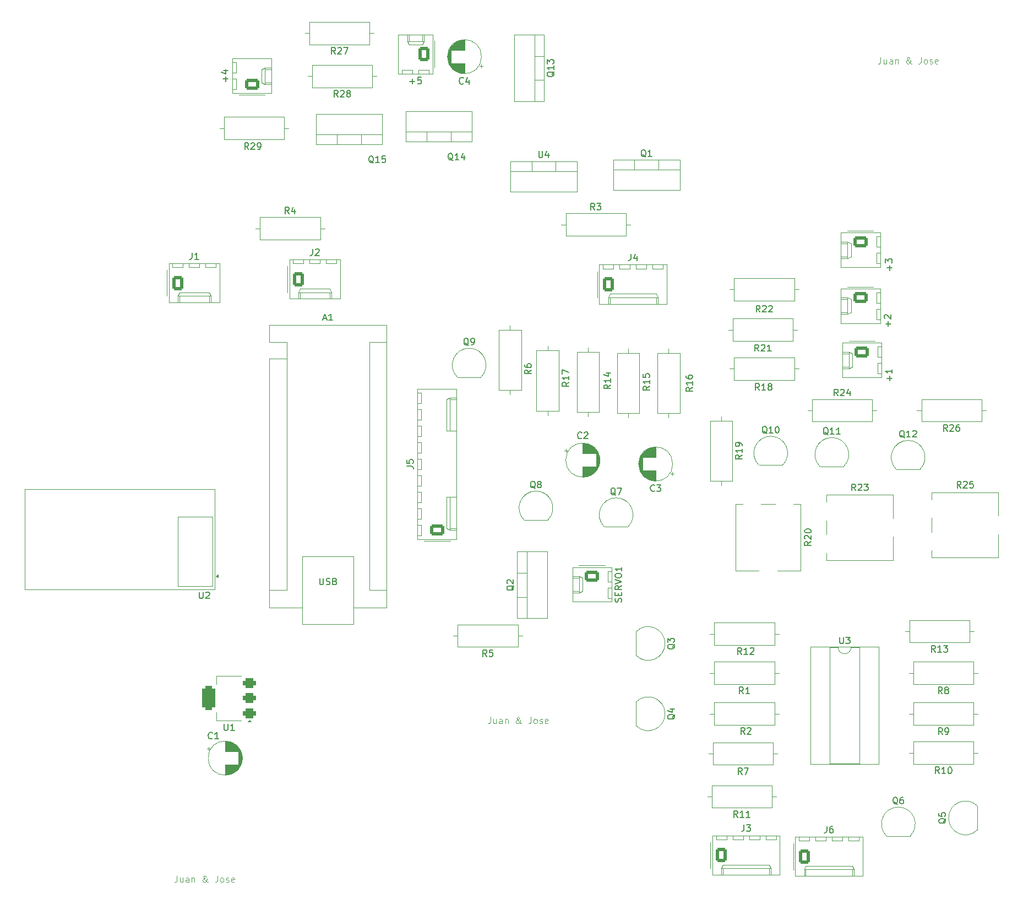
<source format=gto>
G04 #@! TF.GenerationSoftware,KiCad,Pcbnew,8.0.3*
G04 #@! TF.CreationDate,2024-07-07T22:19:34-04:00*
G04 #@! TF.ProjectId,Aplicaciones Car RC,41706c69-6361-4636-996f-6e6573204361,rev?*
G04 #@! TF.SameCoordinates,Original*
G04 #@! TF.FileFunction,Legend,Top*
G04 #@! TF.FilePolarity,Positive*
%FSLAX46Y46*%
G04 Gerber Fmt 4.6, Leading zero omitted, Abs format (unit mm)*
G04 Created by KiCad (PCBNEW 8.0.3) date 2024-07-07 22:19:34*
%MOMM*%
%LPD*%
G01*
G04 APERTURE LIST*
G04 Aperture macros list*
%AMRoundRect*
0 Rectangle with rounded corners*
0 $1 Rounding radius*
0 $2 $3 $4 $5 $6 $7 $8 $9 X,Y pos of 4 corners*
0 Add a 4 corners polygon primitive as box body*
4,1,4,$2,$3,$4,$5,$6,$7,$8,$9,$2,$3,0*
0 Add four circle primitives for the rounded corners*
1,1,$1+$1,$2,$3*
1,1,$1+$1,$4,$5*
1,1,$1+$1,$6,$7*
1,1,$1+$1,$8,$9*
0 Add four rect primitives between the rounded corners*
20,1,$1+$1,$2,$3,$4,$5,0*
20,1,$1+$1,$4,$5,$6,$7,0*
20,1,$1+$1,$6,$7,$8,$9,0*
20,1,$1+$1,$8,$9,$2,$3,0*%
G04 Aperture macros list end*
%ADD10C,0.100000*%
%ADD11C,0.150000*%
%ADD12C,0.120000*%
%ADD13R,1.050000X1.500000*%
%ADD14O,1.050000X1.500000*%
%ADD15RoundRect,0.250000X-0.620000X-0.845000X0.620000X-0.845000X0.620000X0.845000X-0.620000X0.845000X0*%
%ADD16O,1.740000X2.190000*%
%ADD17C,2.340000*%
%ADD18C,1.600000*%
%ADD19O,1.600000X1.600000*%
%ADD20R,1.600000X1.600000*%
%ADD21R,1.905000X2.000000*%
%ADD22O,1.905000X2.000000*%
%ADD23RoundRect,0.250000X0.620000X0.845000X-0.620000X0.845000X-0.620000X-0.845000X0.620000X-0.845000X0*%
%ADD24RoundRect,0.375000X0.625000X0.375000X-0.625000X0.375000X-0.625000X-0.375000X0.625000X-0.375000X0*%
%ADD25RoundRect,0.500000X0.500000X1.400000X-0.500000X1.400000X-0.500000X-1.400000X0.500000X-1.400000X0*%
%ADD26RoundRect,0.250000X-0.845000X0.620000X-0.845000X-0.620000X0.845000X-0.620000X0.845000X0.620000X0*%
%ADD27O,2.190000X1.740000*%
%ADD28RoundRect,0.250000X0.845000X-0.620000X0.845000X0.620000X-0.845000X0.620000X-0.845000X-0.620000X0*%
%ADD29R,2.000000X1.905000*%
%ADD30O,2.000000X1.905000*%
%ADD31R,1.700000X1.700000*%
%ADD32C,1.700000*%
%ADD33R,2.400000X1.600000*%
%ADD34O,2.400000X1.600000*%
%ADD35R,1.500000X1.050000*%
%ADD36O,1.500000X1.050000*%
G04 APERTURE END LIST*
D10*
X159789598Y-27072419D02*
X159789598Y-27786704D01*
X159789598Y-27786704D02*
X159741979Y-27929561D01*
X159741979Y-27929561D02*
X159646741Y-28024800D01*
X159646741Y-28024800D02*
X159503884Y-28072419D01*
X159503884Y-28072419D02*
X159408646Y-28072419D01*
X160694360Y-27405752D02*
X160694360Y-28072419D01*
X160265789Y-27405752D02*
X160265789Y-27929561D01*
X160265789Y-27929561D02*
X160313408Y-28024800D01*
X160313408Y-28024800D02*
X160408646Y-28072419D01*
X160408646Y-28072419D02*
X160551503Y-28072419D01*
X160551503Y-28072419D02*
X160646741Y-28024800D01*
X160646741Y-28024800D02*
X160694360Y-27977180D01*
X161599122Y-28072419D02*
X161599122Y-27548609D01*
X161599122Y-27548609D02*
X161551503Y-27453371D01*
X161551503Y-27453371D02*
X161456265Y-27405752D01*
X161456265Y-27405752D02*
X161265789Y-27405752D01*
X161265789Y-27405752D02*
X161170551Y-27453371D01*
X161599122Y-28024800D02*
X161503884Y-28072419D01*
X161503884Y-28072419D02*
X161265789Y-28072419D01*
X161265789Y-28072419D02*
X161170551Y-28024800D01*
X161170551Y-28024800D02*
X161122932Y-27929561D01*
X161122932Y-27929561D02*
X161122932Y-27834323D01*
X161122932Y-27834323D02*
X161170551Y-27739085D01*
X161170551Y-27739085D02*
X161265789Y-27691466D01*
X161265789Y-27691466D02*
X161503884Y-27691466D01*
X161503884Y-27691466D02*
X161599122Y-27643847D01*
X162075313Y-27405752D02*
X162075313Y-28072419D01*
X162075313Y-27500990D02*
X162122932Y-27453371D01*
X162122932Y-27453371D02*
X162218170Y-27405752D01*
X162218170Y-27405752D02*
X162361027Y-27405752D01*
X162361027Y-27405752D02*
X162456265Y-27453371D01*
X162456265Y-27453371D02*
X162503884Y-27548609D01*
X162503884Y-27548609D02*
X162503884Y-28072419D01*
X164551504Y-28072419D02*
X164503885Y-28072419D01*
X164503885Y-28072419D02*
X164408646Y-28024800D01*
X164408646Y-28024800D02*
X164265789Y-27881942D01*
X164265789Y-27881942D02*
X164027694Y-27596228D01*
X164027694Y-27596228D02*
X163932456Y-27453371D01*
X163932456Y-27453371D02*
X163884837Y-27310514D01*
X163884837Y-27310514D02*
X163884837Y-27215276D01*
X163884837Y-27215276D02*
X163932456Y-27120038D01*
X163932456Y-27120038D02*
X164027694Y-27072419D01*
X164027694Y-27072419D02*
X164075313Y-27072419D01*
X164075313Y-27072419D02*
X164170551Y-27120038D01*
X164170551Y-27120038D02*
X164218170Y-27215276D01*
X164218170Y-27215276D02*
X164218170Y-27262895D01*
X164218170Y-27262895D02*
X164170551Y-27358133D01*
X164170551Y-27358133D02*
X164122932Y-27405752D01*
X164122932Y-27405752D02*
X163837218Y-27596228D01*
X163837218Y-27596228D02*
X163789599Y-27643847D01*
X163789599Y-27643847D02*
X163741980Y-27739085D01*
X163741980Y-27739085D02*
X163741980Y-27881942D01*
X163741980Y-27881942D02*
X163789599Y-27977180D01*
X163789599Y-27977180D02*
X163837218Y-28024800D01*
X163837218Y-28024800D02*
X163932456Y-28072419D01*
X163932456Y-28072419D02*
X164075313Y-28072419D01*
X164075313Y-28072419D02*
X164170551Y-28024800D01*
X164170551Y-28024800D02*
X164218170Y-27977180D01*
X164218170Y-27977180D02*
X164361027Y-27786704D01*
X164361027Y-27786704D02*
X164408646Y-27643847D01*
X164408646Y-27643847D02*
X164408646Y-27548609D01*
X166027694Y-27072419D02*
X166027694Y-27786704D01*
X166027694Y-27786704D02*
X165980075Y-27929561D01*
X165980075Y-27929561D02*
X165884837Y-28024800D01*
X165884837Y-28024800D02*
X165741980Y-28072419D01*
X165741980Y-28072419D02*
X165646742Y-28072419D01*
X166646742Y-28072419D02*
X166551504Y-28024800D01*
X166551504Y-28024800D02*
X166503885Y-27977180D01*
X166503885Y-27977180D02*
X166456266Y-27881942D01*
X166456266Y-27881942D02*
X166456266Y-27596228D01*
X166456266Y-27596228D02*
X166503885Y-27500990D01*
X166503885Y-27500990D02*
X166551504Y-27453371D01*
X166551504Y-27453371D02*
X166646742Y-27405752D01*
X166646742Y-27405752D02*
X166789599Y-27405752D01*
X166789599Y-27405752D02*
X166884837Y-27453371D01*
X166884837Y-27453371D02*
X166932456Y-27500990D01*
X166932456Y-27500990D02*
X166980075Y-27596228D01*
X166980075Y-27596228D02*
X166980075Y-27881942D01*
X166980075Y-27881942D02*
X166932456Y-27977180D01*
X166932456Y-27977180D02*
X166884837Y-28024800D01*
X166884837Y-28024800D02*
X166789599Y-28072419D01*
X166789599Y-28072419D02*
X166646742Y-28072419D01*
X167361028Y-28024800D02*
X167456266Y-28072419D01*
X167456266Y-28072419D02*
X167646742Y-28072419D01*
X167646742Y-28072419D02*
X167741980Y-28024800D01*
X167741980Y-28024800D02*
X167789599Y-27929561D01*
X167789599Y-27929561D02*
X167789599Y-27881942D01*
X167789599Y-27881942D02*
X167741980Y-27786704D01*
X167741980Y-27786704D02*
X167646742Y-27739085D01*
X167646742Y-27739085D02*
X167503885Y-27739085D01*
X167503885Y-27739085D02*
X167408647Y-27691466D01*
X167408647Y-27691466D02*
X167361028Y-27596228D01*
X167361028Y-27596228D02*
X167361028Y-27548609D01*
X167361028Y-27548609D02*
X167408647Y-27453371D01*
X167408647Y-27453371D02*
X167503885Y-27405752D01*
X167503885Y-27405752D02*
X167646742Y-27405752D01*
X167646742Y-27405752D02*
X167741980Y-27453371D01*
X168599123Y-28024800D02*
X168503885Y-28072419D01*
X168503885Y-28072419D02*
X168313409Y-28072419D01*
X168313409Y-28072419D02*
X168218171Y-28024800D01*
X168218171Y-28024800D02*
X168170552Y-27929561D01*
X168170552Y-27929561D02*
X168170552Y-27548609D01*
X168170552Y-27548609D02*
X168218171Y-27453371D01*
X168218171Y-27453371D02*
X168313409Y-27405752D01*
X168313409Y-27405752D02*
X168503885Y-27405752D01*
X168503885Y-27405752D02*
X168599123Y-27453371D01*
X168599123Y-27453371D02*
X168646742Y-27548609D01*
X168646742Y-27548609D02*
X168646742Y-27643847D01*
X168646742Y-27643847D02*
X168170552Y-27739085D01*
X99789598Y-128472419D02*
X99789598Y-129186704D01*
X99789598Y-129186704D02*
X99741979Y-129329561D01*
X99741979Y-129329561D02*
X99646741Y-129424800D01*
X99646741Y-129424800D02*
X99503884Y-129472419D01*
X99503884Y-129472419D02*
X99408646Y-129472419D01*
X100694360Y-128805752D02*
X100694360Y-129472419D01*
X100265789Y-128805752D02*
X100265789Y-129329561D01*
X100265789Y-129329561D02*
X100313408Y-129424800D01*
X100313408Y-129424800D02*
X100408646Y-129472419D01*
X100408646Y-129472419D02*
X100551503Y-129472419D01*
X100551503Y-129472419D02*
X100646741Y-129424800D01*
X100646741Y-129424800D02*
X100694360Y-129377180D01*
X101599122Y-129472419D02*
X101599122Y-128948609D01*
X101599122Y-128948609D02*
X101551503Y-128853371D01*
X101551503Y-128853371D02*
X101456265Y-128805752D01*
X101456265Y-128805752D02*
X101265789Y-128805752D01*
X101265789Y-128805752D02*
X101170551Y-128853371D01*
X101599122Y-129424800D02*
X101503884Y-129472419D01*
X101503884Y-129472419D02*
X101265789Y-129472419D01*
X101265789Y-129472419D02*
X101170551Y-129424800D01*
X101170551Y-129424800D02*
X101122932Y-129329561D01*
X101122932Y-129329561D02*
X101122932Y-129234323D01*
X101122932Y-129234323D02*
X101170551Y-129139085D01*
X101170551Y-129139085D02*
X101265789Y-129091466D01*
X101265789Y-129091466D02*
X101503884Y-129091466D01*
X101503884Y-129091466D02*
X101599122Y-129043847D01*
X102075313Y-128805752D02*
X102075313Y-129472419D01*
X102075313Y-128900990D02*
X102122932Y-128853371D01*
X102122932Y-128853371D02*
X102218170Y-128805752D01*
X102218170Y-128805752D02*
X102361027Y-128805752D01*
X102361027Y-128805752D02*
X102456265Y-128853371D01*
X102456265Y-128853371D02*
X102503884Y-128948609D01*
X102503884Y-128948609D02*
X102503884Y-129472419D01*
X104551504Y-129472419D02*
X104503885Y-129472419D01*
X104503885Y-129472419D02*
X104408646Y-129424800D01*
X104408646Y-129424800D02*
X104265789Y-129281942D01*
X104265789Y-129281942D02*
X104027694Y-128996228D01*
X104027694Y-128996228D02*
X103932456Y-128853371D01*
X103932456Y-128853371D02*
X103884837Y-128710514D01*
X103884837Y-128710514D02*
X103884837Y-128615276D01*
X103884837Y-128615276D02*
X103932456Y-128520038D01*
X103932456Y-128520038D02*
X104027694Y-128472419D01*
X104027694Y-128472419D02*
X104075313Y-128472419D01*
X104075313Y-128472419D02*
X104170551Y-128520038D01*
X104170551Y-128520038D02*
X104218170Y-128615276D01*
X104218170Y-128615276D02*
X104218170Y-128662895D01*
X104218170Y-128662895D02*
X104170551Y-128758133D01*
X104170551Y-128758133D02*
X104122932Y-128805752D01*
X104122932Y-128805752D02*
X103837218Y-128996228D01*
X103837218Y-128996228D02*
X103789599Y-129043847D01*
X103789599Y-129043847D02*
X103741980Y-129139085D01*
X103741980Y-129139085D02*
X103741980Y-129281942D01*
X103741980Y-129281942D02*
X103789599Y-129377180D01*
X103789599Y-129377180D02*
X103837218Y-129424800D01*
X103837218Y-129424800D02*
X103932456Y-129472419D01*
X103932456Y-129472419D02*
X104075313Y-129472419D01*
X104075313Y-129472419D02*
X104170551Y-129424800D01*
X104170551Y-129424800D02*
X104218170Y-129377180D01*
X104218170Y-129377180D02*
X104361027Y-129186704D01*
X104361027Y-129186704D02*
X104408646Y-129043847D01*
X104408646Y-129043847D02*
X104408646Y-128948609D01*
X106027694Y-128472419D02*
X106027694Y-129186704D01*
X106027694Y-129186704D02*
X105980075Y-129329561D01*
X105980075Y-129329561D02*
X105884837Y-129424800D01*
X105884837Y-129424800D02*
X105741980Y-129472419D01*
X105741980Y-129472419D02*
X105646742Y-129472419D01*
X106646742Y-129472419D02*
X106551504Y-129424800D01*
X106551504Y-129424800D02*
X106503885Y-129377180D01*
X106503885Y-129377180D02*
X106456266Y-129281942D01*
X106456266Y-129281942D02*
X106456266Y-128996228D01*
X106456266Y-128996228D02*
X106503885Y-128900990D01*
X106503885Y-128900990D02*
X106551504Y-128853371D01*
X106551504Y-128853371D02*
X106646742Y-128805752D01*
X106646742Y-128805752D02*
X106789599Y-128805752D01*
X106789599Y-128805752D02*
X106884837Y-128853371D01*
X106884837Y-128853371D02*
X106932456Y-128900990D01*
X106932456Y-128900990D02*
X106980075Y-128996228D01*
X106980075Y-128996228D02*
X106980075Y-129281942D01*
X106980075Y-129281942D02*
X106932456Y-129377180D01*
X106932456Y-129377180D02*
X106884837Y-129424800D01*
X106884837Y-129424800D02*
X106789599Y-129472419D01*
X106789599Y-129472419D02*
X106646742Y-129472419D01*
X107361028Y-129424800D02*
X107456266Y-129472419D01*
X107456266Y-129472419D02*
X107646742Y-129472419D01*
X107646742Y-129472419D02*
X107741980Y-129424800D01*
X107741980Y-129424800D02*
X107789599Y-129329561D01*
X107789599Y-129329561D02*
X107789599Y-129281942D01*
X107789599Y-129281942D02*
X107741980Y-129186704D01*
X107741980Y-129186704D02*
X107646742Y-129139085D01*
X107646742Y-129139085D02*
X107503885Y-129139085D01*
X107503885Y-129139085D02*
X107408647Y-129091466D01*
X107408647Y-129091466D02*
X107361028Y-128996228D01*
X107361028Y-128996228D02*
X107361028Y-128948609D01*
X107361028Y-128948609D02*
X107408647Y-128853371D01*
X107408647Y-128853371D02*
X107503885Y-128805752D01*
X107503885Y-128805752D02*
X107646742Y-128805752D01*
X107646742Y-128805752D02*
X107741980Y-128853371D01*
X108599123Y-129424800D02*
X108503885Y-129472419D01*
X108503885Y-129472419D02*
X108313409Y-129472419D01*
X108313409Y-129472419D02*
X108218171Y-129424800D01*
X108218171Y-129424800D02*
X108170552Y-129329561D01*
X108170552Y-129329561D02*
X108170552Y-128948609D01*
X108170552Y-128948609D02*
X108218171Y-128853371D01*
X108218171Y-128853371D02*
X108313409Y-128805752D01*
X108313409Y-128805752D02*
X108503885Y-128805752D01*
X108503885Y-128805752D02*
X108599123Y-128853371D01*
X108599123Y-128853371D02*
X108646742Y-128948609D01*
X108646742Y-128948609D02*
X108646742Y-129043847D01*
X108646742Y-129043847D02*
X108170552Y-129139085D01*
X51589598Y-152872419D02*
X51589598Y-153586704D01*
X51589598Y-153586704D02*
X51541979Y-153729561D01*
X51541979Y-153729561D02*
X51446741Y-153824800D01*
X51446741Y-153824800D02*
X51303884Y-153872419D01*
X51303884Y-153872419D02*
X51208646Y-153872419D01*
X52494360Y-153205752D02*
X52494360Y-153872419D01*
X52065789Y-153205752D02*
X52065789Y-153729561D01*
X52065789Y-153729561D02*
X52113408Y-153824800D01*
X52113408Y-153824800D02*
X52208646Y-153872419D01*
X52208646Y-153872419D02*
X52351503Y-153872419D01*
X52351503Y-153872419D02*
X52446741Y-153824800D01*
X52446741Y-153824800D02*
X52494360Y-153777180D01*
X53399122Y-153872419D02*
X53399122Y-153348609D01*
X53399122Y-153348609D02*
X53351503Y-153253371D01*
X53351503Y-153253371D02*
X53256265Y-153205752D01*
X53256265Y-153205752D02*
X53065789Y-153205752D01*
X53065789Y-153205752D02*
X52970551Y-153253371D01*
X53399122Y-153824800D02*
X53303884Y-153872419D01*
X53303884Y-153872419D02*
X53065789Y-153872419D01*
X53065789Y-153872419D02*
X52970551Y-153824800D01*
X52970551Y-153824800D02*
X52922932Y-153729561D01*
X52922932Y-153729561D02*
X52922932Y-153634323D01*
X52922932Y-153634323D02*
X52970551Y-153539085D01*
X52970551Y-153539085D02*
X53065789Y-153491466D01*
X53065789Y-153491466D02*
X53303884Y-153491466D01*
X53303884Y-153491466D02*
X53399122Y-153443847D01*
X53875313Y-153205752D02*
X53875313Y-153872419D01*
X53875313Y-153300990D02*
X53922932Y-153253371D01*
X53922932Y-153253371D02*
X54018170Y-153205752D01*
X54018170Y-153205752D02*
X54161027Y-153205752D01*
X54161027Y-153205752D02*
X54256265Y-153253371D01*
X54256265Y-153253371D02*
X54303884Y-153348609D01*
X54303884Y-153348609D02*
X54303884Y-153872419D01*
X56351504Y-153872419D02*
X56303885Y-153872419D01*
X56303885Y-153872419D02*
X56208646Y-153824800D01*
X56208646Y-153824800D02*
X56065789Y-153681942D01*
X56065789Y-153681942D02*
X55827694Y-153396228D01*
X55827694Y-153396228D02*
X55732456Y-153253371D01*
X55732456Y-153253371D02*
X55684837Y-153110514D01*
X55684837Y-153110514D02*
X55684837Y-153015276D01*
X55684837Y-153015276D02*
X55732456Y-152920038D01*
X55732456Y-152920038D02*
X55827694Y-152872419D01*
X55827694Y-152872419D02*
X55875313Y-152872419D01*
X55875313Y-152872419D02*
X55970551Y-152920038D01*
X55970551Y-152920038D02*
X56018170Y-153015276D01*
X56018170Y-153015276D02*
X56018170Y-153062895D01*
X56018170Y-153062895D02*
X55970551Y-153158133D01*
X55970551Y-153158133D02*
X55922932Y-153205752D01*
X55922932Y-153205752D02*
X55637218Y-153396228D01*
X55637218Y-153396228D02*
X55589599Y-153443847D01*
X55589599Y-153443847D02*
X55541980Y-153539085D01*
X55541980Y-153539085D02*
X55541980Y-153681942D01*
X55541980Y-153681942D02*
X55589599Y-153777180D01*
X55589599Y-153777180D02*
X55637218Y-153824800D01*
X55637218Y-153824800D02*
X55732456Y-153872419D01*
X55732456Y-153872419D02*
X55875313Y-153872419D01*
X55875313Y-153872419D02*
X55970551Y-153824800D01*
X55970551Y-153824800D02*
X56018170Y-153777180D01*
X56018170Y-153777180D02*
X56161027Y-153586704D01*
X56161027Y-153586704D02*
X56208646Y-153443847D01*
X56208646Y-153443847D02*
X56208646Y-153348609D01*
X57827694Y-152872419D02*
X57827694Y-153586704D01*
X57827694Y-153586704D02*
X57780075Y-153729561D01*
X57780075Y-153729561D02*
X57684837Y-153824800D01*
X57684837Y-153824800D02*
X57541980Y-153872419D01*
X57541980Y-153872419D02*
X57446742Y-153872419D01*
X58446742Y-153872419D02*
X58351504Y-153824800D01*
X58351504Y-153824800D02*
X58303885Y-153777180D01*
X58303885Y-153777180D02*
X58256266Y-153681942D01*
X58256266Y-153681942D02*
X58256266Y-153396228D01*
X58256266Y-153396228D02*
X58303885Y-153300990D01*
X58303885Y-153300990D02*
X58351504Y-153253371D01*
X58351504Y-153253371D02*
X58446742Y-153205752D01*
X58446742Y-153205752D02*
X58589599Y-153205752D01*
X58589599Y-153205752D02*
X58684837Y-153253371D01*
X58684837Y-153253371D02*
X58732456Y-153300990D01*
X58732456Y-153300990D02*
X58780075Y-153396228D01*
X58780075Y-153396228D02*
X58780075Y-153681942D01*
X58780075Y-153681942D02*
X58732456Y-153777180D01*
X58732456Y-153777180D02*
X58684837Y-153824800D01*
X58684837Y-153824800D02*
X58589599Y-153872419D01*
X58589599Y-153872419D02*
X58446742Y-153872419D01*
X59161028Y-153824800D02*
X59256266Y-153872419D01*
X59256266Y-153872419D02*
X59446742Y-153872419D01*
X59446742Y-153872419D02*
X59541980Y-153824800D01*
X59541980Y-153824800D02*
X59589599Y-153729561D01*
X59589599Y-153729561D02*
X59589599Y-153681942D01*
X59589599Y-153681942D02*
X59541980Y-153586704D01*
X59541980Y-153586704D02*
X59446742Y-153539085D01*
X59446742Y-153539085D02*
X59303885Y-153539085D01*
X59303885Y-153539085D02*
X59208647Y-153491466D01*
X59208647Y-153491466D02*
X59161028Y-153396228D01*
X59161028Y-153396228D02*
X59161028Y-153348609D01*
X59161028Y-153348609D02*
X59208647Y-153253371D01*
X59208647Y-153253371D02*
X59303885Y-153205752D01*
X59303885Y-153205752D02*
X59446742Y-153205752D01*
X59446742Y-153205752D02*
X59541980Y-153253371D01*
X60399123Y-153824800D02*
X60303885Y-153872419D01*
X60303885Y-153872419D02*
X60113409Y-153872419D01*
X60113409Y-153872419D02*
X60018171Y-153824800D01*
X60018171Y-153824800D02*
X59970552Y-153729561D01*
X59970552Y-153729561D02*
X59970552Y-153348609D01*
X59970552Y-153348609D02*
X60018171Y-153253371D01*
X60018171Y-153253371D02*
X60113409Y-153205752D01*
X60113409Y-153205752D02*
X60303885Y-153205752D01*
X60303885Y-153205752D02*
X60399123Y-153253371D01*
X60399123Y-153253371D02*
X60446742Y-153348609D01*
X60446742Y-153348609D02*
X60446742Y-153443847D01*
X60446742Y-153443847D02*
X59970552Y-153539085D01*
D11*
X151728571Y-85125057D02*
X151633333Y-85077438D01*
X151633333Y-85077438D02*
X151538095Y-84982200D01*
X151538095Y-84982200D02*
X151395238Y-84839342D01*
X151395238Y-84839342D02*
X151300000Y-84791723D01*
X151300000Y-84791723D02*
X151204762Y-84791723D01*
X151252381Y-85029819D02*
X151157143Y-84982200D01*
X151157143Y-84982200D02*
X151061905Y-84886961D01*
X151061905Y-84886961D02*
X151014286Y-84696485D01*
X151014286Y-84696485D02*
X151014286Y-84363152D01*
X151014286Y-84363152D02*
X151061905Y-84172676D01*
X151061905Y-84172676D02*
X151157143Y-84077438D01*
X151157143Y-84077438D02*
X151252381Y-84029819D01*
X151252381Y-84029819D02*
X151442857Y-84029819D01*
X151442857Y-84029819D02*
X151538095Y-84077438D01*
X151538095Y-84077438D02*
X151633333Y-84172676D01*
X151633333Y-84172676D02*
X151680952Y-84363152D01*
X151680952Y-84363152D02*
X151680952Y-84696485D01*
X151680952Y-84696485D02*
X151633333Y-84886961D01*
X151633333Y-84886961D02*
X151538095Y-84982200D01*
X151538095Y-84982200D02*
X151442857Y-85029819D01*
X151442857Y-85029819D02*
X151252381Y-85029819D01*
X152633333Y-85029819D02*
X152061905Y-85029819D01*
X152347619Y-85029819D02*
X152347619Y-84029819D01*
X152347619Y-84029819D02*
X152252381Y-84172676D01*
X152252381Y-84172676D02*
X152157143Y-84267914D01*
X152157143Y-84267914D02*
X152061905Y-84315533D01*
X153585714Y-85029819D02*
X153014286Y-85029819D01*
X153300000Y-85029819D02*
X153300000Y-84029819D01*
X153300000Y-84029819D02*
X153204762Y-84172676D01*
X153204762Y-84172676D02*
X153109524Y-84267914D01*
X153109524Y-84267914D02*
X153014286Y-84315533D01*
X53926666Y-57134819D02*
X53926666Y-57849104D01*
X53926666Y-57849104D02*
X53879047Y-57991961D01*
X53879047Y-57991961D02*
X53783809Y-58087200D01*
X53783809Y-58087200D02*
X53640952Y-58134819D01*
X53640952Y-58134819D02*
X53545714Y-58134819D01*
X54926666Y-58134819D02*
X54355238Y-58134819D01*
X54640952Y-58134819D02*
X54640952Y-57134819D01*
X54640952Y-57134819D02*
X54545714Y-57277676D01*
X54545714Y-57277676D02*
X54450476Y-57372914D01*
X54450476Y-57372914D02*
X54355238Y-57420533D01*
X119034761Y-94390057D02*
X118939523Y-94342438D01*
X118939523Y-94342438D02*
X118844285Y-94247200D01*
X118844285Y-94247200D02*
X118701428Y-94104342D01*
X118701428Y-94104342D02*
X118606190Y-94056723D01*
X118606190Y-94056723D02*
X118510952Y-94056723D01*
X118558571Y-94294819D02*
X118463333Y-94247200D01*
X118463333Y-94247200D02*
X118368095Y-94151961D01*
X118368095Y-94151961D02*
X118320476Y-93961485D01*
X118320476Y-93961485D02*
X118320476Y-93628152D01*
X118320476Y-93628152D02*
X118368095Y-93437676D01*
X118368095Y-93437676D02*
X118463333Y-93342438D01*
X118463333Y-93342438D02*
X118558571Y-93294819D01*
X118558571Y-93294819D02*
X118749047Y-93294819D01*
X118749047Y-93294819D02*
X118844285Y-93342438D01*
X118844285Y-93342438D02*
X118939523Y-93437676D01*
X118939523Y-93437676D02*
X118987142Y-93628152D01*
X118987142Y-93628152D02*
X118987142Y-93961485D01*
X118987142Y-93961485D02*
X118939523Y-94151961D01*
X118939523Y-94151961D02*
X118844285Y-94247200D01*
X118844285Y-94247200D02*
X118749047Y-94294819D01*
X118749047Y-94294819D02*
X118558571Y-94294819D01*
X119320476Y-93294819D02*
X119987142Y-93294819D01*
X119987142Y-93294819D02*
X119558571Y-94294819D01*
X172157142Y-93279819D02*
X171823809Y-92803628D01*
X171585714Y-93279819D02*
X171585714Y-92279819D01*
X171585714Y-92279819D02*
X171966666Y-92279819D01*
X171966666Y-92279819D02*
X172061904Y-92327438D01*
X172061904Y-92327438D02*
X172109523Y-92375057D01*
X172109523Y-92375057D02*
X172157142Y-92470295D01*
X172157142Y-92470295D02*
X172157142Y-92613152D01*
X172157142Y-92613152D02*
X172109523Y-92708390D01*
X172109523Y-92708390D02*
X172061904Y-92756009D01*
X172061904Y-92756009D02*
X171966666Y-92803628D01*
X171966666Y-92803628D02*
X171585714Y-92803628D01*
X172538095Y-92375057D02*
X172585714Y-92327438D01*
X172585714Y-92327438D02*
X172680952Y-92279819D01*
X172680952Y-92279819D02*
X172919047Y-92279819D01*
X172919047Y-92279819D02*
X173014285Y-92327438D01*
X173014285Y-92327438D02*
X173061904Y-92375057D01*
X173061904Y-92375057D02*
X173109523Y-92470295D01*
X173109523Y-92470295D02*
X173109523Y-92565533D01*
X173109523Y-92565533D02*
X173061904Y-92708390D01*
X173061904Y-92708390D02*
X172490476Y-93279819D01*
X172490476Y-93279819D02*
X173109523Y-93279819D01*
X174014285Y-92279819D02*
X173538095Y-92279819D01*
X173538095Y-92279819D02*
X173490476Y-92756009D01*
X173490476Y-92756009D02*
X173538095Y-92708390D01*
X173538095Y-92708390D02*
X173633333Y-92660771D01*
X173633333Y-92660771D02*
X173871428Y-92660771D01*
X173871428Y-92660771D02*
X173966666Y-92708390D01*
X173966666Y-92708390D02*
X174014285Y-92756009D01*
X174014285Y-92756009D02*
X174061904Y-92851247D01*
X174061904Y-92851247D02*
X174061904Y-93089342D01*
X174061904Y-93089342D02*
X174014285Y-93184580D01*
X174014285Y-93184580D02*
X173966666Y-93232200D01*
X173966666Y-93232200D02*
X173871428Y-93279819D01*
X173871428Y-93279819D02*
X173633333Y-93279819D01*
X173633333Y-93279819D02*
X173538095Y-93232200D01*
X173538095Y-93232200D02*
X173490476Y-93184580D01*
X72466666Y-56554819D02*
X72466666Y-57269104D01*
X72466666Y-57269104D02*
X72419047Y-57411961D01*
X72419047Y-57411961D02*
X72323809Y-57507200D01*
X72323809Y-57507200D02*
X72180952Y-57554819D01*
X72180952Y-57554819D02*
X72085714Y-57554819D01*
X72895238Y-56650057D02*
X72942857Y-56602438D01*
X72942857Y-56602438D02*
X73038095Y-56554819D01*
X73038095Y-56554819D02*
X73276190Y-56554819D01*
X73276190Y-56554819D02*
X73371428Y-56602438D01*
X73371428Y-56602438D02*
X73419047Y-56650057D01*
X73419047Y-56650057D02*
X73466666Y-56745295D01*
X73466666Y-56745295D02*
X73466666Y-56840533D01*
X73466666Y-56840533D02*
X73419047Y-56983390D01*
X73419047Y-56983390D02*
X72847619Y-57554819D01*
X72847619Y-57554819D02*
X73466666Y-57554819D01*
X170057142Y-84549819D02*
X169723809Y-84073628D01*
X169485714Y-84549819D02*
X169485714Y-83549819D01*
X169485714Y-83549819D02*
X169866666Y-83549819D01*
X169866666Y-83549819D02*
X169961904Y-83597438D01*
X169961904Y-83597438D02*
X170009523Y-83645057D01*
X170009523Y-83645057D02*
X170057142Y-83740295D01*
X170057142Y-83740295D02*
X170057142Y-83883152D01*
X170057142Y-83883152D02*
X170009523Y-83978390D01*
X170009523Y-83978390D02*
X169961904Y-84026009D01*
X169961904Y-84026009D02*
X169866666Y-84073628D01*
X169866666Y-84073628D02*
X169485714Y-84073628D01*
X170438095Y-83645057D02*
X170485714Y-83597438D01*
X170485714Y-83597438D02*
X170580952Y-83549819D01*
X170580952Y-83549819D02*
X170819047Y-83549819D01*
X170819047Y-83549819D02*
X170914285Y-83597438D01*
X170914285Y-83597438D02*
X170961904Y-83645057D01*
X170961904Y-83645057D02*
X171009523Y-83740295D01*
X171009523Y-83740295D02*
X171009523Y-83835533D01*
X171009523Y-83835533D02*
X170961904Y-83978390D01*
X170961904Y-83978390D02*
X170390476Y-84549819D01*
X170390476Y-84549819D02*
X171009523Y-84549819D01*
X171866666Y-83549819D02*
X171676190Y-83549819D01*
X171676190Y-83549819D02*
X171580952Y-83597438D01*
X171580952Y-83597438D02*
X171533333Y-83645057D01*
X171533333Y-83645057D02*
X171438095Y-83787914D01*
X171438095Y-83787914D02*
X171390476Y-83978390D01*
X171390476Y-83978390D02*
X171390476Y-84359342D01*
X171390476Y-84359342D02*
X171438095Y-84454580D01*
X171438095Y-84454580D02*
X171485714Y-84502200D01*
X171485714Y-84502200D02*
X171580952Y-84549819D01*
X171580952Y-84549819D02*
X171771428Y-84549819D01*
X171771428Y-84549819D02*
X171866666Y-84502200D01*
X171866666Y-84502200D02*
X171914285Y-84454580D01*
X171914285Y-84454580D02*
X171961904Y-84359342D01*
X171961904Y-84359342D02*
X171961904Y-84121247D01*
X171961904Y-84121247D02*
X171914285Y-84026009D01*
X171914285Y-84026009D02*
X171866666Y-83978390D01*
X171866666Y-83978390D02*
X171771428Y-83930771D01*
X171771428Y-83930771D02*
X171580952Y-83930771D01*
X171580952Y-83930771D02*
X171485714Y-83978390D01*
X171485714Y-83978390D02*
X171438095Y-84026009D01*
X171438095Y-84026009D02*
X171390476Y-84121247D01*
X141257142Y-66254819D02*
X140923809Y-65778628D01*
X140685714Y-66254819D02*
X140685714Y-65254819D01*
X140685714Y-65254819D02*
X141066666Y-65254819D01*
X141066666Y-65254819D02*
X141161904Y-65302438D01*
X141161904Y-65302438D02*
X141209523Y-65350057D01*
X141209523Y-65350057D02*
X141257142Y-65445295D01*
X141257142Y-65445295D02*
X141257142Y-65588152D01*
X141257142Y-65588152D02*
X141209523Y-65683390D01*
X141209523Y-65683390D02*
X141161904Y-65731009D01*
X141161904Y-65731009D02*
X141066666Y-65778628D01*
X141066666Y-65778628D02*
X140685714Y-65778628D01*
X141638095Y-65350057D02*
X141685714Y-65302438D01*
X141685714Y-65302438D02*
X141780952Y-65254819D01*
X141780952Y-65254819D02*
X142019047Y-65254819D01*
X142019047Y-65254819D02*
X142114285Y-65302438D01*
X142114285Y-65302438D02*
X142161904Y-65350057D01*
X142161904Y-65350057D02*
X142209523Y-65445295D01*
X142209523Y-65445295D02*
X142209523Y-65540533D01*
X142209523Y-65540533D02*
X142161904Y-65683390D01*
X142161904Y-65683390D02*
X141590476Y-66254819D01*
X141590476Y-66254819D02*
X142209523Y-66254819D01*
X142590476Y-65350057D02*
X142638095Y-65302438D01*
X142638095Y-65302438D02*
X142733333Y-65254819D01*
X142733333Y-65254819D02*
X142971428Y-65254819D01*
X142971428Y-65254819D02*
X143066666Y-65302438D01*
X143066666Y-65302438D02*
X143114285Y-65350057D01*
X143114285Y-65350057D02*
X143161904Y-65445295D01*
X143161904Y-65445295D02*
X143161904Y-65540533D01*
X143161904Y-65540533D02*
X143114285Y-65683390D01*
X143114285Y-65683390D02*
X142542857Y-66254819D01*
X142542857Y-66254819D02*
X143161904Y-66254819D01*
X138474819Y-88217857D02*
X137998628Y-88551190D01*
X138474819Y-88789285D02*
X137474819Y-88789285D01*
X137474819Y-88789285D02*
X137474819Y-88408333D01*
X137474819Y-88408333D02*
X137522438Y-88313095D01*
X137522438Y-88313095D02*
X137570057Y-88265476D01*
X137570057Y-88265476D02*
X137665295Y-88217857D01*
X137665295Y-88217857D02*
X137808152Y-88217857D01*
X137808152Y-88217857D02*
X137903390Y-88265476D01*
X137903390Y-88265476D02*
X137951009Y-88313095D01*
X137951009Y-88313095D02*
X137998628Y-88408333D01*
X137998628Y-88408333D02*
X137998628Y-88789285D01*
X138474819Y-87265476D02*
X138474819Y-87836904D01*
X138474819Y-87551190D02*
X137474819Y-87551190D01*
X137474819Y-87551190D02*
X137617676Y-87646428D01*
X137617676Y-87646428D02*
X137712914Y-87741666D01*
X137712914Y-87741666D02*
X137760533Y-87836904D01*
X138474819Y-86789285D02*
X138474819Y-86598809D01*
X138474819Y-86598809D02*
X138427200Y-86503571D01*
X138427200Y-86503571D02*
X138379580Y-86455952D01*
X138379580Y-86455952D02*
X138236723Y-86360714D01*
X138236723Y-86360714D02*
X138046247Y-86313095D01*
X138046247Y-86313095D02*
X137665295Y-86313095D01*
X137665295Y-86313095D02*
X137570057Y-86360714D01*
X137570057Y-86360714D02*
X137522438Y-86408333D01*
X137522438Y-86408333D02*
X137474819Y-86503571D01*
X137474819Y-86503571D02*
X137474819Y-86694047D01*
X137474819Y-86694047D02*
X137522438Y-86789285D01*
X137522438Y-86789285D02*
X137570057Y-86836904D01*
X137570057Y-86836904D02*
X137665295Y-86884523D01*
X137665295Y-86884523D02*
X137903390Y-86884523D01*
X137903390Y-86884523D02*
X137998628Y-86836904D01*
X137998628Y-86836904D02*
X138046247Y-86789285D01*
X138046247Y-86789285D02*
X138093866Y-86694047D01*
X138093866Y-86694047D02*
X138093866Y-86503571D01*
X138093866Y-86503571D02*
X138046247Y-86408333D01*
X138046247Y-86408333D02*
X137998628Y-86360714D01*
X137998628Y-86360714D02*
X137903390Y-86313095D01*
X169303333Y-131174819D02*
X168970000Y-130698628D01*
X168731905Y-131174819D02*
X168731905Y-130174819D01*
X168731905Y-130174819D02*
X169112857Y-130174819D01*
X169112857Y-130174819D02*
X169208095Y-130222438D01*
X169208095Y-130222438D02*
X169255714Y-130270057D01*
X169255714Y-130270057D02*
X169303333Y-130365295D01*
X169303333Y-130365295D02*
X169303333Y-130508152D01*
X169303333Y-130508152D02*
X169255714Y-130603390D01*
X169255714Y-130603390D02*
X169208095Y-130651009D01*
X169208095Y-130651009D02*
X169112857Y-130698628D01*
X169112857Y-130698628D02*
X168731905Y-130698628D01*
X169779524Y-131174819D02*
X169970000Y-131174819D01*
X169970000Y-131174819D02*
X170065238Y-131127200D01*
X170065238Y-131127200D02*
X170112857Y-131079580D01*
X170112857Y-131079580D02*
X170208095Y-130936723D01*
X170208095Y-130936723D02*
X170255714Y-130746247D01*
X170255714Y-130746247D02*
X170255714Y-130365295D01*
X170255714Y-130365295D02*
X170208095Y-130270057D01*
X170208095Y-130270057D02*
X170160476Y-130222438D01*
X170160476Y-130222438D02*
X170065238Y-130174819D01*
X170065238Y-130174819D02*
X169874762Y-130174819D01*
X169874762Y-130174819D02*
X169779524Y-130222438D01*
X169779524Y-130222438D02*
X169731905Y-130270057D01*
X169731905Y-130270057D02*
X169684286Y-130365295D01*
X169684286Y-130365295D02*
X169684286Y-130603390D01*
X169684286Y-130603390D02*
X169731905Y-130698628D01*
X169731905Y-130698628D02*
X169779524Y-130746247D01*
X169779524Y-130746247D02*
X169874762Y-130793866D01*
X169874762Y-130793866D02*
X170065238Y-130793866D01*
X170065238Y-130793866D02*
X170160476Y-130746247D01*
X170160476Y-130746247D02*
X170208095Y-130698628D01*
X170208095Y-130698628D02*
X170255714Y-130603390D01*
X137807142Y-143899819D02*
X137473809Y-143423628D01*
X137235714Y-143899819D02*
X137235714Y-142899819D01*
X137235714Y-142899819D02*
X137616666Y-142899819D01*
X137616666Y-142899819D02*
X137711904Y-142947438D01*
X137711904Y-142947438D02*
X137759523Y-142995057D01*
X137759523Y-142995057D02*
X137807142Y-143090295D01*
X137807142Y-143090295D02*
X137807142Y-143233152D01*
X137807142Y-143233152D02*
X137759523Y-143328390D01*
X137759523Y-143328390D02*
X137711904Y-143376009D01*
X137711904Y-143376009D02*
X137616666Y-143423628D01*
X137616666Y-143423628D02*
X137235714Y-143423628D01*
X138759523Y-143899819D02*
X138188095Y-143899819D01*
X138473809Y-143899819D02*
X138473809Y-142899819D01*
X138473809Y-142899819D02*
X138378571Y-143042676D01*
X138378571Y-143042676D02*
X138283333Y-143137914D01*
X138283333Y-143137914D02*
X138188095Y-143185533D01*
X139711904Y-143899819D02*
X139140476Y-143899819D01*
X139426190Y-143899819D02*
X139426190Y-142899819D01*
X139426190Y-142899819D02*
X139330952Y-143042676D01*
X139330952Y-143042676D02*
X139235714Y-143137914D01*
X139235714Y-143137914D02*
X139140476Y-143185533D01*
X57033333Y-131759580D02*
X56985714Y-131807200D01*
X56985714Y-131807200D02*
X56842857Y-131854819D01*
X56842857Y-131854819D02*
X56747619Y-131854819D01*
X56747619Y-131854819D02*
X56604762Y-131807200D01*
X56604762Y-131807200D02*
X56509524Y-131711961D01*
X56509524Y-131711961D02*
X56461905Y-131616723D01*
X56461905Y-131616723D02*
X56414286Y-131426247D01*
X56414286Y-131426247D02*
X56414286Y-131283390D01*
X56414286Y-131283390D02*
X56461905Y-131092914D01*
X56461905Y-131092914D02*
X56509524Y-130997676D01*
X56509524Y-130997676D02*
X56604762Y-130902438D01*
X56604762Y-130902438D02*
X56747619Y-130854819D01*
X56747619Y-130854819D02*
X56842857Y-130854819D01*
X56842857Y-130854819D02*
X56985714Y-130902438D01*
X56985714Y-130902438D02*
X57033333Y-130950057D01*
X57985714Y-131854819D02*
X57414286Y-131854819D01*
X57700000Y-131854819D02*
X57700000Y-130854819D01*
X57700000Y-130854819D02*
X57604762Y-130997676D01*
X57604762Y-130997676D02*
X57509524Y-131092914D01*
X57509524Y-131092914D02*
X57414286Y-131140533D01*
X130854819Y-77842857D02*
X130378628Y-78176190D01*
X130854819Y-78414285D02*
X129854819Y-78414285D01*
X129854819Y-78414285D02*
X129854819Y-78033333D01*
X129854819Y-78033333D02*
X129902438Y-77938095D01*
X129902438Y-77938095D02*
X129950057Y-77890476D01*
X129950057Y-77890476D02*
X130045295Y-77842857D01*
X130045295Y-77842857D02*
X130188152Y-77842857D01*
X130188152Y-77842857D02*
X130283390Y-77890476D01*
X130283390Y-77890476D02*
X130331009Y-77938095D01*
X130331009Y-77938095D02*
X130378628Y-78033333D01*
X130378628Y-78033333D02*
X130378628Y-78414285D01*
X130854819Y-76890476D02*
X130854819Y-77461904D01*
X130854819Y-77176190D02*
X129854819Y-77176190D01*
X129854819Y-77176190D02*
X129997676Y-77271428D01*
X129997676Y-77271428D02*
X130092914Y-77366666D01*
X130092914Y-77366666D02*
X130140533Y-77461904D01*
X129854819Y-76033333D02*
X129854819Y-76223809D01*
X129854819Y-76223809D02*
X129902438Y-76319047D01*
X129902438Y-76319047D02*
X129950057Y-76366666D01*
X129950057Y-76366666D02*
X130092914Y-76461904D01*
X130092914Y-76461904D02*
X130283390Y-76509523D01*
X130283390Y-76509523D02*
X130664342Y-76509523D01*
X130664342Y-76509523D02*
X130759580Y-76461904D01*
X130759580Y-76461904D02*
X130807200Y-76414285D01*
X130807200Y-76414285D02*
X130854819Y-76319047D01*
X130854819Y-76319047D02*
X130854819Y-76128571D01*
X130854819Y-76128571D02*
X130807200Y-76033333D01*
X130807200Y-76033333D02*
X130759580Y-75985714D01*
X130759580Y-75985714D02*
X130664342Y-75938095D01*
X130664342Y-75938095D02*
X130426247Y-75938095D01*
X130426247Y-75938095D02*
X130331009Y-75985714D01*
X130331009Y-75985714D02*
X130283390Y-76033333D01*
X130283390Y-76033333D02*
X130235771Y-76128571D01*
X130235771Y-76128571D02*
X130235771Y-76319047D01*
X130235771Y-76319047D02*
X130283390Y-76414285D01*
X130283390Y-76414285D02*
X130331009Y-76461904D01*
X130331009Y-76461904D02*
X130426247Y-76509523D01*
X94028571Y-42950057D02*
X93933333Y-42902438D01*
X93933333Y-42902438D02*
X93838095Y-42807200D01*
X93838095Y-42807200D02*
X93695238Y-42664342D01*
X93695238Y-42664342D02*
X93600000Y-42616723D01*
X93600000Y-42616723D02*
X93504762Y-42616723D01*
X93552381Y-42854819D02*
X93457143Y-42807200D01*
X93457143Y-42807200D02*
X93361905Y-42711961D01*
X93361905Y-42711961D02*
X93314286Y-42521485D01*
X93314286Y-42521485D02*
X93314286Y-42188152D01*
X93314286Y-42188152D02*
X93361905Y-41997676D01*
X93361905Y-41997676D02*
X93457143Y-41902438D01*
X93457143Y-41902438D02*
X93552381Y-41854819D01*
X93552381Y-41854819D02*
X93742857Y-41854819D01*
X93742857Y-41854819D02*
X93838095Y-41902438D01*
X93838095Y-41902438D02*
X93933333Y-41997676D01*
X93933333Y-41997676D02*
X93980952Y-42188152D01*
X93980952Y-42188152D02*
X93980952Y-42521485D01*
X93980952Y-42521485D02*
X93933333Y-42711961D01*
X93933333Y-42711961D02*
X93838095Y-42807200D01*
X93838095Y-42807200D02*
X93742857Y-42854819D01*
X93742857Y-42854819D02*
X93552381Y-42854819D01*
X94933333Y-42854819D02*
X94361905Y-42854819D01*
X94647619Y-42854819D02*
X94647619Y-41854819D01*
X94647619Y-41854819D02*
X94552381Y-41997676D01*
X94552381Y-41997676D02*
X94457143Y-42092914D01*
X94457143Y-42092914D02*
X94361905Y-42140533D01*
X95790476Y-42188152D02*
X95790476Y-42854819D01*
X95552381Y-41807200D02*
X95314286Y-42521485D01*
X95314286Y-42521485D02*
X95933333Y-42521485D01*
X87412857Y-30793866D02*
X88174762Y-30793866D01*
X87793809Y-31174819D02*
X87793809Y-30412914D01*
X89127142Y-30174819D02*
X88650952Y-30174819D01*
X88650952Y-30174819D02*
X88603333Y-30651009D01*
X88603333Y-30651009D02*
X88650952Y-30603390D01*
X88650952Y-30603390D02*
X88746190Y-30555771D01*
X88746190Y-30555771D02*
X88984285Y-30555771D01*
X88984285Y-30555771D02*
X89079523Y-30603390D01*
X89079523Y-30603390D02*
X89127142Y-30651009D01*
X89127142Y-30651009D02*
X89174761Y-30746247D01*
X89174761Y-30746247D02*
X89174761Y-30984342D01*
X89174761Y-30984342D02*
X89127142Y-31079580D01*
X89127142Y-31079580D02*
X89079523Y-31127200D01*
X89079523Y-31127200D02*
X88984285Y-31174819D01*
X88984285Y-31174819D02*
X88746190Y-31174819D01*
X88746190Y-31174819D02*
X88650952Y-31127200D01*
X88650952Y-31127200D02*
X88603333Y-31079580D01*
X58838095Y-129554819D02*
X58838095Y-130364342D01*
X58838095Y-130364342D02*
X58885714Y-130459580D01*
X58885714Y-130459580D02*
X58933333Y-130507200D01*
X58933333Y-130507200D02*
X59028571Y-130554819D01*
X59028571Y-130554819D02*
X59219047Y-130554819D01*
X59219047Y-130554819D02*
X59314285Y-130507200D01*
X59314285Y-130507200D02*
X59361904Y-130459580D01*
X59361904Y-130459580D02*
X59409523Y-130364342D01*
X59409523Y-130364342D02*
X59409523Y-129554819D01*
X60409523Y-130554819D02*
X59838095Y-130554819D01*
X60123809Y-130554819D02*
X60123809Y-129554819D01*
X60123809Y-129554819D02*
X60028571Y-129697676D01*
X60028571Y-129697676D02*
X59933333Y-129792914D01*
X59933333Y-129792914D02*
X59838095Y-129840533D01*
X125033333Y-93709580D02*
X124985714Y-93757200D01*
X124985714Y-93757200D02*
X124842857Y-93804819D01*
X124842857Y-93804819D02*
X124747619Y-93804819D01*
X124747619Y-93804819D02*
X124604762Y-93757200D01*
X124604762Y-93757200D02*
X124509524Y-93661961D01*
X124509524Y-93661961D02*
X124461905Y-93566723D01*
X124461905Y-93566723D02*
X124414286Y-93376247D01*
X124414286Y-93376247D02*
X124414286Y-93233390D01*
X124414286Y-93233390D02*
X124461905Y-93042914D01*
X124461905Y-93042914D02*
X124509524Y-92947676D01*
X124509524Y-92947676D02*
X124604762Y-92852438D01*
X124604762Y-92852438D02*
X124747619Y-92804819D01*
X124747619Y-92804819D02*
X124842857Y-92804819D01*
X124842857Y-92804819D02*
X124985714Y-92852438D01*
X124985714Y-92852438D02*
X125033333Y-92900057D01*
X125366667Y-92804819D02*
X125985714Y-92804819D01*
X125985714Y-92804819D02*
X125652381Y-93185771D01*
X125652381Y-93185771D02*
X125795238Y-93185771D01*
X125795238Y-93185771D02*
X125890476Y-93233390D01*
X125890476Y-93233390D02*
X125938095Y-93281009D01*
X125938095Y-93281009D02*
X125985714Y-93376247D01*
X125985714Y-93376247D02*
X125985714Y-93614342D01*
X125985714Y-93614342D02*
X125938095Y-93709580D01*
X125938095Y-93709580D02*
X125890476Y-93757200D01*
X125890476Y-93757200D02*
X125795238Y-93804819D01*
X125795238Y-93804819D02*
X125509524Y-93804819D01*
X125509524Y-93804819D02*
X125414286Y-93757200D01*
X125414286Y-93757200D02*
X125366667Y-93709580D01*
X168207142Y-118499819D02*
X167873809Y-118023628D01*
X167635714Y-118499819D02*
X167635714Y-117499819D01*
X167635714Y-117499819D02*
X168016666Y-117499819D01*
X168016666Y-117499819D02*
X168111904Y-117547438D01*
X168111904Y-117547438D02*
X168159523Y-117595057D01*
X168159523Y-117595057D02*
X168207142Y-117690295D01*
X168207142Y-117690295D02*
X168207142Y-117833152D01*
X168207142Y-117833152D02*
X168159523Y-117928390D01*
X168159523Y-117928390D02*
X168111904Y-117976009D01*
X168111904Y-117976009D02*
X168016666Y-118023628D01*
X168016666Y-118023628D02*
X167635714Y-118023628D01*
X169159523Y-118499819D02*
X168588095Y-118499819D01*
X168873809Y-118499819D02*
X168873809Y-117499819D01*
X168873809Y-117499819D02*
X168778571Y-117642676D01*
X168778571Y-117642676D02*
X168683333Y-117737914D01*
X168683333Y-117737914D02*
X168588095Y-117785533D01*
X169492857Y-117499819D02*
X170111904Y-117499819D01*
X170111904Y-117499819D02*
X169778571Y-117880771D01*
X169778571Y-117880771D02*
X169921428Y-117880771D01*
X169921428Y-117880771D02*
X170016666Y-117928390D01*
X170016666Y-117928390D02*
X170064285Y-117976009D01*
X170064285Y-117976009D02*
X170111904Y-118071247D01*
X170111904Y-118071247D02*
X170111904Y-118309342D01*
X170111904Y-118309342D02*
X170064285Y-118404580D01*
X170064285Y-118404580D02*
X170016666Y-118452200D01*
X170016666Y-118452200D02*
X169921428Y-118499819D01*
X169921428Y-118499819D02*
X169635714Y-118499819D01*
X169635714Y-118499819D02*
X169540476Y-118452200D01*
X169540476Y-118452200D02*
X169492857Y-118404580D01*
X115833333Y-50534819D02*
X115500000Y-50058628D01*
X115261905Y-50534819D02*
X115261905Y-49534819D01*
X115261905Y-49534819D02*
X115642857Y-49534819D01*
X115642857Y-49534819D02*
X115738095Y-49582438D01*
X115738095Y-49582438D02*
X115785714Y-49630057D01*
X115785714Y-49630057D02*
X115833333Y-49725295D01*
X115833333Y-49725295D02*
X115833333Y-49868152D01*
X115833333Y-49868152D02*
X115785714Y-49963390D01*
X115785714Y-49963390D02*
X115738095Y-50011009D01*
X115738095Y-50011009D02*
X115642857Y-50058628D01*
X115642857Y-50058628D02*
X115261905Y-50058628D01*
X116166667Y-49534819D02*
X116785714Y-49534819D01*
X116785714Y-49534819D02*
X116452381Y-49915771D01*
X116452381Y-49915771D02*
X116595238Y-49915771D01*
X116595238Y-49915771D02*
X116690476Y-49963390D01*
X116690476Y-49963390D02*
X116738095Y-50011009D01*
X116738095Y-50011009D02*
X116785714Y-50106247D01*
X116785714Y-50106247D02*
X116785714Y-50344342D01*
X116785714Y-50344342D02*
X116738095Y-50439580D01*
X116738095Y-50439580D02*
X116690476Y-50487200D01*
X116690476Y-50487200D02*
X116595238Y-50534819D01*
X116595238Y-50534819D02*
X116309524Y-50534819D01*
X116309524Y-50534819D02*
X116214286Y-50487200D01*
X116214286Y-50487200D02*
X116166667Y-50439580D01*
X161173866Y-59832142D02*
X161173866Y-59070238D01*
X161554819Y-59451190D02*
X160792914Y-59451190D01*
X160554819Y-58689285D02*
X160554819Y-58070238D01*
X160554819Y-58070238D02*
X160935771Y-58403571D01*
X160935771Y-58403571D02*
X160935771Y-58260714D01*
X160935771Y-58260714D02*
X160983390Y-58165476D01*
X160983390Y-58165476D02*
X161031009Y-58117857D01*
X161031009Y-58117857D02*
X161126247Y-58070238D01*
X161126247Y-58070238D02*
X161364342Y-58070238D01*
X161364342Y-58070238D02*
X161459580Y-58117857D01*
X161459580Y-58117857D02*
X161507200Y-58165476D01*
X161507200Y-58165476D02*
X161554819Y-58260714D01*
X161554819Y-58260714D02*
X161554819Y-58546428D01*
X161554819Y-58546428D02*
X161507200Y-58641666D01*
X161507200Y-58641666D02*
X161459580Y-58689285D01*
X138683333Y-124899819D02*
X138350000Y-124423628D01*
X138111905Y-124899819D02*
X138111905Y-123899819D01*
X138111905Y-123899819D02*
X138492857Y-123899819D01*
X138492857Y-123899819D02*
X138588095Y-123947438D01*
X138588095Y-123947438D02*
X138635714Y-123995057D01*
X138635714Y-123995057D02*
X138683333Y-124090295D01*
X138683333Y-124090295D02*
X138683333Y-124233152D01*
X138683333Y-124233152D02*
X138635714Y-124328390D01*
X138635714Y-124328390D02*
X138588095Y-124376009D01*
X138588095Y-124376009D02*
X138492857Y-124423628D01*
X138492857Y-124423628D02*
X138111905Y-124423628D01*
X139635714Y-124899819D02*
X139064286Y-124899819D01*
X139350000Y-124899819D02*
X139350000Y-123899819D01*
X139350000Y-123899819D02*
X139254762Y-124042676D01*
X139254762Y-124042676D02*
X139159524Y-124137914D01*
X139159524Y-124137914D02*
X139064286Y-124185533D01*
X75957142Y-26574819D02*
X75623809Y-26098628D01*
X75385714Y-26574819D02*
X75385714Y-25574819D01*
X75385714Y-25574819D02*
X75766666Y-25574819D01*
X75766666Y-25574819D02*
X75861904Y-25622438D01*
X75861904Y-25622438D02*
X75909523Y-25670057D01*
X75909523Y-25670057D02*
X75957142Y-25765295D01*
X75957142Y-25765295D02*
X75957142Y-25908152D01*
X75957142Y-25908152D02*
X75909523Y-26003390D01*
X75909523Y-26003390D02*
X75861904Y-26051009D01*
X75861904Y-26051009D02*
X75766666Y-26098628D01*
X75766666Y-26098628D02*
X75385714Y-26098628D01*
X76338095Y-25670057D02*
X76385714Y-25622438D01*
X76385714Y-25622438D02*
X76480952Y-25574819D01*
X76480952Y-25574819D02*
X76719047Y-25574819D01*
X76719047Y-25574819D02*
X76814285Y-25622438D01*
X76814285Y-25622438D02*
X76861904Y-25670057D01*
X76861904Y-25670057D02*
X76909523Y-25765295D01*
X76909523Y-25765295D02*
X76909523Y-25860533D01*
X76909523Y-25860533D02*
X76861904Y-26003390D01*
X76861904Y-26003390D02*
X76290476Y-26574819D01*
X76290476Y-26574819D02*
X76909523Y-26574819D01*
X77242857Y-25574819D02*
X77909523Y-25574819D01*
X77909523Y-25574819D02*
X77480952Y-26574819D01*
X123704761Y-42425057D02*
X123609523Y-42377438D01*
X123609523Y-42377438D02*
X123514285Y-42282200D01*
X123514285Y-42282200D02*
X123371428Y-42139342D01*
X123371428Y-42139342D02*
X123276190Y-42091723D01*
X123276190Y-42091723D02*
X123180952Y-42091723D01*
X123228571Y-42329819D02*
X123133333Y-42282200D01*
X123133333Y-42282200D02*
X123038095Y-42186961D01*
X123038095Y-42186961D02*
X122990476Y-41996485D01*
X122990476Y-41996485D02*
X122990476Y-41663152D01*
X122990476Y-41663152D02*
X123038095Y-41472676D01*
X123038095Y-41472676D02*
X123133333Y-41377438D01*
X123133333Y-41377438D02*
X123228571Y-41329819D01*
X123228571Y-41329819D02*
X123419047Y-41329819D01*
X123419047Y-41329819D02*
X123514285Y-41377438D01*
X123514285Y-41377438D02*
X123609523Y-41472676D01*
X123609523Y-41472676D02*
X123657142Y-41663152D01*
X123657142Y-41663152D02*
X123657142Y-41996485D01*
X123657142Y-41996485D02*
X123609523Y-42186961D01*
X123609523Y-42186961D02*
X123514285Y-42282200D01*
X123514285Y-42282200D02*
X123419047Y-42329819D01*
X123419047Y-42329819D02*
X123228571Y-42329819D01*
X124609523Y-42329819D02*
X124038095Y-42329819D01*
X124323809Y-42329819D02*
X124323809Y-41329819D01*
X124323809Y-41329819D02*
X124228571Y-41472676D01*
X124228571Y-41472676D02*
X124133333Y-41567914D01*
X124133333Y-41567914D02*
X124038095Y-41615533D01*
X169283333Y-124899819D02*
X168950000Y-124423628D01*
X168711905Y-124899819D02*
X168711905Y-123899819D01*
X168711905Y-123899819D02*
X169092857Y-123899819D01*
X169092857Y-123899819D02*
X169188095Y-123947438D01*
X169188095Y-123947438D02*
X169235714Y-123995057D01*
X169235714Y-123995057D02*
X169283333Y-124090295D01*
X169283333Y-124090295D02*
X169283333Y-124233152D01*
X169283333Y-124233152D02*
X169235714Y-124328390D01*
X169235714Y-124328390D02*
X169188095Y-124376009D01*
X169188095Y-124376009D02*
X169092857Y-124423628D01*
X169092857Y-124423628D02*
X168711905Y-124423628D01*
X169854762Y-124328390D02*
X169759524Y-124280771D01*
X169759524Y-124280771D02*
X169711905Y-124233152D01*
X169711905Y-124233152D02*
X169664286Y-124137914D01*
X169664286Y-124137914D02*
X169664286Y-124090295D01*
X169664286Y-124090295D02*
X169711905Y-123995057D01*
X169711905Y-123995057D02*
X169759524Y-123947438D01*
X169759524Y-123947438D02*
X169854762Y-123899819D01*
X169854762Y-123899819D02*
X170045238Y-123899819D01*
X170045238Y-123899819D02*
X170140476Y-123947438D01*
X170140476Y-123947438D02*
X170188095Y-123995057D01*
X170188095Y-123995057D02*
X170235714Y-124090295D01*
X170235714Y-124090295D02*
X170235714Y-124137914D01*
X170235714Y-124137914D02*
X170188095Y-124233152D01*
X170188095Y-124233152D02*
X170140476Y-124280771D01*
X170140476Y-124280771D02*
X170045238Y-124328390D01*
X170045238Y-124328390D02*
X169854762Y-124328390D01*
X169854762Y-124328390D02*
X169759524Y-124376009D01*
X169759524Y-124376009D02*
X169711905Y-124423628D01*
X169711905Y-124423628D02*
X169664286Y-124518866D01*
X169664286Y-124518866D02*
X169664286Y-124709342D01*
X169664286Y-124709342D02*
X169711905Y-124804580D01*
X169711905Y-124804580D02*
X169759524Y-124852200D01*
X169759524Y-124852200D02*
X169854762Y-124899819D01*
X169854762Y-124899819D02*
X170045238Y-124899819D01*
X170045238Y-124899819D02*
X170140476Y-124852200D01*
X170140476Y-124852200D02*
X170188095Y-124804580D01*
X170188095Y-124804580D02*
X170235714Y-124709342D01*
X170235714Y-124709342D02*
X170235714Y-124518866D01*
X170235714Y-124518866D02*
X170188095Y-124423628D01*
X170188095Y-124423628D02*
X170140476Y-124376009D01*
X170140476Y-124376009D02*
X170045238Y-124328390D01*
X59083866Y-30807142D02*
X59083866Y-30045238D01*
X59464819Y-30426190D02*
X58702914Y-30426190D01*
X58798152Y-29140476D02*
X59464819Y-29140476D01*
X58417200Y-29378571D02*
X59131485Y-29616666D01*
X59131485Y-29616666D02*
X59131485Y-28997619D01*
X109620057Y-29311428D02*
X109572438Y-29406666D01*
X109572438Y-29406666D02*
X109477200Y-29501904D01*
X109477200Y-29501904D02*
X109334342Y-29644761D01*
X109334342Y-29644761D02*
X109286723Y-29739999D01*
X109286723Y-29739999D02*
X109286723Y-29835237D01*
X109524819Y-29787618D02*
X109477200Y-29882856D01*
X109477200Y-29882856D02*
X109381961Y-29978094D01*
X109381961Y-29978094D02*
X109191485Y-30025713D01*
X109191485Y-30025713D02*
X108858152Y-30025713D01*
X108858152Y-30025713D02*
X108667676Y-29978094D01*
X108667676Y-29978094D02*
X108572438Y-29882856D01*
X108572438Y-29882856D02*
X108524819Y-29787618D01*
X108524819Y-29787618D02*
X108524819Y-29597142D01*
X108524819Y-29597142D02*
X108572438Y-29501904D01*
X108572438Y-29501904D02*
X108667676Y-29406666D01*
X108667676Y-29406666D02*
X108858152Y-29359047D01*
X108858152Y-29359047D02*
X109191485Y-29359047D01*
X109191485Y-29359047D02*
X109381961Y-29406666D01*
X109381961Y-29406666D02*
X109477200Y-29501904D01*
X109477200Y-29501904D02*
X109524819Y-29597142D01*
X109524819Y-29597142D02*
X109524819Y-29787618D01*
X109524819Y-28406666D02*
X109524819Y-28978094D01*
X109524819Y-28692380D02*
X108524819Y-28692380D01*
X108524819Y-28692380D02*
X108667676Y-28787618D01*
X108667676Y-28787618D02*
X108762914Y-28882856D01*
X108762914Y-28882856D02*
X108810533Y-28978094D01*
X108524819Y-28073332D02*
X108524819Y-27454285D01*
X108524819Y-27454285D02*
X108905771Y-27787618D01*
X108905771Y-27787618D02*
X108905771Y-27644761D01*
X108905771Y-27644761D02*
X108953390Y-27549523D01*
X108953390Y-27549523D02*
X109001009Y-27501904D01*
X109001009Y-27501904D02*
X109096247Y-27454285D01*
X109096247Y-27454285D02*
X109334342Y-27454285D01*
X109334342Y-27454285D02*
X109429580Y-27501904D01*
X109429580Y-27501904D02*
X109477200Y-27549523D01*
X109477200Y-27549523D02*
X109524819Y-27644761D01*
X109524819Y-27644761D02*
X109524819Y-27930475D01*
X109524819Y-27930475D02*
X109477200Y-28025713D01*
X109477200Y-28025713D02*
X109429580Y-28073332D01*
X160973866Y-68432142D02*
X160973866Y-67670238D01*
X161354819Y-68051190D02*
X160592914Y-68051190D01*
X160450057Y-67241666D02*
X160402438Y-67194047D01*
X160402438Y-67194047D02*
X160354819Y-67098809D01*
X160354819Y-67098809D02*
X160354819Y-66860714D01*
X160354819Y-66860714D02*
X160402438Y-66765476D01*
X160402438Y-66765476D02*
X160450057Y-66717857D01*
X160450057Y-66717857D02*
X160545295Y-66670238D01*
X160545295Y-66670238D02*
X160640533Y-66670238D01*
X160640533Y-66670238D02*
X160783390Y-66717857D01*
X160783390Y-66717857D02*
X161354819Y-67289285D01*
X161354819Y-67289285D02*
X161354819Y-66670238D01*
X55027595Y-109279819D02*
X55027595Y-110089342D01*
X55027595Y-110089342D02*
X55075214Y-110184580D01*
X55075214Y-110184580D02*
X55122833Y-110232200D01*
X55122833Y-110232200D02*
X55218071Y-110279819D01*
X55218071Y-110279819D02*
X55408547Y-110279819D01*
X55408547Y-110279819D02*
X55503785Y-110232200D01*
X55503785Y-110232200D02*
X55551404Y-110184580D01*
X55551404Y-110184580D02*
X55599023Y-110089342D01*
X55599023Y-110089342D02*
X55599023Y-109279819D01*
X56027595Y-109375057D02*
X56075214Y-109327438D01*
X56075214Y-109327438D02*
X56170452Y-109279819D01*
X56170452Y-109279819D02*
X56408547Y-109279819D01*
X56408547Y-109279819D02*
X56503785Y-109327438D01*
X56503785Y-109327438D02*
X56551404Y-109375057D01*
X56551404Y-109375057D02*
X56599023Y-109470295D01*
X56599023Y-109470295D02*
X56599023Y-109565533D01*
X56599023Y-109565533D02*
X56551404Y-109708390D01*
X56551404Y-109708390D02*
X55979976Y-110279819D01*
X55979976Y-110279819D02*
X56599023Y-110279819D01*
X153257142Y-79109819D02*
X152923809Y-78633628D01*
X152685714Y-79109819D02*
X152685714Y-78109819D01*
X152685714Y-78109819D02*
X153066666Y-78109819D01*
X153066666Y-78109819D02*
X153161904Y-78157438D01*
X153161904Y-78157438D02*
X153209523Y-78205057D01*
X153209523Y-78205057D02*
X153257142Y-78300295D01*
X153257142Y-78300295D02*
X153257142Y-78443152D01*
X153257142Y-78443152D02*
X153209523Y-78538390D01*
X153209523Y-78538390D02*
X153161904Y-78586009D01*
X153161904Y-78586009D02*
X153066666Y-78633628D01*
X153066666Y-78633628D02*
X152685714Y-78633628D01*
X153638095Y-78205057D02*
X153685714Y-78157438D01*
X153685714Y-78157438D02*
X153780952Y-78109819D01*
X153780952Y-78109819D02*
X154019047Y-78109819D01*
X154019047Y-78109819D02*
X154114285Y-78157438D01*
X154114285Y-78157438D02*
X154161904Y-78205057D01*
X154161904Y-78205057D02*
X154209523Y-78300295D01*
X154209523Y-78300295D02*
X154209523Y-78395533D01*
X154209523Y-78395533D02*
X154161904Y-78538390D01*
X154161904Y-78538390D02*
X153590476Y-79109819D01*
X153590476Y-79109819D02*
X154209523Y-79109819D01*
X155066666Y-78443152D02*
X155066666Y-79109819D01*
X154828571Y-78062200D02*
X154590476Y-78776485D01*
X154590476Y-78776485D02*
X155209523Y-78776485D01*
X141157142Y-78254819D02*
X140823809Y-77778628D01*
X140585714Y-78254819D02*
X140585714Y-77254819D01*
X140585714Y-77254819D02*
X140966666Y-77254819D01*
X140966666Y-77254819D02*
X141061904Y-77302438D01*
X141061904Y-77302438D02*
X141109523Y-77350057D01*
X141109523Y-77350057D02*
X141157142Y-77445295D01*
X141157142Y-77445295D02*
X141157142Y-77588152D01*
X141157142Y-77588152D02*
X141109523Y-77683390D01*
X141109523Y-77683390D02*
X141061904Y-77731009D01*
X141061904Y-77731009D02*
X140966666Y-77778628D01*
X140966666Y-77778628D02*
X140585714Y-77778628D01*
X142109523Y-78254819D02*
X141538095Y-78254819D01*
X141823809Y-78254819D02*
X141823809Y-77254819D01*
X141823809Y-77254819D02*
X141728571Y-77397676D01*
X141728571Y-77397676D02*
X141633333Y-77492914D01*
X141633333Y-77492914D02*
X141538095Y-77540533D01*
X142680952Y-77683390D02*
X142585714Y-77635771D01*
X142585714Y-77635771D02*
X142538095Y-77588152D01*
X142538095Y-77588152D02*
X142490476Y-77492914D01*
X142490476Y-77492914D02*
X142490476Y-77445295D01*
X142490476Y-77445295D02*
X142538095Y-77350057D01*
X142538095Y-77350057D02*
X142585714Y-77302438D01*
X142585714Y-77302438D02*
X142680952Y-77254819D01*
X142680952Y-77254819D02*
X142871428Y-77254819D01*
X142871428Y-77254819D02*
X142966666Y-77302438D01*
X142966666Y-77302438D02*
X143014285Y-77350057D01*
X143014285Y-77350057D02*
X143061904Y-77445295D01*
X143061904Y-77445295D02*
X143061904Y-77492914D01*
X143061904Y-77492914D02*
X143014285Y-77588152D01*
X143014285Y-77588152D02*
X142966666Y-77635771D01*
X142966666Y-77635771D02*
X142871428Y-77683390D01*
X142871428Y-77683390D02*
X142680952Y-77683390D01*
X142680952Y-77683390D02*
X142585714Y-77731009D01*
X142585714Y-77731009D02*
X142538095Y-77778628D01*
X142538095Y-77778628D02*
X142490476Y-77873866D01*
X142490476Y-77873866D02*
X142490476Y-78064342D01*
X142490476Y-78064342D02*
X142538095Y-78159580D01*
X142538095Y-78159580D02*
X142585714Y-78207200D01*
X142585714Y-78207200D02*
X142680952Y-78254819D01*
X142680952Y-78254819D02*
X142871428Y-78254819D01*
X142871428Y-78254819D02*
X142966666Y-78207200D01*
X142966666Y-78207200D02*
X143014285Y-78159580D01*
X143014285Y-78159580D02*
X143061904Y-78064342D01*
X143061904Y-78064342D02*
X143061904Y-77873866D01*
X143061904Y-77873866D02*
X143014285Y-77778628D01*
X143014285Y-77778628D02*
X142966666Y-77731009D01*
X142966666Y-77731009D02*
X142871428Y-77683390D01*
X138903333Y-131129819D02*
X138570000Y-130653628D01*
X138331905Y-131129819D02*
X138331905Y-130129819D01*
X138331905Y-130129819D02*
X138712857Y-130129819D01*
X138712857Y-130129819D02*
X138808095Y-130177438D01*
X138808095Y-130177438D02*
X138855714Y-130225057D01*
X138855714Y-130225057D02*
X138903333Y-130320295D01*
X138903333Y-130320295D02*
X138903333Y-130463152D01*
X138903333Y-130463152D02*
X138855714Y-130558390D01*
X138855714Y-130558390D02*
X138808095Y-130606009D01*
X138808095Y-130606009D02*
X138712857Y-130653628D01*
X138712857Y-130653628D02*
X138331905Y-130653628D01*
X139284286Y-130225057D02*
X139331905Y-130177438D01*
X139331905Y-130177438D02*
X139427143Y-130129819D01*
X139427143Y-130129819D02*
X139665238Y-130129819D01*
X139665238Y-130129819D02*
X139760476Y-130177438D01*
X139760476Y-130177438D02*
X139808095Y-130225057D01*
X139808095Y-130225057D02*
X139855714Y-130320295D01*
X139855714Y-130320295D02*
X139855714Y-130415533D01*
X139855714Y-130415533D02*
X139808095Y-130558390D01*
X139808095Y-130558390D02*
X139236667Y-131129819D01*
X139236667Y-131129819D02*
X139855714Y-131129819D01*
X153498095Y-116224819D02*
X153498095Y-117034342D01*
X153498095Y-117034342D02*
X153545714Y-117129580D01*
X153545714Y-117129580D02*
X153593333Y-117177200D01*
X153593333Y-117177200D02*
X153688571Y-117224819D01*
X153688571Y-117224819D02*
X153879047Y-117224819D01*
X153879047Y-117224819D02*
X153974285Y-117177200D01*
X153974285Y-117177200D02*
X154021904Y-117129580D01*
X154021904Y-117129580D02*
X154069523Y-117034342D01*
X154069523Y-117034342D02*
X154069523Y-116224819D01*
X154450476Y-116224819D02*
X155069523Y-116224819D01*
X155069523Y-116224819D02*
X154736190Y-116605771D01*
X154736190Y-116605771D02*
X154879047Y-116605771D01*
X154879047Y-116605771D02*
X154974285Y-116653390D01*
X154974285Y-116653390D02*
X155021904Y-116701009D01*
X155021904Y-116701009D02*
X155069523Y-116796247D01*
X155069523Y-116796247D02*
X155069523Y-117034342D01*
X155069523Y-117034342D02*
X155021904Y-117129580D01*
X155021904Y-117129580D02*
X154974285Y-117177200D01*
X154974285Y-117177200D02*
X154879047Y-117224819D01*
X154879047Y-117224819D02*
X154593333Y-117224819D01*
X154593333Y-117224819D02*
X154498095Y-117177200D01*
X154498095Y-117177200D02*
X154450476Y-117129580D01*
X119927200Y-110796666D02*
X119974819Y-110653809D01*
X119974819Y-110653809D02*
X119974819Y-110415714D01*
X119974819Y-110415714D02*
X119927200Y-110320476D01*
X119927200Y-110320476D02*
X119879580Y-110272857D01*
X119879580Y-110272857D02*
X119784342Y-110225238D01*
X119784342Y-110225238D02*
X119689104Y-110225238D01*
X119689104Y-110225238D02*
X119593866Y-110272857D01*
X119593866Y-110272857D02*
X119546247Y-110320476D01*
X119546247Y-110320476D02*
X119498628Y-110415714D01*
X119498628Y-110415714D02*
X119451009Y-110606190D01*
X119451009Y-110606190D02*
X119403390Y-110701428D01*
X119403390Y-110701428D02*
X119355771Y-110749047D01*
X119355771Y-110749047D02*
X119260533Y-110796666D01*
X119260533Y-110796666D02*
X119165295Y-110796666D01*
X119165295Y-110796666D02*
X119070057Y-110749047D01*
X119070057Y-110749047D02*
X119022438Y-110701428D01*
X119022438Y-110701428D02*
X118974819Y-110606190D01*
X118974819Y-110606190D02*
X118974819Y-110368095D01*
X118974819Y-110368095D02*
X119022438Y-110225238D01*
X119451009Y-109796666D02*
X119451009Y-109463333D01*
X119974819Y-109320476D02*
X119974819Y-109796666D01*
X119974819Y-109796666D02*
X118974819Y-109796666D01*
X118974819Y-109796666D02*
X118974819Y-109320476D01*
X119974819Y-108320476D02*
X119498628Y-108653809D01*
X119974819Y-108891904D02*
X118974819Y-108891904D01*
X118974819Y-108891904D02*
X118974819Y-108510952D01*
X118974819Y-108510952D02*
X119022438Y-108415714D01*
X119022438Y-108415714D02*
X119070057Y-108368095D01*
X119070057Y-108368095D02*
X119165295Y-108320476D01*
X119165295Y-108320476D02*
X119308152Y-108320476D01*
X119308152Y-108320476D02*
X119403390Y-108368095D01*
X119403390Y-108368095D02*
X119451009Y-108415714D01*
X119451009Y-108415714D02*
X119498628Y-108510952D01*
X119498628Y-108510952D02*
X119498628Y-108891904D01*
X118974819Y-108034761D02*
X119974819Y-107701428D01*
X119974819Y-107701428D02*
X118974819Y-107368095D01*
X118974819Y-106844285D02*
X118974819Y-106653809D01*
X118974819Y-106653809D02*
X119022438Y-106558571D01*
X119022438Y-106558571D02*
X119117676Y-106463333D01*
X119117676Y-106463333D02*
X119308152Y-106415714D01*
X119308152Y-106415714D02*
X119641485Y-106415714D01*
X119641485Y-106415714D02*
X119831961Y-106463333D01*
X119831961Y-106463333D02*
X119927200Y-106558571D01*
X119927200Y-106558571D02*
X119974819Y-106653809D01*
X119974819Y-106653809D02*
X119974819Y-106844285D01*
X119974819Y-106844285D02*
X119927200Y-106939523D01*
X119927200Y-106939523D02*
X119831961Y-107034761D01*
X119831961Y-107034761D02*
X119641485Y-107082380D01*
X119641485Y-107082380D02*
X119308152Y-107082380D01*
X119308152Y-107082380D02*
X119117676Y-107034761D01*
X119117676Y-107034761D02*
X119022438Y-106939523D01*
X119022438Y-106939523D02*
X118974819Y-106844285D01*
X119974819Y-105463333D02*
X119974819Y-106034761D01*
X119974819Y-105749047D02*
X118974819Y-105749047D01*
X118974819Y-105749047D02*
X119117676Y-105844285D01*
X119117676Y-105844285D02*
X119212914Y-105939523D01*
X119212914Y-105939523D02*
X119260533Y-106034761D01*
X106704761Y-93350057D02*
X106609523Y-93302438D01*
X106609523Y-93302438D02*
X106514285Y-93207200D01*
X106514285Y-93207200D02*
X106371428Y-93064342D01*
X106371428Y-93064342D02*
X106276190Y-93016723D01*
X106276190Y-93016723D02*
X106180952Y-93016723D01*
X106228571Y-93254819D02*
X106133333Y-93207200D01*
X106133333Y-93207200D02*
X106038095Y-93111961D01*
X106038095Y-93111961D02*
X105990476Y-92921485D01*
X105990476Y-92921485D02*
X105990476Y-92588152D01*
X105990476Y-92588152D02*
X106038095Y-92397676D01*
X106038095Y-92397676D02*
X106133333Y-92302438D01*
X106133333Y-92302438D02*
X106228571Y-92254819D01*
X106228571Y-92254819D02*
X106419047Y-92254819D01*
X106419047Y-92254819D02*
X106514285Y-92302438D01*
X106514285Y-92302438D02*
X106609523Y-92397676D01*
X106609523Y-92397676D02*
X106657142Y-92588152D01*
X106657142Y-92588152D02*
X106657142Y-92921485D01*
X106657142Y-92921485D02*
X106609523Y-93111961D01*
X106609523Y-93111961D02*
X106514285Y-93207200D01*
X106514285Y-93207200D02*
X106419047Y-93254819D01*
X106419047Y-93254819D02*
X106228571Y-93254819D01*
X107228571Y-92683390D02*
X107133333Y-92635771D01*
X107133333Y-92635771D02*
X107085714Y-92588152D01*
X107085714Y-92588152D02*
X107038095Y-92492914D01*
X107038095Y-92492914D02*
X107038095Y-92445295D01*
X107038095Y-92445295D02*
X107085714Y-92350057D01*
X107085714Y-92350057D02*
X107133333Y-92302438D01*
X107133333Y-92302438D02*
X107228571Y-92254819D01*
X107228571Y-92254819D02*
X107419047Y-92254819D01*
X107419047Y-92254819D02*
X107514285Y-92302438D01*
X107514285Y-92302438D02*
X107561904Y-92350057D01*
X107561904Y-92350057D02*
X107609523Y-92445295D01*
X107609523Y-92445295D02*
X107609523Y-92492914D01*
X107609523Y-92492914D02*
X107561904Y-92588152D01*
X107561904Y-92588152D02*
X107514285Y-92635771D01*
X107514285Y-92635771D02*
X107419047Y-92683390D01*
X107419047Y-92683390D02*
X107228571Y-92683390D01*
X107228571Y-92683390D02*
X107133333Y-92731009D01*
X107133333Y-92731009D02*
X107085714Y-92778628D01*
X107085714Y-92778628D02*
X107038095Y-92873866D01*
X107038095Y-92873866D02*
X107038095Y-93064342D01*
X107038095Y-93064342D02*
X107085714Y-93159580D01*
X107085714Y-93159580D02*
X107133333Y-93207200D01*
X107133333Y-93207200D02*
X107228571Y-93254819D01*
X107228571Y-93254819D02*
X107419047Y-93254819D01*
X107419047Y-93254819D02*
X107514285Y-93207200D01*
X107514285Y-93207200D02*
X107561904Y-93159580D01*
X107561904Y-93159580D02*
X107609523Y-93064342D01*
X107609523Y-93064342D02*
X107609523Y-92873866D01*
X107609523Y-92873866D02*
X107561904Y-92778628D01*
X107561904Y-92778628D02*
X107514285Y-92731009D01*
X107514285Y-92731009D02*
X107419047Y-92683390D01*
X106054819Y-75166666D02*
X105578628Y-75499999D01*
X106054819Y-75738094D02*
X105054819Y-75738094D01*
X105054819Y-75738094D02*
X105054819Y-75357142D01*
X105054819Y-75357142D02*
X105102438Y-75261904D01*
X105102438Y-75261904D02*
X105150057Y-75214285D01*
X105150057Y-75214285D02*
X105245295Y-75166666D01*
X105245295Y-75166666D02*
X105388152Y-75166666D01*
X105388152Y-75166666D02*
X105483390Y-75214285D01*
X105483390Y-75214285D02*
X105531009Y-75261904D01*
X105531009Y-75261904D02*
X105578628Y-75357142D01*
X105578628Y-75357142D02*
X105578628Y-75738094D01*
X105054819Y-74309523D02*
X105054819Y-74499999D01*
X105054819Y-74499999D02*
X105102438Y-74595237D01*
X105102438Y-74595237D02*
X105150057Y-74642856D01*
X105150057Y-74642856D02*
X105292914Y-74738094D01*
X105292914Y-74738094D02*
X105483390Y-74785713D01*
X105483390Y-74785713D02*
X105864342Y-74785713D01*
X105864342Y-74785713D02*
X105959580Y-74738094D01*
X105959580Y-74738094D02*
X106007200Y-74690475D01*
X106007200Y-74690475D02*
X106054819Y-74595237D01*
X106054819Y-74595237D02*
X106054819Y-74404761D01*
X106054819Y-74404761D02*
X106007200Y-74309523D01*
X106007200Y-74309523D02*
X105959580Y-74261904D01*
X105959580Y-74261904D02*
X105864342Y-74214285D01*
X105864342Y-74214285D02*
X105626247Y-74214285D01*
X105626247Y-74214285D02*
X105531009Y-74261904D01*
X105531009Y-74261904D02*
X105483390Y-74309523D01*
X105483390Y-74309523D02*
X105435771Y-74404761D01*
X105435771Y-74404761D02*
X105435771Y-74595237D01*
X105435771Y-74595237D02*
X105483390Y-74690475D01*
X105483390Y-74690475D02*
X105531009Y-74738094D01*
X105531009Y-74738094D02*
X105626247Y-74785713D01*
X68833333Y-51134819D02*
X68500000Y-50658628D01*
X68261905Y-51134819D02*
X68261905Y-50134819D01*
X68261905Y-50134819D02*
X68642857Y-50134819D01*
X68642857Y-50134819D02*
X68738095Y-50182438D01*
X68738095Y-50182438D02*
X68785714Y-50230057D01*
X68785714Y-50230057D02*
X68833333Y-50325295D01*
X68833333Y-50325295D02*
X68833333Y-50468152D01*
X68833333Y-50468152D02*
X68785714Y-50563390D01*
X68785714Y-50563390D02*
X68738095Y-50611009D01*
X68738095Y-50611009D02*
X68642857Y-50658628D01*
X68642857Y-50658628D02*
X68261905Y-50658628D01*
X69690476Y-50468152D02*
X69690476Y-51134819D01*
X69452381Y-50087200D02*
X69214286Y-50801485D01*
X69214286Y-50801485D02*
X69833333Y-50801485D01*
X99233333Y-119174819D02*
X98900000Y-118698628D01*
X98661905Y-119174819D02*
X98661905Y-118174819D01*
X98661905Y-118174819D02*
X99042857Y-118174819D01*
X99042857Y-118174819D02*
X99138095Y-118222438D01*
X99138095Y-118222438D02*
X99185714Y-118270057D01*
X99185714Y-118270057D02*
X99233333Y-118365295D01*
X99233333Y-118365295D02*
X99233333Y-118508152D01*
X99233333Y-118508152D02*
X99185714Y-118603390D01*
X99185714Y-118603390D02*
X99138095Y-118651009D01*
X99138095Y-118651009D02*
X99042857Y-118698628D01*
X99042857Y-118698628D02*
X98661905Y-118698628D01*
X100138095Y-118174819D02*
X99661905Y-118174819D01*
X99661905Y-118174819D02*
X99614286Y-118651009D01*
X99614286Y-118651009D02*
X99661905Y-118603390D01*
X99661905Y-118603390D02*
X99757143Y-118555771D01*
X99757143Y-118555771D02*
X99995238Y-118555771D01*
X99995238Y-118555771D02*
X100090476Y-118603390D01*
X100090476Y-118603390D02*
X100138095Y-118651009D01*
X100138095Y-118651009D02*
X100185714Y-118746247D01*
X100185714Y-118746247D02*
X100185714Y-118984342D01*
X100185714Y-118984342D02*
X100138095Y-119079580D01*
X100138095Y-119079580D02*
X100090476Y-119127200D01*
X100090476Y-119127200D02*
X99995238Y-119174819D01*
X99995238Y-119174819D02*
X99757143Y-119174819D01*
X99757143Y-119174819D02*
X99661905Y-119127200D01*
X99661905Y-119127200D02*
X99614286Y-119079580D01*
X128160057Y-117290238D02*
X128112438Y-117385476D01*
X128112438Y-117385476D02*
X128017200Y-117480714D01*
X128017200Y-117480714D02*
X127874342Y-117623571D01*
X127874342Y-117623571D02*
X127826723Y-117718809D01*
X127826723Y-117718809D02*
X127826723Y-117814047D01*
X128064819Y-117766428D02*
X128017200Y-117861666D01*
X128017200Y-117861666D02*
X127921961Y-117956904D01*
X127921961Y-117956904D02*
X127731485Y-118004523D01*
X127731485Y-118004523D02*
X127398152Y-118004523D01*
X127398152Y-118004523D02*
X127207676Y-117956904D01*
X127207676Y-117956904D02*
X127112438Y-117861666D01*
X127112438Y-117861666D02*
X127064819Y-117766428D01*
X127064819Y-117766428D02*
X127064819Y-117575952D01*
X127064819Y-117575952D02*
X127112438Y-117480714D01*
X127112438Y-117480714D02*
X127207676Y-117385476D01*
X127207676Y-117385476D02*
X127398152Y-117337857D01*
X127398152Y-117337857D02*
X127731485Y-117337857D01*
X127731485Y-117337857D02*
X127921961Y-117385476D01*
X127921961Y-117385476D02*
X128017200Y-117480714D01*
X128017200Y-117480714D02*
X128064819Y-117575952D01*
X128064819Y-117575952D02*
X128064819Y-117766428D01*
X127064819Y-117004523D02*
X127064819Y-116385476D01*
X127064819Y-116385476D02*
X127445771Y-116718809D01*
X127445771Y-116718809D02*
X127445771Y-116575952D01*
X127445771Y-116575952D02*
X127493390Y-116480714D01*
X127493390Y-116480714D02*
X127541009Y-116433095D01*
X127541009Y-116433095D02*
X127636247Y-116385476D01*
X127636247Y-116385476D02*
X127874342Y-116385476D01*
X127874342Y-116385476D02*
X127969580Y-116433095D01*
X127969580Y-116433095D02*
X128017200Y-116480714D01*
X128017200Y-116480714D02*
X128064819Y-116575952D01*
X128064819Y-116575952D02*
X128064819Y-116861666D01*
X128064819Y-116861666D02*
X128017200Y-116956904D01*
X128017200Y-116956904D02*
X127969580Y-117004523D01*
X113833333Y-85609580D02*
X113785714Y-85657200D01*
X113785714Y-85657200D02*
X113642857Y-85704819D01*
X113642857Y-85704819D02*
X113547619Y-85704819D01*
X113547619Y-85704819D02*
X113404762Y-85657200D01*
X113404762Y-85657200D02*
X113309524Y-85561961D01*
X113309524Y-85561961D02*
X113261905Y-85466723D01*
X113261905Y-85466723D02*
X113214286Y-85276247D01*
X113214286Y-85276247D02*
X113214286Y-85133390D01*
X113214286Y-85133390D02*
X113261905Y-84942914D01*
X113261905Y-84942914D02*
X113309524Y-84847676D01*
X113309524Y-84847676D02*
X113404762Y-84752438D01*
X113404762Y-84752438D02*
X113547619Y-84704819D01*
X113547619Y-84704819D02*
X113642857Y-84704819D01*
X113642857Y-84704819D02*
X113785714Y-84752438D01*
X113785714Y-84752438D02*
X113833333Y-84800057D01*
X114214286Y-84800057D02*
X114261905Y-84752438D01*
X114261905Y-84752438D02*
X114357143Y-84704819D01*
X114357143Y-84704819D02*
X114595238Y-84704819D01*
X114595238Y-84704819D02*
X114690476Y-84752438D01*
X114690476Y-84752438D02*
X114738095Y-84800057D01*
X114738095Y-84800057D02*
X114785714Y-84895295D01*
X114785714Y-84895295D02*
X114785714Y-84990533D01*
X114785714Y-84990533D02*
X114738095Y-85133390D01*
X114738095Y-85133390D02*
X114166667Y-85704819D01*
X114166667Y-85704819D02*
X114785714Y-85704819D01*
X96434761Y-71390057D02*
X96339523Y-71342438D01*
X96339523Y-71342438D02*
X96244285Y-71247200D01*
X96244285Y-71247200D02*
X96101428Y-71104342D01*
X96101428Y-71104342D02*
X96006190Y-71056723D01*
X96006190Y-71056723D02*
X95910952Y-71056723D01*
X95958571Y-71294819D02*
X95863333Y-71247200D01*
X95863333Y-71247200D02*
X95768095Y-71151961D01*
X95768095Y-71151961D02*
X95720476Y-70961485D01*
X95720476Y-70961485D02*
X95720476Y-70628152D01*
X95720476Y-70628152D02*
X95768095Y-70437676D01*
X95768095Y-70437676D02*
X95863333Y-70342438D01*
X95863333Y-70342438D02*
X95958571Y-70294819D01*
X95958571Y-70294819D02*
X96149047Y-70294819D01*
X96149047Y-70294819D02*
X96244285Y-70342438D01*
X96244285Y-70342438D02*
X96339523Y-70437676D01*
X96339523Y-70437676D02*
X96387142Y-70628152D01*
X96387142Y-70628152D02*
X96387142Y-70961485D01*
X96387142Y-70961485D02*
X96339523Y-71151961D01*
X96339523Y-71151961D02*
X96244285Y-71247200D01*
X96244285Y-71247200D02*
X96149047Y-71294819D01*
X96149047Y-71294819D02*
X95958571Y-71294819D01*
X96863333Y-71294819D02*
X97053809Y-71294819D01*
X97053809Y-71294819D02*
X97149047Y-71247200D01*
X97149047Y-71247200D02*
X97196666Y-71199580D01*
X97196666Y-71199580D02*
X97291904Y-71056723D01*
X97291904Y-71056723D02*
X97339523Y-70866247D01*
X97339523Y-70866247D02*
X97339523Y-70485295D01*
X97339523Y-70485295D02*
X97291904Y-70390057D01*
X97291904Y-70390057D02*
X97244285Y-70342438D01*
X97244285Y-70342438D02*
X97149047Y-70294819D01*
X97149047Y-70294819D02*
X96958571Y-70294819D01*
X96958571Y-70294819D02*
X96863333Y-70342438D01*
X96863333Y-70342438D02*
X96815714Y-70390057D01*
X96815714Y-70390057D02*
X96768095Y-70485295D01*
X96768095Y-70485295D02*
X96768095Y-70723390D01*
X96768095Y-70723390D02*
X96815714Y-70818628D01*
X96815714Y-70818628D02*
X96863333Y-70866247D01*
X96863333Y-70866247D02*
X96958571Y-70913866D01*
X96958571Y-70913866D02*
X97149047Y-70913866D01*
X97149047Y-70913866D02*
X97244285Y-70866247D01*
X97244285Y-70866247D02*
X97291904Y-70818628D01*
X97291904Y-70818628D02*
X97339523Y-70723390D01*
X121396666Y-57334819D02*
X121396666Y-58049104D01*
X121396666Y-58049104D02*
X121349047Y-58191961D01*
X121349047Y-58191961D02*
X121253809Y-58287200D01*
X121253809Y-58287200D02*
X121110952Y-58334819D01*
X121110952Y-58334819D02*
X121015714Y-58334819D01*
X122301428Y-57668152D02*
X122301428Y-58334819D01*
X122063333Y-57287200D02*
X121825238Y-58001485D01*
X121825238Y-58001485D02*
X122444285Y-58001485D01*
X138483333Y-137299819D02*
X138150000Y-136823628D01*
X137911905Y-137299819D02*
X137911905Y-136299819D01*
X137911905Y-136299819D02*
X138292857Y-136299819D01*
X138292857Y-136299819D02*
X138388095Y-136347438D01*
X138388095Y-136347438D02*
X138435714Y-136395057D01*
X138435714Y-136395057D02*
X138483333Y-136490295D01*
X138483333Y-136490295D02*
X138483333Y-136633152D01*
X138483333Y-136633152D02*
X138435714Y-136728390D01*
X138435714Y-136728390D02*
X138388095Y-136776009D01*
X138388095Y-136776009D02*
X138292857Y-136823628D01*
X138292857Y-136823628D02*
X137911905Y-136823628D01*
X138816667Y-136299819D02*
X139483333Y-136299819D01*
X139483333Y-136299819D02*
X139054762Y-137299819D01*
X81828571Y-43350057D02*
X81733333Y-43302438D01*
X81733333Y-43302438D02*
X81638095Y-43207200D01*
X81638095Y-43207200D02*
X81495238Y-43064342D01*
X81495238Y-43064342D02*
X81400000Y-43016723D01*
X81400000Y-43016723D02*
X81304762Y-43016723D01*
X81352381Y-43254819D02*
X81257143Y-43207200D01*
X81257143Y-43207200D02*
X81161905Y-43111961D01*
X81161905Y-43111961D02*
X81114286Y-42921485D01*
X81114286Y-42921485D02*
X81114286Y-42588152D01*
X81114286Y-42588152D02*
X81161905Y-42397676D01*
X81161905Y-42397676D02*
X81257143Y-42302438D01*
X81257143Y-42302438D02*
X81352381Y-42254819D01*
X81352381Y-42254819D02*
X81542857Y-42254819D01*
X81542857Y-42254819D02*
X81638095Y-42302438D01*
X81638095Y-42302438D02*
X81733333Y-42397676D01*
X81733333Y-42397676D02*
X81780952Y-42588152D01*
X81780952Y-42588152D02*
X81780952Y-42921485D01*
X81780952Y-42921485D02*
X81733333Y-43111961D01*
X81733333Y-43111961D02*
X81638095Y-43207200D01*
X81638095Y-43207200D02*
X81542857Y-43254819D01*
X81542857Y-43254819D02*
X81352381Y-43254819D01*
X82733333Y-43254819D02*
X82161905Y-43254819D01*
X82447619Y-43254819D02*
X82447619Y-42254819D01*
X82447619Y-42254819D02*
X82352381Y-42397676D01*
X82352381Y-42397676D02*
X82257143Y-42492914D01*
X82257143Y-42492914D02*
X82161905Y-42540533D01*
X83638095Y-42254819D02*
X83161905Y-42254819D01*
X83161905Y-42254819D02*
X83114286Y-42731009D01*
X83114286Y-42731009D02*
X83161905Y-42683390D01*
X83161905Y-42683390D02*
X83257143Y-42635771D01*
X83257143Y-42635771D02*
X83495238Y-42635771D01*
X83495238Y-42635771D02*
X83590476Y-42683390D01*
X83590476Y-42683390D02*
X83638095Y-42731009D01*
X83638095Y-42731009D02*
X83685714Y-42826247D01*
X83685714Y-42826247D02*
X83685714Y-43064342D01*
X83685714Y-43064342D02*
X83638095Y-43159580D01*
X83638095Y-43159580D02*
X83590476Y-43207200D01*
X83590476Y-43207200D02*
X83495238Y-43254819D01*
X83495238Y-43254819D02*
X83257143Y-43254819D01*
X83257143Y-43254819D02*
X83161905Y-43207200D01*
X83161905Y-43207200D02*
X83114286Y-43159580D01*
X74095714Y-67239104D02*
X74571904Y-67239104D01*
X74000476Y-67524819D02*
X74333809Y-66524819D01*
X74333809Y-66524819D02*
X74667142Y-67524819D01*
X75524285Y-67524819D02*
X74952857Y-67524819D01*
X75238571Y-67524819D02*
X75238571Y-66524819D01*
X75238571Y-66524819D02*
X75143333Y-66667676D01*
X75143333Y-66667676D02*
X75048095Y-66762914D01*
X75048095Y-66762914D02*
X74952857Y-66810533D01*
X73548095Y-107164819D02*
X73548095Y-107974342D01*
X73548095Y-107974342D02*
X73595714Y-108069580D01*
X73595714Y-108069580D02*
X73643333Y-108117200D01*
X73643333Y-108117200D02*
X73738571Y-108164819D01*
X73738571Y-108164819D02*
X73929047Y-108164819D01*
X73929047Y-108164819D02*
X74024285Y-108117200D01*
X74024285Y-108117200D02*
X74071904Y-108069580D01*
X74071904Y-108069580D02*
X74119523Y-107974342D01*
X74119523Y-107974342D02*
X74119523Y-107164819D01*
X74548095Y-108117200D02*
X74690952Y-108164819D01*
X74690952Y-108164819D02*
X74929047Y-108164819D01*
X74929047Y-108164819D02*
X75024285Y-108117200D01*
X75024285Y-108117200D02*
X75071904Y-108069580D01*
X75071904Y-108069580D02*
X75119523Y-107974342D01*
X75119523Y-107974342D02*
X75119523Y-107879104D01*
X75119523Y-107879104D02*
X75071904Y-107783866D01*
X75071904Y-107783866D02*
X75024285Y-107736247D01*
X75024285Y-107736247D02*
X74929047Y-107688628D01*
X74929047Y-107688628D02*
X74738571Y-107641009D01*
X74738571Y-107641009D02*
X74643333Y-107593390D01*
X74643333Y-107593390D02*
X74595714Y-107545771D01*
X74595714Y-107545771D02*
X74548095Y-107450533D01*
X74548095Y-107450533D02*
X74548095Y-107355295D01*
X74548095Y-107355295D02*
X74595714Y-107260057D01*
X74595714Y-107260057D02*
X74643333Y-107212438D01*
X74643333Y-107212438D02*
X74738571Y-107164819D01*
X74738571Y-107164819D02*
X74976666Y-107164819D01*
X74976666Y-107164819D02*
X75119523Y-107212438D01*
X75881428Y-107641009D02*
X76024285Y-107688628D01*
X76024285Y-107688628D02*
X76071904Y-107736247D01*
X76071904Y-107736247D02*
X76119523Y-107831485D01*
X76119523Y-107831485D02*
X76119523Y-107974342D01*
X76119523Y-107974342D02*
X76071904Y-108069580D01*
X76071904Y-108069580D02*
X76024285Y-108117200D01*
X76024285Y-108117200D02*
X75929047Y-108164819D01*
X75929047Y-108164819D02*
X75548095Y-108164819D01*
X75548095Y-108164819D02*
X75548095Y-107164819D01*
X75548095Y-107164819D02*
X75881428Y-107164819D01*
X75881428Y-107164819D02*
X75976666Y-107212438D01*
X75976666Y-107212438D02*
X76024285Y-107260057D01*
X76024285Y-107260057D02*
X76071904Y-107355295D01*
X76071904Y-107355295D02*
X76071904Y-107450533D01*
X76071904Y-107450533D02*
X76024285Y-107545771D01*
X76024285Y-107545771D02*
X75976666Y-107593390D01*
X75976666Y-107593390D02*
X75881428Y-107641009D01*
X75881428Y-107641009D02*
X75548095Y-107641009D01*
X62607142Y-41254819D02*
X62273809Y-40778628D01*
X62035714Y-41254819D02*
X62035714Y-40254819D01*
X62035714Y-40254819D02*
X62416666Y-40254819D01*
X62416666Y-40254819D02*
X62511904Y-40302438D01*
X62511904Y-40302438D02*
X62559523Y-40350057D01*
X62559523Y-40350057D02*
X62607142Y-40445295D01*
X62607142Y-40445295D02*
X62607142Y-40588152D01*
X62607142Y-40588152D02*
X62559523Y-40683390D01*
X62559523Y-40683390D02*
X62511904Y-40731009D01*
X62511904Y-40731009D02*
X62416666Y-40778628D01*
X62416666Y-40778628D02*
X62035714Y-40778628D01*
X62988095Y-40350057D02*
X63035714Y-40302438D01*
X63035714Y-40302438D02*
X63130952Y-40254819D01*
X63130952Y-40254819D02*
X63369047Y-40254819D01*
X63369047Y-40254819D02*
X63464285Y-40302438D01*
X63464285Y-40302438D02*
X63511904Y-40350057D01*
X63511904Y-40350057D02*
X63559523Y-40445295D01*
X63559523Y-40445295D02*
X63559523Y-40540533D01*
X63559523Y-40540533D02*
X63511904Y-40683390D01*
X63511904Y-40683390D02*
X62940476Y-41254819D01*
X62940476Y-41254819D02*
X63559523Y-41254819D01*
X64035714Y-41254819D02*
X64226190Y-41254819D01*
X64226190Y-41254819D02*
X64321428Y-41207200D01*
X64321428Y-41207200D02*
X64369047Y-41159580D01*
X64369047Y-41159580D02*
X64464285Y-41016723D01*
X64464285Y-41016723D02*
X64511904Y-40826247D01*
X64511904Y-40826247D02*
X64511904Y-40445295D01*
X64511904Y-40445295D02*
X64464285Y-40350057D01*
X64464285Y-40350057D02*
X64416666Y-40302438D01*
X64416666Y-40302438D02*
X64321428Y-40254819D01*
X64321428Y-40254819D02*
X64130952Y-40254819D01*
X64130952Y-40254819D02*
X64035714Y-40302438D01*
X64035714Y-40302438D02*
X63988095Y-40350057D01*
X63988095Y-40350057D02*
X63940476Y-40445295D01*
X63940476Y-40445295D02*
X63940476Y-40683390D01*
X63940476Y-40683390D02*
X63988095Y-40778628D01*
X63988095Y-40778628D02*
X64035714Y-40826247D01*
X64035714Y-40826247D02*
X64130952Y-40873866D01*
X64130952Y-40873866D02*
X64321428Y-40873866D01*
X64321428Y-40873866D02*
X64416666Y-40826247D01*
X64416666Y-40826247D02*
X64464285Y-40778628D01*
X64464285Y-40778628D02*
X64511904Y-40683390D01*
X169840057Y-144090238D02*
X169792438Y-144185476D01*
X169792438Y-144185476D02*
X169697200Y-144280714D01*
X169697200Y-144280714D02*
X169554342Y-144423571D01*
X169554342Y-144423571D02*
X169506723Y-144518809D01*
X169506723Y-144518809D02*
X169506723Y-144614047D01*
X169744819Y-144566428D02*
X169697200Y-144661666D01*
X169697200Y-144661666D02*
X169601961Y-144756904D01*
X169601961Y-144756904D02*
X169411485Y-144804523D01*
X169411485Y-144804523D02*
X169078152Y-144804523D01*
X169078152Y-144804523D02*
X168887676Y-144756904D01*
X168887676Y-144756904D02*
X168792438Y-144661666D01*
X168792438Y-144661666D02*
X168744819Y-144566428D01*
X168744819Y-144566428D02*
X168744819Y-144375952D01*
X168744819Y-144375952D02*
X168792438Y-144280714D01*
X168792438Y-144280714D02*
X168887676Y-144185476D01*
X168887676Y-144185476D02*
X169078152Y-144137857D01*
X169078152Y-144137857D02*
X169411485Y-144137857D01*
X169411485Y-144137857D02*
X169601961Y-144185476D01*
X169601961Y-144185476D02*
X169697200Y-144280714D01*
X169697200Y-144280714D02*
X169744819Y-144375952D01*
X169744819Y-144375952D02*
X169744819Y-144566428D01*
X168744819Y-143233095D02*
X168744819Y-143709285D01*
X168744819Y-143709285D02*
X169221009Y-143756904D01*
X169221009Y-143756904D02*
X169173390Y-143709285D01*
X169173390Y-143709285D02*
X169125771Y-143614047D01*
X169125771Y-143614047D02*
X169125771Y-143375952D01*
X169125771Y-143375952D02*
X169173390Y-143280714D01*
X169173390Y-143280714D02*
X169221009Y-143233095D01*
X169221009Y-143233095D02*
X169316247Y-143185476D01*
X169316247Y-143185476D02*
X169554342Y-143185476D01*
X169554342Y-143185476D02*
X169649580Y-143233095D01*
X169649580Y-143233095D02*
X169697200Y-143280714D01*
X169697200Y-143280714D02*
X169744819Y-143375952D01*
X169744819Y-143375952D02*
X169744819Y-143614047D01*
X169744819Y-143614047D02*
X169697200Y-143709285D01*
X169697200Y-143709285D02*
X169649580Y-143756904D01*
X151516666Y-145279819D02*
X151516666Y-145994104D01*
X151516666Y-145994104D02*
X151469047Y-146136961D01*
X151469047Y-146136961D02*
X151373809Y-146232200D01*
X151373809Y-146232200D02*
X151230952Y-146279819D01*
X151230952Y-146279819D02*
X151135714Y-146279819D01*
X152421428Y-145279819D02*
X152230952Y-145279819D01*
X152230952Y-145279819D02*
X152135714Y-145327438D01*
X152135714Y-145327438D02*
X152088095Y-145375057D01*
X152088095Y-145375057D02*
X151992857Y-145517914D01*
X151992857Y-145517914D02*
X151945238Y-145708390D01*
X151945238Y-145708390D02*
X151945238Y-146089342D01*
X151945238Y-146089342D02*
X151992857Y-146184580D01*
X151992857Y-146184580D02*
X152040476Y-146232200D01*
X152040476Y-146232200D02*
X152135714Y-146279819D01*
X152135714Y-146279819D02*
X152326190Y-146279819D01*
X152326190Y-146279819D02*
X152421428Y-146232200D01*
X152421428Y-146232200D02*
X152469047Y-146184580D01*
X152469047Y-146184580D02*
X152516666Y-146089342D01*
X152516666Y-146089342D02*
X152516666Y-145851247D01*
X152516666Y-145851247D02*
X152469047Y-145756009D01*
X152469047Y-145756009D02*
X152421428Y-145708390D01*
X152421428Y-145708390D02*
X152326190Y-145660771D01*
X152326190Y-145660771D02*
X152135714Y-145660771D01*
X152135714Y-145660771D02*
X152040476Y-145708390D01*
X152040476Y-145708390D02*
X151992857Y-145756009D01*
X151992857Y-145756009D02*
X151945238Y-145851247D01*
X124254819Y-77642857D02*
X123778628Y-77976190D01*
X124254819Y-78214285D02*
X123254819Y-78214285D01*
X123254819Y-78214285D02*
X123254819Y-77833333D01*
X123254819Y-77833333D02*
X123302438Y-77738095D01*
X123302438Y-77738095D02*
X123350057Y-77690476D01*
X123350057Y-77690476D02*
X123445295Y-77642857D01*
X123445295Y-77642857D02*
X123588152Y-77642857D01*
X123588152Y-77642857D02*
X123683390Y-77690476D01*
X123683390Y-77690476D02*
X123731009Y-77738095D01*
X123731009Y-77738095D02*
X123778628Y-77833333D01*
X123778628Y-77833333D02*
X123778628Y-78214285D01*
X124254819Y-76690476D02*
X124254819Y-77261904D01*
X124254819Y-76976190D02*
X123254819Y-76976190D01*
X123254819Y-76976190D02*
X123397676Y-77071428D01*
X123397676Y-77071428D02*
X123492914Y-77166666D01*
X123492914Y-77166666D02*
X123540533Y-77261904D01*
X123254819Y-75785714D02*
X123254819Y-76261904D01*
X123254819Y-76261904D02*
X123731009Y-76309523D01*
X123731009Y-76309523D02*
X123683390Y-76261904D01*
X123683390Y-76261904D02*
X123635771Y-76166666D01*
X123635771Y-76166666D02*
X123635771Y-75928571D01*
X123635771Y-75928571D02*
X123683390Y-75833333D01*
X123683390Y-75833333D02*
X123731009Y-75785714D01*
X123731009Y-75785714D02*
X123826247Y-75738095D01*
X123826247Y-75738095D02*
X124064342Y-75738095D01*
X124064342Y-75738095D02*
X124159580Y-75785714D01*
X124159580Y-75785714D02*
X124207200Y-75833333D01*
X124207200Y-75833333D02*
X124254819Y-75928571D01*
X124254819Y-75928571D02*
X124254819Y-76166666D01*
X124254819Y-76166666D02*
X124207200Y-76261904D01*
X124207200Y-76261904D02*
X124159580Y-76309523D01*
X111854819Y-77042857D02*
X111378628Y-77376190D01*
X111854819Y-77614285D02*
X110854819Y-77614285D01*
X110854819Y-77614285D02*
X110854819Y-77233333D01*
X110854819Y-77233333D02*
X110902438Y-77138095D01*
X110902438Y-77138095D02*
X110950057Y-77090476D01*
X110950057Y-77090476D02*
X111045295Y-77042857D01*
X111045295Y-77042857D02*
X111188152Y-77042857D01*
X111188152Y-77042857D02*
X111283390Y-77090476D01*
X111283390Y-77090476D02*
X111331009Y-77138095D01*
X111331009Y-77138095D02*
X111378628Y-77233333D01*
X111378628Y-77233333D02*
X111378628Y-77614285D01*
X111854819Y-76090476D02*
X111854819Y-76661904D01*
X111854819Y-76376190D02*
X110854819Y-76376190D01*
X110854819Y-76376190D02*
X110997676Y-76471428D01*
X110997676Y-76471428D02*
X111092914Y-76566666D01*
X111092914Y-76566666D02*
X111140533Y-76661904D01*
X110854819Y-75757142D02*
X110854819Y-75090476D01*
X110854819Y-75090476D02*
X111854819Y-75519047D01*
X103425057Y-108295238D02*
X103377438Y-108390476D01*
X103377438Y-108390476D02*
X103282200Y-108485714D01*
X103282200Y-108485714D02*
X103139342Y-108628571D01*
X103139342Y-108628571D02*
X103091723Y-108723809D01*
X103091723Y-108723809D02*
X103091723Y-108819047D01*
X103329819Y-108771428D02*
X103282200Y-108866666D01*
X103282200Y-108866666D02*
X103186961Y-108961904D01*
X103186961Y-108961904D02*
X102996485Y-109009523D01*
X102996485Y-109009523D02*
X102663152Y-109009523D01*
X102663152Y-109009523D02*
X102472676Y-108961904D01*
X102472676Y-108961904D02*
X102377438Y-108866666D01*
X102377438Y-108866666D02*
X102329819Y-108771428D01*
X102329819Y-108771428D02*
X102329819Y-108580952D01*
X102329819Y-108580952D02*
X102377438Y-108485714D01*
X102377438Y-108485714D02*
X102472676Y-108390476D01*
X102472676Y-108390476D02*
X102663152Y-108342857D01*
X102663152Y-108342857D02*
X102996485Y-108342857D01*
X102996485Y-108342857D02*
X103186961Y-108390476D01*
X103186961Y-108390476D02*
X103282200Y-108485714D01*
X103282200Y-108485714D02*
X103329819Y-108580952D01*
X103329819Y-108580952D02*
X103329819Y-108771428D01*
X102425057Y-107961904D02*
X102377438Y-107914285D01*
X102377438Y-107914285D02*
X102329819Y-107819047D01*
X102329819Y-107819047D02*
X102329819Y-107580952D01*
X102329819Y-107580952D02*
X102377438Y-107485714D01*
X102377438Y-107485714D02*
X102425057Y-107438095D01*
X102425057Y-107438095D02*
X102520295Y-107390476D01*
X102520295Y-107390476D02*
X102615533Y-107390476D01*
X102615533Y-107390476D02*
X102758390Y-107438095D01*
X102758390Y-107438095D02*
X103329819Y-108009523D01*
X103329819Y-108009523D02*
X103329819Y-107390476D01*
X107238095Y-41529819D02*
X107238095Y-42339342D01*
X107238095Y-42339342D02*
X107285714Y-42434580D01*
X107285714Y-42434580D02*
X107333333Y-42482200D01*
X107333333Y-42482200D02*
X107428571Y-42529819D01*
X107428571Y-42529819D02*
X107619047Y-42529819D01*
X107619047Y-42529819D02*
X107714285Y-42482200D01*
X107714285Y-42482200D02*
X107761904Y-42434580D01*
X107761904Y-42434580D02*
X107809523Y-42339342D01*
X107809523Y-42339342D02*
X107809523Y-41529819D01*
X108714285Y-41863152D02*
X108714285Y-42529819D01*
X108476190Y-41482200D02*
X108238095Y-42196485D01*
X108238095Y-42196485D02*
X108857142Y-42196485D01*
X163458571Y-85565057D02*
X163363333Y-85517438D01*
X163363333Y-85517438D02*
X163268095Y-85422200D01*
X163268095Y-85422200D02*
X163125238Y-85279342D01*
X163125238Y-85279342D02*
X163030000Y-85231723D01*
X163030000Y-85231723D02*
X162934762Y-85231723D01*
X162982381Y-85469819D02*
X162887143Y-85422200D01*
X162887143Y-85422200D02*
X162791905Y-85326961D01*
X162791905Y-85326961D02*
X162744286Y-85136485D01*
X162744286Y-85136485D02*
X162744286Y-84803152D01*
X162744286Y-84803152D02*
X162791905Y-84612676D01*
X162791905Y-84612676D02*
X162887143Y-84517438D01*
X162887143Y-84517438D02*
X162982381Y-84469819D01*
X162982381Y-84469819D02*
X163172857Y-84469819D01*
X163172857Y-84469819D02*
X163268095Y-84517438D01*
X163268095Y-84517438D02*
X163363333Y-84612676D01*
X163363333Y-84612676D02*
X163410952Y-84803152D01*
X163410952Y-84803152D02*
X163410952Y-85136485D01*
X163410952Y-85136485D02*
X163363333Y-85326961D01*
X163363333Y-85326961D02*
X163268095Y-85422200D01*
X163268095Y-85422200D02*
X163172857Y-85469819D01*
X163172857Y-85469819D02*
X162982381Y-85469819D01*
X164363333Y-85469819D02*
X163791905Y-85469819D01*
X164077619Y-85469819D02*
X164077619Y-84469819D01*
X164077619Y-84469819D02*
X163982381Y-84612676D01*
X163982381Y-84612676D02*
X163887143Y-84707914D01*
X163887143Y-84707914D02*
X163791905Y-84755533D01*
X164744286Y-84565057D02*
X164791905Y-84517438D01*
X164791905Y-84517438D02*
X164887143Y-84469819D01*
X164887143Y-84469819D02*
X165125238Y-84469819D01*
X165125238Y-84469819D02*
X165220476Y-84517438D01*
X165220476Y-84517438D02*
X165268095Y-84565057D01*
X165268095Y-84565057D02*
X165315714Y-84660295D01*
X165315714Y-84660295D02*
X165315714Y-84755533D01*
X165315714Y-84755533D02*
X165268095Y-84898390D01*
X165268095Y-84898390D02*
X164696667Y-85469819D01*
X164696667Y-85469819D02*
X165315714Y-85469819D01*
X128160057Y-128090238D02*
X128112438Y-128185476D01*
X128112438Y-128185476D02*
X128017200Y-128280714D01*
X128017200Y-128280714D02*
X127874342Y-128423571D01*
X127874342Y-128423571D02*
X127826723Y-128518809D01*
X127826723Y-128518809D02*
X127826723Y-128614047D01*
X128064819Y-128566428D02*
X128017200Y-128661666D01*
X128017200Y-128661666D02*
X127921961Y-128756904D01*
X127921961Y-128756904D02*
X127731485Y-128804523D01*
X127731485Y-128804523D02*
X127398152Y-128804523D01*
X127398152Y-128804523D02*
X127207676Y-128756904D01*
X127207676Y-128756904D02*
X127112438Y-128661666D01*
X127112438Y-128661666D02*
X127064819Y-128566428D01*
X127064819Y-128566428D02*
X127064819Y-128375952D01*
X127064819Y-128375952D02*
X127112438Y-128280714D01*
X127112438Y-128280714D02*
X127207676Y-128185476D01*
X127207676Y-128185476D02*
X127398152Y-128137857D01*
X127398152Y-128137857D02*
X127731485Y-128137857D01*
X127731485Y-128137857D02*
X127921961Y-128185476D01*
X127921961Y-128185476D02*
X128017200Y-128280714D01*
X128017200Y-128280714D02*
X128064819Y-128375952D01*
X128064819Y-128375952D02*
X128064819Y-128566428D01*
X127398152Y-127280714D02*
X128064819Y-127280714D01*
X127017200Y-127518809D02*
X127731485Y-127756904D01*
X127731485Y-127756904D02*
X127731485Y-127137857D01*
X168827142Y-137174819D02*
X168493809Y-136698628D01*
X168255714Y-137174819D02*
X168255714Y-136174819D01*
X168255714Y-136174819D02*
X168636666Y-136174819D01*
X168636666Y-136174819D02*
X168731904Y-136222438D01*
X168731904Y-136222438D02*
X168779523Y-136270057D01*
X168779523Y-136270057D02*
X168827142Y-136365295D01*
X168827142Y-136365295D02*
X168827142Y-136508152D01*
X168827142Y-136508152D02*
X168779523Y-136603390D01*
X168779523Y-136603390D02*
X168731904Y-136651009D01*
X168731904Y-136651009D02*
X168636666Y-136698628D01*
X168636666Y-136698628D02*
X168255714Y-136698628D01*
X169779523Y-137174819D02*
X169208095Y-137174819D01*
X169493809Y-137174819D02*
X169493809Y-136174819D01*
X169493809Y-136174819D02*
X169398571Y-136317676D01*
X169398571Y-136317676D02*
X169303333Y-136412914D01*
X169303333Y-136412914D02*
X169208095Y-136460533D01*
X170398571Y-136174819D02*
X170493809Y-136174819D01*
X170493809Y-136174819D02*
X170589047Y-136222438D01*
X170589047Y-136222438D02*
X170636666Y-136270057D01*
X170636666Y-136270057D02*
X170684285Y-136365295D01*
X170684285Y-136365295D02*
X170731904Y-136555771D01*
X170731904Y-136555771D02*
X170731904Y-136793866D01*
X170731904Y-136793866D02*
X170684285Y-136984342D01*
X170684285Y-136984342D02*
X170636666Y-137079580D01*
X170636666Y-137079580D02*
X170589047Y-137127200D01*
X170589047Y-137127200D02*
X170493809Y-137174819D01*
X170493809Y-137174819D02*
X170398571Y-137174819D01*
X170398571Y-137174819D02*
X170303333Y-137127200D01*
X170303333Y-137127200D02*
X170255714Y-137079580D01*
X170255714Y-137079580D02*
X170208095Y-136984342D01*
X170208095Y-136984342D02*
X170160476Y-136793866D01*
X170160476Y-136793866D02*
X170160476Y-136555771D01*
X170160476Y-136555771D02*
X170208095Y-136365295D01*
X170208095Y-136365295D02*
X170255714Y-136270057D01*
X170255714Y-136270057D02*
X170303333Y-136222438D01*
X170303333Y-136222438D02*
X170398571Y-136174819D01*
X118254819Y-77442857D02*
X117778628Y-77776190D01*
X118254819Y-78014285D02*
X117254819Y-78014285D01*
X117254819Y-78014285D02*
X117254819Y-77633333D01*
X117254819Y-77633333D02*
X117302438Y-77538095D01*
X117302438Y-77538095D02*
X117350057Y-77490476D01*
X117350057Y-77490476D02*
X117445295Y-77442857D01*
X117445295Y-77442857D02*
X117588152Y-77442857D01*
X117588152Y-77442857D02*
X117683390Y-77490476D01*
X117683390Y-77490476D02*
X117731009Y-77538095D01*
X117731009Y-77538095D02*
X117778628Y-77633333D01*
X117778628Y-77633333D02*
X117778628Y-78014285D01*
X118254819Y-76490476D02*
X118254819Y-77061904D01*
X118254819Y-76776190D02*
X117254819Y-76776190D01*
X117254819Y-76776190D02*
X117397676Y-76871428D01*
X117397676Y-76871428D02*
X117492914Y-76966666D01*
X117492914Y-76966666D02*
X117540533Y-77061904D01*
X117588152Y-75633333D02*
X118254819Y-75633333D01*
X117207200Y-75871428D02*
X117921485Y-76109523D01*
X117921485Y-76109523D02*
X117921485Y-75490476D01*
X161173866Y-76832142D02*
X161173866Y-76070238D01*
X161554819Y-76451190D02*
X160792914Y-76451190D01*
X161554819Y-75070238D02*
X161554819Y-75641666D01*
X161554819Y-75355952D02*
X160554819Y-75355952D01*
X160554819Y-75355952D02*
X160697676Y-75451190D01*
X160697676Y-75451190D02*
X160792914Y-75546428D01*
X160792914Y-75546428D02*
X160840533Y-75641666D01*
X149104819Y-101517857D02*
X148628628Y-101851190D01*
X149104819Y-102089285D02*
X148104819Y-102089285D01*
X148104819Y-102089285D02*
X148104819Y-101708333D01*
X148104819Y-101708333D02*
X148152438Y-101613095D01*
X148152438Y-101613095D02*
X148200057Y-101565476D01*
X148200057Y-101565476D02*
X148295295Y-101517857D01*
X148295295Y-101517857D02*
X148438152Y-101517857D01*
X148438152Y-101517857D02*
X148533390Y-101565476D01*
X148533390Y-101565476D02*
X148581009Y-101613095D01*
X148581009Y-101613095D02*
X148628628Y-101708333D01*
X148628628Y-101708333D02*
X148628628Y-102089285D01*
X148200057Y-101136904D02*
X148152438Y-101089285D01*
X148152438Y-101089285D02*
X148104819Y-100994047D01*
X148104819Y-100994047D02*
X148104819Y-100755952D01*
X148104819Y-100755952D02*
X148152438Y-100660714D01*
X148152438Y-100660714D02*
X148200057Y-100613095D01*
X148200057Y-100613095D02*
X148295295Y-100565476D01*
X148295295Y-100565476D02*
X148390533Y-100565476D01*
X148390533Y-100565476D02*
X148533390Y-100613095D01*
X148533390Y-100613095D02*
X149104819Y-101184523D01*
X149104819Y-101184523D02*
X149104819Y-100565476D01*
X148104819Y-99946428D02*
X148104819Y-99851190D01*
X148104819Y-99851190D02*
X148152438Y-99755952D01*
X148152438Y-99755952D02*
X148200057Y-99708333D01*
X148200057Y-99708333D02*
X148295295Y-99660714D01*
X148295295Y-99660714D02*
X148485771Y-99613095D01*
X148485771Y-99613095D02*
X148723866Y-99613095D01*
X148723866Y-99613095D02*
X148914342Y-99660714D01*
X148914342Y-99660714D02*
X149009580Y-99708333D01*
X149009580Y-99708333D02*
X149057200Y-99755952D01*
X149057200Y-99755952D02*
X149104819Y-99851190D01*
X149104819Y-99851190D02*
X149104819Y-99946428D01*
X149104819Y-99946428D02*
X149057200Y-100041666D01*
X149057200Y-100041666D02*
X149009580Y-100089285D01*
X149009580Y-100089285D02*
X148914342Y-100136904D01*
X148914342Y-100136904D02*
X148723866Y-100184523D01*
X148723866Y-100184523D02*
X148485771Y-100184523D01*
X148485771Y-100184523D02*
X148295295Y-100136904D01*
X148295295Y-100136904D02*
X148200057Y-100089285D01*
X148200057Y-100089285D02*
X148152438Y-100041666D01*
X148152438Y-100041666D02*
X148104819Y-99946428D01*
X86934819Y-89933333D02*
X87649104Y-89933333D01*
X87649104Y-89933333D02*
X87791961Y-89980952D01*
X87791961Y-89980952D02*
X87887200Y-90076190D01*
X87887200Y-90076190D02*
X87934819Y-90219047D01*
X87934819Y-90219047D02*
X87934819Y-90314285D01*
X86934819Y-88980952D02*
X86934819Y-89457142D01*
X86934819Y-89457142D02*
X87411009Y-89504761D01*
X87411009Y-89504761D02*
X87363390Y-89457142D01*
X87363390Y-89457142D02*
X87315771Y-89361904D01*
X87315771Y-89361904D02*
X87315771Y-89123809D01*
X87315771Y-89123809D02*
X87363390Y-89028571D01*
X87363390Y-89028571D02*
X87411009Y-88980952D01*
X87411009Y-88980952D02*
X87506247Y-88933333D01*
X87506247Y-88933333D02*
X87744342Y-88933333D01*
X87744342Y-88933333D02*
X87839580Y-88980952D01*
X87839580Y-88980952D02*
X87887200Y-89028571D01*
X87887200Y-89028571D02*
X87934819Y-89123809D01*
X87934819Y-89123809D02*
X87934819Y-89361904D01*
X87934819Y-89361904D02*
X87887200Y-89457142D01*
X87887200Y-89457142D02*
X87839580Y-89504761D01*
X76357142Y-33174819D02*
X76023809Y-32698628D01*
X75785714Y-33174819D02*
X75785714Y-32174819D01*
X75785714Y-32174819D02*
X76166666Y-32174819D01*
X76166666Y-32174819D02*
X76261904Y-32222438D01*
X76261904Y-32222438D02*
X76309523Y-32270057D01*
X76309523Y-32270057D02*
X76357142Y-32365295D01*
X76357142Y-32365295D02*
X76357142Y-32508152D01*
X76357142Y-32508152D02*
X76309523Y-32603390D01*
X76309523Y-32603390D02*
X76261904Y-32651009D01*
X76261904Y-32651009D02*
X76166666Y-32698628D01*
X76166666Y-32698628D02*
X75785714Y-32698628D01*
X76738095Y-32270057D02*
X76785714Y-32222438D01*
X76785714Y-32222438D02*
X76880952Y-32174819D01*
X76880952Y-32174819D02*
X77119047Y-32174819D01*
X77119047Y-32174819D02*
X77214285Y-32222438D01*
X77214285Y-32222438D02*
X77261904Y-32270057D01*
X77261904Y-32270057D02*
X77309523Y-32365295D01*
X77309523Y-32365295D02*
X77309523Y-32460533D01*
X77309523Y-32460533D02*
X77261904Y-32603390D01*
X77261904Y-32603390D02*
X76690476Y-33174819D01*
X76690476Y-33174819D02*
X77309523Y-33174819D01*
X77880952Y-32603390D02*
X77785714Y-32555771D01*
X77785714Y-32555771D02*
X77738095Y-32508152D01*
X77738095Y-32508152D02*
X77690476Y-32412914D01*
X77690476Y-32412914D02*
X77690476Y-32365295D01*
X77690476Y-32365295D02*
X77738095Y-32270057D01*
X77738095Y-32270057D02*
X77785714Y-32222438D01*
X77785714Y-32222438D02*
X77880952Y-32174819D01*
X77880952Y-32174819D02*
X78071428Y-32174819D01*
X78071428Y-32174819D02*
X78166666Y-32222438D01*
X78166666Y-32222438D02*
X78214285Y-32270057D01*
X78214285Y-32270057D02*
X78261904Y-32365295D01*
X78261904Y-32365295D02*
X78261904Y-32412914D01*
X78261904Y-32412914D02*
X78214285Y-32508152D01*
X78214285Y-32508152D02*
X78166666Y-32555771D01*
X78166666Y-32555771D02*
X78071428Y-32603390D01*
X78071428Y-32603390D02*
X77880952Y-32603390D01*
X77880952Y-32603390D02*
X77785714Y-32651009D01*
X77785714Y-32651009D02*
X77738095Y-32698628D01*
X77738095Y-32698628D02*
X77690476Y-32793866D01*
X77690476Y-32793866D02*
X77690476Y-32984342D01*
X77690476Y-32984342D02*
X77738095Y-33079580D01*
X77738095Y-33079580D02*
X77785714Y-33127200D01*
X77785714Y-33127200D02*
X77880952Y-33174819D01*
X77880952Y-33174819D02*
X78071428Y-33174819D01*
X78071428Y-33174819D02*
X78166666Y-33127200D01*
X78166666Y-33127200D02*
X78214285Y-33079580D01*
X78214285Y-33079580D02*
X78261904Y-32984342D01*
X78261904Y-32984342D02*
X78261904Y-32793866D01*
X78261904Y-32793866D02*
X78214285Y-32698628D01*
X78214285Y-32698628D02*
X78166666Y-32651009D01*
X78166666Y-32651009D02*
X78071428Y-32603390D01*
X162424761Y-141915057D02*
X162329523Y-141867438D01*
X162329523Y-141867438D02*
X162234285Y-141772200D01*
X162234285Y-141772200D02*
X162091428Y-141629342D01*
X162091428Y-141629342D02*
X161996190Y-141581723D01*
X161996190Y-141581723D02*
X161900952Y-141581723D01*
X161948571Y-141819819D02*
X161853333Y-141772200D01*
X161853333Y-141772200D02*
X161758095Y-141676961D01*
X161758095Y-141676961D02*
X161710476Y-141486485D01*
X161710476Y-141486485D02*
X161710476Y-141153152D01*
X161710476Y-141153152D02*
X161758095Y-140962676D01*
X161758095Y-140962676D02*
X161853333Y-140867438D01*
X161853333Y-140867438D02*
X161948571Y-140819819D01*
X161948571Y-140819819D02*
X162139047Y-140819819D01*
X162139047Y-140819819D02*
X162234285Y-140867438D01*
X162234285Y-140867438D02*
X162329523Y-140962676D01*
X162329523Y-140962676D02*
X162377142Y-141153152D01*
X162377142Y-141153152D02*
X162377142Y-141486485D01*
X162377142Y-141486485D02*
X162329523Y-141676961D01*
X162329523Y-141676961D02*
X162234285Y-141772200D01*
X162234285Y-141772200D02*
X162139047Y-141819819D01*
X162139047Y-141819819D02*
X161948571Y-141819819D01*
X163234285Y-140819819D02*
X163043809Y-140819819D01*
X163043809Y-140819819D02*
X162948571Y-140867438D01*
X162948571Y-140867438D02*
X162900952Y-140915057D01*
X162900952Y-140915057D02*
X162805714Y-141057914D01*
X162805714Y-141057914D02*
X162758095Y-141248390D01*
X162758095Y-141248390D02*
X162758095Y-141629342D01*
X162758095Y-141629342D02*
X162805714Y-141724580D01*
X162805714Y-141724580D02*
X162853333Y-141772200D01*
X162853333Y-141772200D02*
X162948571Y-141819819D01*
X162948571Y-141819819D02*
X163139047Y-141819819D01*
X163139047Y-141819819D02*
X163234285Y-141772200D01*
X163234285Y-141772200D02*
X163281904Y-141724580D01*
X163281904Y-141724580D02*
X163329523Y-141629342D01*
X163329523Y-141629342D02*
X163329523Y-141391247D01*
X163329523Y-141391247D02*
X163281904Y-141296009D01*
X163281904Y-141296009D02*
X163234285Y-141248390D01*
X163234285Y-141248390D02*
X163139047Y-141200771D01*
X163139047Y-141200771D02*
X162948571Y-141200771D01*
X162948571Y-141200771D02*
X162853333Y-141248390D01*
X162853333Y-141248390D02*
X162805714Y-141296009D01*
X162805714Y-141296009D02*
X162758095Y-141391247D01*
X95633333Y-31109580D02*
X95585714Y-31157200D01*
X95585714Y-31157200D02*
X95442857Y-31204819D01*
X95442857Y-31204819D02*
X95347619Y-31204819D01*
X95347619Y-31204819D02*
X95204762Y-31157200D01*
X95204762Y-31157200D02*
X95109524Y-31061961D01*
X95109524Y-31061961D02*
X95061905Y-30966723D01*
X95061905Y-30966723D02*
X95014286Y-30776247D01*
X95014286Y-30776247D02*
X95014286Y-30633390D01*
X95014286Y-30633390D02*
X95061905Y-30442914D01*
X95061905Y-30442914D02*
X95109524Y-30347676D01*
X95109524Y-30347676D02*
X95204762Y-30252438D01*
X95204762Y-30252438D02*
X95347619Y-30204819D01*
X95347619Y-30204819D02*
X95442857Y-30204819D01*
X95442857Y-30204819D02*
X95585714Y-30252438D01*
X95585714Y-30252438D02*
X95633333Y-30300057D01*
X96490476Y-30538152D02*
X96490476Y-31204819D01*
X96252381Y-30157200D02*
X96014286Y-30871485D01*
X96014286Y-30871485D02*
X96633333Y-30871485D01*
X138427142Y-118854819D02*
X138093809Y-118378628D01*
X137855714Y-118854819D02*
X137855714Y-117854819D01*
X137855714Y-117854819D02*
X138236666Y-117854819D01*
X138236666Y-117854819D02*
X138331904Y-117902438D01*
X138331904Y-117902438D02*
X138379523Y-117950057D01*
X138379523Y-117950057D02*
X138427142Y-118045295D01*
X138427142Y-118045295D02*
X138427142Y-118188152D01*
X138427142Y-118188152D02*
X138379523Y-118283390D01*
X138379523Y-118283390D02*
X138331904Y-118331009D01*
X138331904Y-118331009D02*
X138236666Y-118378628D01*
X138236666Y-118378628D02*
X137855714Y-118378628D01*
X139379523Y-118854819D02*
X138808095Y-118854819D01*
X139093809Y-118854819D02*
X139093809Y-117854819D01*
X139093809Y-117854819D02*
X138998571Y-117997676D01*
X138998571Y-117997676D02*
X138903333Y-118092914D01*
X138903333Y-118092914D02*
X138808095Y-118140533D01*
X139760476Y-117950057D02*
X139808095Y-117902438D01*
X139808095Y-117902438D02*
X139903333Y-117854819D01*
X139903333Y-117854819D02*
X140141428Y-117854819D01*
X140141428Y-117854819D02*
X140236666Y-117902438D01*
X140236666Y-117902438D02*
X140284285Y-117950057D01*
X140284285Y-117950057D02*
X140331904Y-118045295D01*
X140331904Y-118045295D02*
X140331904Y-118140533D01*
X140331904Y-118140533D02*
X140284285Y-118283390D01*
X140284285Y-118283390D02*
X139712857Y-118854819D01*
X139712857Y-118854819D02*
X140331904Y-118854819D01*
X142328571Y-84925057D02*
X142233333Y-84877438D01*
X142233333Y-84877438D02*
X142138095Y-84782200D01*
X142138095Y-84782200D02*
X141995238Y-84639342D01*
X141995238Y-84639342D02*
X141900000Y-84591723D01*
X141900000Y-84591723D02*
X141804762Y-84591723D01*
X141852381Y-84829819D02*
X141757143Y-84782200D01*
X141757143Y-84782200D02*
X141661905Y-84686961D01*
X141661905Y-84686961D02*
X141614286Y-84496485D01*
X141614286Y-84496485D02*
X141614286Y-84163152D01*
X141614286Y-84163152D02*
X141661905Y-83972676D01*
X141661905Y-83972676D02*
X141757143Y-83877438D01*
X141757143Y-83877438D02*
X141852381Y-83829819D01*
X141852381Y-83829819D02*
X142042857Y-83829819D01*
X142042857Y-83829819D02*
X142138095Y-83877438D01*
X142138095Y-83877438D02*
X142233333Y-83972676D01*
X142233333Y-83972676D02*
X142280952Y-84163152D01*
X142280952Y-84163152D02*
X142280952Y-84496485D01*
X142280952Y-84496485D02*
X142233333Y-84686961D01*
X142233333Y-84686961D02*
X142138095Y-84782200D01*
X142138095Y-84782200D02*
X142042857Y-84829819D01*
X142042857Y-84829819D02*
X141852381Y-84829819D01*
X143233333Y-84829819D02*
X142661905Y-84829819D01*
X142947619Y-84829819D02*
X142947619Y-83829819D01*
X142947619Y-83829819D02*
X142852381Y-83972676D01*
X142852381Y-83972676D02*
X142757143Y-84067914D01*
X142757143Y-84067914D02*
X142661905Y-84115533D01*
X143852381Y-83829819D02*
X143947619Y-83829819D01*
X143947619Y-83829819D02*
X144042857Y-83877438D01*
X144042857Y-83877438D02*
X144090476Y-83925057D01*
X144090476Y-83925057D02*
X144138095Y-84020295D01*
X144138095Y-84020295D02*
X144185714Y-84210771D01*
X144185714Y-84210771D02*
X144185714Y-84448866D01*
X144185714Y-84448866D02*
X144138095Y-84639342D01*
X144138095Y-84639342D02*
X144090476Y-84734580D01*
X144090476Y-84734580D02*
X144042857Y-84782200D01*
X144042857Y-84782200D02*
X143947619Y-84829819D01*
X143947619Y-84829819D02*
X143852381Y-84829819D01*
X143852381Y-84829819D02*
X143757143Y-84782200D01*
X143757143Y-84782200D02*
X143709524Y-84734580D01*
X143709524Y-84734580D02*
X143661905Y-84639342D01*
X143661905Y-84639342D02*
X143614286Y-84448866D01*
X143614286Y-84448866D02*
X143614286Y-84210771D01*
X143614286Y-84210771D02*
X143661905Y-84020295D01*
X143661905Y-84020295D02*
X143709524Y-83925057D01*
X143709524Y-83925057D02*
X143757143Y-83877438D01*
X143757143Y-83877438D02*
X143852381Y-83829819D01*
X138786666Y-145059819D02*
X138786666Y-145774104D01*
X138786666Y-145774104D02*
X138739047Y-145916961D01*
X138739047Y-145916961D02*
X138643809Y-146012200D01*
X138643809Y-146012200D02*
X138500952Y-146059819D01*
X138500952Y-146059819D02*
X138405714Y-146059819D01*
X139167619Y-145059819D02*
X139786666Y-145059819D01*
X139786666Y-145059819D02*
X139453333Y-145440771D01*
X139453333Y-145440771D02*
X139596190Y-145440771D01*
X139596190Y-145440771D02*
X139691428Y-145488390D01*
X139691428Y-145488390D02*
X139739047Y-145536009D01*
X139739047Y-145536009D02*
X139786666Y-145631247D01*
X139786666Y-145631247D02*
X139786666Y-145869342D01*
X139786666Y-145869342D02*
X139739047Y-145964580D01*
X139739047Y-145964580D02*
X139691428Y-146012200D01*
X139691428Y-146012200D02*
X139596190Y-146059819D01*
X139596190Y-146059819D02*
X139310476Y-146059819D01*
X139310476Y-146059819D02*
X139215238Y-146012200D01*
X139215238Y-146012200D02*
X139167619Y-145964580D01*
X155957142Y-93679819D02*
X155623809Y-93203628D01*
X155385714Y-93679819D02*
X155385714Y-92679819D01*
X155385714Y-92679819D02*
X155766666Y-92679819D01*
X155766666Y-92679819D02*
X155861904Y-92727438D01*
X155861904Y-92727438D02*
X155909523Y-92775057D01*
X155909523Y-92775057D02*
X155957142Y-92870295D01*
X155957142Y-92870295D02*
X155957142Y-93013152D01*
X155957142Y-93013152D02*
X155909523Y-93108390D01*
X155909523Y-93108390D02*
X155861904Y-93156009D01*
X155861904Y-93156009D02*
X155766666Y-93203628D01*
X155766666Y-93203628D02*
X155385714Y-93203628D01*
X156338095Y-92775057D02*
X156385714Y-92727438D01*
X156385714Y-92727438D02*
X156480952Y-92679819D01*
X156480952Y-92679819D02*
X156719047Y-92679819D01*
X156719047Y-92679819D02*
X156814285Y-92727438D01*
X156814285Y-92727438D02*
X156861904Y-92775057D01*
X156861904Y-92775057D02*
X156909523Y-92870295D01*
X156909523Y-92870295D02*
X156909523Y-92965533D01*
X156909523Y-92965533D02*
X156861904Y-93108390D01*
X156861904Y-93108390D02*
X156290476Y-93679819D01*
X156290476Y-93679819D02*
X156909523Y-93679819D01*
X157242857Y-92679819D02*
X157861904Y-92679819D01*
X157861904Y-92679819D02*
X157528571Y-93060771D01*
X157528571Y-93060771D02*
X157671428Y-93060771D01*
X157671428Y-93060771D02*
X157766666Y-93108390D01*
X157766666Y-93108390D02*
X157814285Y-93156009D01*
X157814285Y-93156009D02*
X157861904Y-93251247D01*
X157861904Y-93251247D02*
X157861904Y-93489342D01*
X157861904Y-93489342D02*
X157814285Y-93584580D01*
X157814285Y-93584580D02*
X157766666Y-93632200D01*
X157766666Y-93632200D02*
X157671428Y-93679819D01*
X157671428Y-93679819D02*
X157385714Y-93679819D01*
X157385714Y-93679819D02*
X157290476Y-93632200D01*
X157290476Y-93632200D02*
X157242857Y-93584580D01*
X141057142Y-72254819D02*
X140723809Y-71778628D01*
X140485714Y-72254819D02*
X140485714Y-71254819D01*
X140485714Y-71254819D02*
X140866666Y-71254819D01*
X140866666Y-71254819D02*
X140961904Y-71302438D01*
X140961904Y-71302438D02*
X141009523Y-71350057D01*
X141009523Y-71350057D02*
X141057142Y-71445295D01*
X141057142Y-71445295D02*
X141057142Y-71588152D01*
X141057142Y-71588152D02*
X141009523Y-71683390D01*
X141009523Y-71683390D02*
X140961904Y-71731009D01*
X140961904Y-71731009D02*
X140866666Y-71778628D01*
X140866666Y-71778628D02*
X140485714Y-71778628D01*
X141438095Y-71350057D02*
X141485714Y-71302438D01*
X141485714Y-71302438D02*
X141580952Y-71254819D01*
X141580952Y-71254819D02*
X141819047Y-71254819D01*
X141819047Y-71254819D02*
X141914285Y-71302438D01*
X141914285Y-71302438D02*
X141961904Y-71350057D01*
X141961904Y-71350057D02*
X142009523Y-71445295D01*
X142009523Y-71445295D02*
X142009523Y-71540533D01*
X142009523Y-71540533D02*
X141961904Y-71683390D01*
X141961904Y-71683390D02*
X141390476Y-72254819D01*
X141390476Y-72254819D02*
X142009523Y-72254819D01*
X142961904Y-72254819D02*
X142390476Y-72254819D01*
X142676190Y-72254819D02*
X142676190Y-71254819D01*
X142676190Y-71254819D02*
X142580952Y-71397676D01*
X142580952Y-71397676D02*
X142485714Y-71492914D01*
X142485714Y-71492914D02*
X142390476Y-71540533D01*
D12*
X150500000Y-89985000D02*
X154100000Y-89985000D01*
X150461522Y-89973478D02*
G75*
G02*
X152300000Y-85534999I1838478J1838478D01*
G01*
X152300000Y-85535000D02*
G75*
G02*
X154138478Y-89973478I0J-2600000D01*
G01*
X50050000Y-59800000D02*
X50050000Y-63800000D01*
X50340000Y-58770000D02*
X50340000Y-64790000D01*
X50340000Y-64790000D02*
X58180000Y-64790000D01*
X50920000Y-58770000D02*
X50920000Y-59370000D01*
X50920000Y-59370000D02*
X52520000Y-59370000D01*
X51720000Y-63790000D02*
X51970000Y-63260000D01*
X51720000Y-63790000D02*
X56800000Y-63790000D01*
X51720000Y-64790000D02*
X51720000Y-63790000D01*
X51970000Y-63260000D02*
X56550000Y-63260000D01*
X51970000Y-64790000D02*
X51970000Y-63790000D01*
X52520000Y-59370000D02*
X52520000Y-58770000D01*
X53460000Y-58770000D02*
X53460000Y-59370000D01*
X53460000Y-59370000D02*
X55060000Y-59370000D01*
X55060000Y-59370000D02*
X55060000Y-58770000D01*
X56000000Y-58770000D02*
X56000000Y-59370000D01*
X56000000Y-59370000D02*
X57600000Y-59370000D01*
X56550000Y-63260000D02*
X56800000Y-63790000D01*
X56550000Y-64790000D02*
X56550000Y-63790000D01*
X56800000Y-63790000D02*
X56800000Y-64790000D01*
X57600000Y-59370000D02*
X57600000Y-58770000D01*
X58180000Y-58770000D02*
X50340000Y-58770000D01*
X58180000Y-64790000D02*
X58180000Y-58770000D01*
X117330000Y-99250000D02*
X120930000Y-99250000D01*
X117291522Y-99238478D02*
G75*
G02*
X119130000Y-94799999I1838478J1838478D01*
G01*
X119130000Y-94800000D02*
G75*
G02*
X120968478Y-99238478I0J-2600000D01*
G01*
X167680000Y-93954000D02*
X167680000Y-95049000D01*
X167680000Y-93954000D02*
X177920000Y-93954000D01*
X167680000Y-97901000D02*
X167680000Y-100050000D01*
X167680000Y-102900000D02*
X167680000Y-103995000D01*
X167680000Y-103995000D02*
X177920000Y-103995000D01*
X177920000Y-93954000D02*
X177920000Y-97550000D01*
X177920000Y-100400000D02*
X177920000Y-103995000D01*
X68590000Y-59220000D02*
X68590000Y-63220000D01*
X68880000Y-58190000D02*
X68880000Y-64210000D01*
X68880000Y-64210000D02*
X76720000Y-64210000D01*
X69460000Y-58190000D02*
X69460000Y-58790000D01*
X69460000Y-58790000D02*
X71060000Y-58790000D01*
X70260000Y-63210000D02*
X70510000Y-62680000D01*
X70260000Y-63210000D02*
X75340000Y-63210000D01*
X70260000Y-64210000D02*
X70260000Y-63210000D01*
X70510000Y-62680000D02*
X75090000Y-62680000D01*
X70510000Y-64210000D02*
X70510000Y-63210000D01*
X71060000Y-58790000D02*
X71060000Y-58190000D01*
X72000000Y-58190000D02*
X72000000Y-58790000D01*
X72000000Y-58790000D02*
X73600000Y-58790000D01*
X73600000Y-58790000D02*
X73600000Y-58190000D01*
X74540000Y-58190000D02*
X74540000Y-58790000D01*
X74540000Y-58790000D02*
X76140000Y-58790000D01*
X75090000Y-62680000D02*
X75340000Y-63210000D01*
X75090000Y-64210000D02*
X75090000Y-63210000D01*
X75340000Y-63210000D02*
X75340000Y-64210000D01*
X76140000Y-58790000D02*
X76140000Y-58190000D01*
X76720000Y-58190000D02*
X68880000Y-58190000D01*
X76720000Y-64210000D02*
X76720000Y-58190000D01*
X165390000Y-81375000D02*
X166080000Y-81375000D01*
X166080000Y-79655000D02*
X166080000Y-83095000D01*
X166080000Y-83095000D02*
X175320000Y-83095000D01*
X175320000Y-79655000D02*
X166080000Y-79655000D01*
X175320000Y-83095000D02*
X175320000Y-79655000D01*
X176010000Y-81375000D02*
X175320000Y-81375000D01*
X136590000Y-62775000D02*
X137280000Y-62775000D01*
X137280000Y-61055000D02*
X137280000Y-64495000D01*
X137280000Y-64495000D02*
X146520000Y-64495000D01*
X146520000Y-61055000D02*
X137280000Y-61055000D01*
X146520000Y-64495000D02*
X146520000Y-61055000D01*
X147210000Y-62775000D02*
X146520000Y-62775000D01*
X133580000Y-82955000D02*
X133580000Y-92195000D01*
X133580000Y-92195000D02*
X137020000Y-92195000D01*
X135300000Y-82265000D02*
X135300000Y-82955000D01*
X135300000Y-92885000D02*
X135300000Y-92195000D01*
X137020000Y-82955000D02*
X133580000Y-82955000D01*
X137020000Y-92195000D02*
X137020000Y-82955000D01*
X164160000Y-128000000D02*
X164850000Y-128000000D01*
X164850000Y-126280000D02*
X164850000Y-129720000D01*
X164850000Y-129720000D02*
X174090000Y-129720000D01*
X174090000Y-126280000D02*
X164850000Y-126280000D01*
X174090000Y-129720000D02*
X174090000Y-126280000D01*
X174780000Y-128000000D02*
X174090000Y-128000000D01*
X133140000Y-140725000D02*
X133830000Y-140725000D01*
X133830000Y-139005000D02*
X133830000Y-142445000D01*
X133830000Y-142445000D02*
X143070000Y-142445000D01*
X143070000Y-139005000D02*
X133830000Y-139005000D01*
X143070000Y-142445000D02*
X143070000Y-139005000D01*
X143760000Y-140725000D02*
X143070000Y-140725000D01*
X56195225Y-133325000D02*
X56695225Y-133325000D01*
X56445225Y-133075000D02*
X56445225Y-133575000D01*
X59000000Y-132220000D02*
X59000000Y-133760000D01*
X59000000Y-135840000D02*
X59000000Y-137380000D01*
X59040000Y-132220000D02*
X59040000Y-133760000D01*
X59040000Y-135840000D02*
X59040000Y-137380000D01*
X59080000Y-132221000D02*
X59080000Y-133760000D01*
X59080000Y-135840000D02*
X59080000Y-137379000D01*
X59120000Y-132222000D02*
X59120000Y-133760000D01*
X59120000Y-135840000D02*
X59120000Y-137378000D01*
X59160000Y-132224000D02*
X59160000Y-133760000D01*
X59160000Y-135840000D02*
X59160000Y-137376000D01*
X59200000Y-132227000D02*
X59200000Y-133760000D01*
X59200000Y-135840000D02*
X59200000Y-137373000D01*
X59240000Y-132231000D02*
X59240000Y-133760000D01*
X59240000Y-135840000D02*
X59240000Y-137369000D01*
X59280000Y-132235000D02*
X59280000Y-133760000D01*
X59280000Y-135840000D02*
X59280000Y-137365000D01*
X59320000Y-132239000D02*
X59320000Y-133760000D01*
X59320000Y-135840000D02*
X59320000Y-137361000D01*
X59360000Y-132244000D02*
X59360000Y-133760000D01*
X59360000Y-135840000D02*
X59360000Y-137356000D01*
X59400000Y-132250000D02*
X59400000Y-133760000D01*
X59400000Y-135840000D02*
X59400000Y-137350000D01*
X59440000Y-132257000D02*
X59440000Y-133760000D01*
X59440000Y-135840000D02*
X59440000Y-137343000D01*
X59480000Y-132264000D02*
X59480000Y-133760000D01*
X59480000Y-135840000D02*
X59480000Y-137336000D01*
X59520000Y-132272000D02*
X59520000Y-133760000D01*
X59520000Y-135840000D02*
X59520000Y-137328000D01*
X59560000Y-132280000D02*
X59560000Y-133760000D01*
X59560000Y-135840000D02*
X59560000Y-137320000D01*
X59600000Y-132289000D02*
X59600000Y-133760000D01*
X59600000Y-135840000D02*
X59600000Y-137311000D01*
X59640000Y-132299000D02*
X59640000Y-133760000D01*
X59640000Y-135840000D02*
X59640000Y-137301000D01*
X59680000Y-132309000D02*
X59680000Y-133760000D01*
X59680000Y-135840000D02*
X59680000Y-137291000D01*
X59721000Y-132320000D02*
X59721000Y-133760000D01*
X59721000Y-135840000D02*
X59721000Y-137280000D01*
X59761000Y-132332000D02*
X59761000Y-133760000D01*
X59761000Y-135840000D02*
X59761000Y-137268000D01*
X59801000Y-132345000D02*
X59801000Y-133760000D01*
X59801000Y-135840000D02*
X59801000Y-137255000D01*
X59841000Y-132358000D02*
X59841000Y-133760000D01*
X59841000Y-135840000D02*
X59841000Y-137242000D01*
X59881000Y-132372000D02*
X59881000Y-133760000D01*
X59881000Y-135840000D02*
X59881000Y-137228000D01*
X59921000Y-132386000D02*
X59921000Y-133760000D01*
X59921000Y-135840000D02*
X59921000Y-137214000D01*
X59961000Y-132402000D02*
X59961000Y-133760000D01*
X59961000Y-135840000D02*
X59961000Y-137198000D01*
X60001000Y-132418000D02*
X60001000Y-133760000D01*
X60001000Y-135840000D02*
X60001000Y-137182000D01*
X60041000Y-132435000D02*
X60041000Y-133760000D01*
X60041000Y-135840000D02*
X60041000Y-137165000D01*
X60081000Y-132452000D02*
X60081000Y-133760000D01*
X60081000Y-135840000D02*
X60081000Y-137148000D01*
X60121000Y-132471000D02*
X60121000Y-133760000D01*
X60121000Y-135840000D02*
X60121000Y-137129000D01*
X60161000Y-132490000D02*
X60161000Y-133760000D01*
X60161000Y-135840000D02*
X60161000Y-137110000D01*
X60201000Y-132510000D02*
X60201000Y-133760000D01*
X60201000Y-135840000D02*
X60201000Y-137090000D01*
X60241000Y-132532000D02*
X60241000Y-133760000D01*
X60241000Y-135840000D02*
X60241000Y-137068000D01*
X60281000Y-132553000D02*
X60281000Y-133760000D01*
X60281000Y-135840000D02*
X60281000Y-137047000D01*
X60321000Y-132576000D02*
X60321000Y-133760000D01*
X60321000Y-135840000D02*
X60321000Y-137024000D01*
X60361000Y-132600000D02*
X60361000Y-133760000D01*
X60361000Y-135840000D02*
X60361000Y-137000000D01*
X60401000Y-132625000D02*
X60401000Y-133760000D01*
X60401000Y-135840000D02*
X60401000Y-136975000D01*
X60441000Y-132651000D02*
X60441000Y-133760000D01*
X60441000Y-135840000D02*
X60441000Y-136949000D01*
X60481000Y-132678000D02*
X60481000Y-133760000D01*
X60481000Y-135840000D02*
X60481000Y-136922000D01*
X60521000Y-132705000D02*
X60521000Y-133760000D01*
X60521000Y-135840000D02*
X60521000Y-136895000D01*
X60561000Y-132735000D02*
X60561000Y-133760000D01*
X60561000Y-135840000D02*
X60561000Y-136865000D01*
X60601000Y-132765000D02*
X60601000Y-133760000D01*
X60601000Y-135840000D02*
X60601000Y-136835000D01*
X60641000Y-132796000D02*
X60641000Y-133760000D01*
X60641000Y-135840000D02*
X60641000Y-136804000D01*
X60681000Y-132829000D02*
X60681000Y-133760000D01*
X60681000Y-135840000D02*
X60681000Y-136771000D01*
X60721000Y-132863000D02*
X60721000Y-133760000D01*
X60721000Y-135840000D02*
X60721000Y-136737000D01*
X60761000Y-132899000D02*
X60761000Y-133760000D01*
X60761000Y-135840000D02*
X60761000Y-136701000D01*
X60801000Y-132936000D02*
X60801000Y-133760000D01*
X60801000Y-135840000D02*
X60801000Y-136664000D01*
X60841000Y-132974000D02*
X60841000Y-133760000D01*
X60841000Y-135840000D02*
X60841000Y-136626000D01*
X60881000Y-133015000D02*
X60881000Y-133760000D01*
X60881000Y-135840000D02*
X60881000Y-136585000D01*
X60921000Y-133057000D02*
X60921000Y-133760000D01*
X60921000Y-135840000D02*
X60921000Y-136543000D01*
X60961000Y-133101000D02*
X60961000Y-133760000D01*
X60961000Y-135840000D02*
X60961000Y-136499000D01*
X61001000Y-133147000D02*
X61001000Y-133760000D01*
X61001000Y-135840000D02*
X61001000Y-136453000D01*
X61041000Y-133195000D02*
X61041000Y-136405000D01*
X61081000Y-133246000D02*
X61081000Y-136354000D01*
X61121000Y-133300000D02*
X61121000Y-136300000D01*
X61161000Y-133357000D02*
X61161000Y-136243000D01*
X61201000Y-133417000D02*
X61201000Y-136183000D01*
X61241000Y-133481000D02*
X61241000Y-136119000D01*
X61281000Y-133549000D02*
X61281000Y-136051000D01*
X61321000Y-133622000D02*
X61321000Y-135978000D01*
X61361000Y-133702000D02*
X61361000Y-135898000D01*
X61401000Y-133789000D02*
X61401000Y-135811000D01*
X61441000Y-133885000D02*
X61441000Y-135715000D01*
X61481000Y-133995000D02*
X61481000Y-135605000D01*
X61521000Y-134123000D02*
X61521000Y-135477000D01*
X61561000Y-134282000D02*
X61561000Y-135318000D01*
X61601000Y-134516000D02*
X61601000Y-135084000D01*
X61620000Y-134800000D02*
G75*
G02*
X56380000Y-134800000I-2620000J0D01*
G01*
X56380000Y-134800000D02*
G75*
G02*
X61620000Y-134800000I2620000J0D01*
G01*
X125480000Y-72580000D02*
X125480000Y-81820000D01*
X125480000Y-81820000D02*
X128920000Y-81820000D01*
X127200000Y-71890000D02*
X127200000Y-72580000D01*
X127200000Y-82510000D02*
X127200000Y-81820000D01*
X128920000Y-72580000D02*
X125480000Y-72580000D01*
X128920000Y-81820000D02*
X128920000Y-72580000D01*
X86740000Y-40070000D02*
X86740000Y-35429000D01*
X90009000Y-40070000D02*
X90009000Y-38560000D01*
X93710000Y-40070000D02*
X93710000Y-38560000D01*
X96980000Y-35429000D02*
X86740000Y-35429000D01*
X96980000Y-38560000D02*
X86740000Y-38560000D01*
X96980000Y-40070000D02*
X86740000Y-40070000D01*
X96980000Y-40070000D02*
X96980000Y-35429000D01*
X85620000Y-23610000D02*
X85620000Y-29630000D01*
X85620000Y-29630000D02*
X90920000Y-29630000D01*
X86200000Y-29030000D02*
X86200000Y-29630000D01*
X87000000Y-24610000D02*
X87000000Y-23610000D01*
X87250000Y-23610000D02*
X87250000Y-24610000D01*
X87250000Y-25140000D02*
X87000000Y-24610000D01*
X87800000Y-29030000D02*
X86200000Y-29030000D01*
X87800000Y-29630000D02*
X87800000Y-29030000D01*
X88740000Y-29030000D02*
X88740000Y-29630000D01*
X89290000Y-23610000D02*
X89290000Y-24610000D01*
X89290000Y-25140000D02*
X87250000Y-25140000D01*
X89540000Y-23610000D02*
X89540000Y-24610000D01*
X89540000Y-24610000D02*
X87000000Y-24610000D01*
X89540000Y-24610000D02*
X89290000Y-25140000D01*
X90340000Y-29030000D02*
X88740000Y-29030000D01*
X90340000Y-29630000D02*
X90340000Y-29030000D01*
X90920000Y-23610000D02*
X85620000Y-23610000D01*
X90920000Y-29630000D02*
X90920000Y-23610000D01*
X91210000Y-28600000D02*
X91210000Y-24600000D01*
X57690000Y-122190000D02*
X57690000Y-123450000D01*
X57690000Y-129010000D02*
X57690000Y-127750000D01*
X61450000Y-122190000D02*
X57690000Y-122190000D01*
X61450000Y-129010000D02*
X57690000Y-129010000D01*
X62970000Y-129240000D02*
X62490000Y-129240000D01*
X62730000Y-128910000D01*
X62970000Y-129240000D01*
G36*
X62970000Y-129240000D02*
G01*
X62490000Y-129240000D01*
X62730000Y-128910000D01*
X62970000Y-129240000D01*
G37*
X122599000Y-89884000D02*
X122599000Y-89316000D01*
X122639000Y-90118000D02*
X122639000Y-89082000D01*
X122679000Y-90277000D02*
X122679000Y-88923000D01*
X122719000Y-90405000D02*
X122719000Y-88795000D01*
X122759000Y-90515000D02*
X122759000Y-88685000D01*
X122799000Y-90611000D02*
X122799000Y-88589000D01*
X122839000Y-90698000D02*
X122839000Y-88502000D01*
X122879000Y-90778000D02*
X122879000Y-88422000D01*
X122919000Y-90851000D02*
X122919000Y-88349000D01*
X122959000Y-90919000D02*
X122959000Y-88281000D01*
X122999000Y-90983000D02*
X122999000Y-88217000D01*
X123039000Y-91043000D02*
X123039000Y-88157000D01*
X123079000Y-91100000D02*
X123079000Y-88100000D01*
X123119000Y-91154000D02*
X123119000Y-88046000D01*
X123159000Y-91205000D02*
X123159000Y-87995000D01*
X123199000Y-88560000D02*
X123199000Y-87947000D01*
X123199000Y-91253000D02*
X123199000Y-90640000D01*
X123239000Y-88560000D02*
X123239000Y-87901000D01*
X123239000Y-91299000D02*
X123239000Y-90640000D01*
X123279000Y-88560000D02*
X123279000Y-87857000D01*
X123279000Y-91343000D02*
X123279000Y-90640000D01*
X123319000Y-88560000D02*
X123319000Y-87815000D01*
X123319000Y-91385000D02*
X123319000Y-90640000D01*
X123359000Y-88560000D02*
X123359000Y-87774000D01*
X123359000Y-91426000D02*
X123359000Y-90640000D01*
X123399000Y-88560000D02*
X123399000Y-87736000D01*
X123399000Y-91464000D02*
X123399000Y-90640000D01*
X123439000Y-88560000D02*
X123439000Y-87699000D01*
X123439000Y-91501000D02*
X123439000Y-90640000D01*
X123479000Y-88560000D02*
X123479000Y-87663000D01*
X123479000Y-91537000D02*
X123479000Y-90640000D01*
X123519000Y-88560000D02*
X123519000Y-87629000D01*
X123519000Y-91571000D02*
X123519000Y-90640000D01*
X123559000Y-88560000D02*
X123559000Y-87596000D01*
X123559000Y-91604000D02*
X123559000Y-90640000D01*
X123599000Y-88560000D02*
X123599000Y-87565000D01*
X123599000Y-91635000D02*
X123599000Y-90640000D01*
X123639000Y-88560000D02*
X123639000Y-87535000D01*
X123639000Y-91665000D02*
X123639000Y-90640000D01*
X123679000Y-88560000D02*
X123679000Y-87505000D01*
X123679000Y-91695000D02*
X123679000Y-90640000D01*
X123719000Y-88560000D02*
X123719000Y-87478000D01*
X123719000Y-91722000D02*
X123719000Y-90640000D01*
X123759000Y-88560000D02*
X123759000Y-87451000D01*
X123759000Y-91749000D02*
X123759000Y-90640000D01*
X123799000Y-88560000D02*
X123799000Y-87425000D01*
X123799000Y-91775000D02*
X123799000Y-90640000D01*
X123839000Y-88560000D02*
X123839000Y-87400000D01*
X123839000Y-91800000D02*
X123839000Y-90640000D01*
X123879000Y-88560000D02*
X123879000Y-87376000D01*
X123879000Y-91824000D02*
X123879000Y-90640000D01*
X123919000Y-88560000D02*
X123919000Y-87353000D01*
X123919000Y-91847000D02*
X123919000Y-90640000D01*
X123959000Y-88560000D02*
X123959000Y-87332000D01*
X123959000Y-91868000D02*
X123959000Y-90640000D01*
X123999000Y-88560000D02*
X123999000Y-87310000D01*
X123999000Y-91890000D02*
X123999000Y-90640000D01*
X124039000Y-88560000D02*
X124039000Y-87290000D01*
X124039000Y-91910000D02*
X124039000Y-90640000D01*
X124079000Y-88560000D02*
X124079000Y-87271000D01*
X124079000Y-91929000D02*
X124079000Y-90640000D01*
X124119000Y-88560000D02*
X124119000Y-87252000D01*
X124119000Y-91948000D02*
X124119000Y-90640000D01*
X124159000Y-88560000D02*
X124159000Y-87235000D01*
X124159000Y-91965000D02*
X124159000Y-90640000D01*
X124199000Y-88560000D02*
X124199000Y-87218000D01*
X124199000Y-91982000D02*
X124199000Y-90640000D01*
X124239000Y-88560000D02*
X124239000Y-87202000D01*
X124239000Y-91998000D02*
X124239000Y-90640000D01*
X124279000Y-88560000D02*
X124279000Y-87186000D01*
X124279000Y-92014000D02*
X124279000Y-90640000D01*
X124319000Y-88560000D02*
X124319000Y-87172000D01*
X124319000Y-92028000D02*
X124319000Y-90640000D01*
X124359000Y-88560000D02*
X124359000Y-87158000D01*
X124359000Y-92042000D02*
X124359000Y-90640000D01*
X124399000Y-88560000D02*
X124399000Y-87145000D01*
X124399000Y-92055000D02*
X124399000Y-90640000D01*
X124439000Y-88560000D02*
X124439000Y-87132000D01*
X124439000Y-92068000D02*
X124439000Y-90640000D01*
X124479000Y-88560000D02*
X124479000Y-87120000D01*
X124479000Y-92080000D02*
X124479000Y-90640000D01*
X124520000Y-88560000D02*
X124520000Y-87109000D01*
X124520000Y-92091000D02*
X124520000Y-90640000D01*
X124560000Y-88560000D02*
X124560000Y-87099000D01*
X124560000Y-92101000D02*
X124560000Y-90640000D01*
X124600000Y-88560000D02*
X124600000Y-87089000D01*
X124600000Y-92111000D02*
X124600000Y-90640000D01*
X124640000Y-88560000D02*
X124640000Y-87080000D01*
X124640000Y-92120000D02*
X124640000Y-90640000D01*
X124680000Y-88560000D02*
X124680000Y-87072000D01*
X124680000Y-92128000D02*
X124680000Y-90640000D01*
X124720000Y-88560000D02*
X124720000Y-87064000D01*
X124720000Y-92136000D02*
X124720000Y-90640000D01*
X124760000Y-88560000D02*
X124760000Y-87057000D01*
X124760000Y-92143000D02*
X124760000Y-90640000D01*
X124800000Y-88560000D02*
X124800000Y-87050000D01*
X124800000Y-92150000D02*
X124800000Y-90640000D01*
X124840000Y-88560000D02*
X124840000Y-87044000D01*
X124840000Y-92156000D02*
X124840000Y-90640000D01*
X124880000Y-88560000D02*
X124880000Y-87039000D01*
X124880000Y-92161000D02*
X124880000Y-90640000D01*
X124920000Y-88560000D02*
X124920000Y-87035000D01*
X124920000Y-92165000D02*
X124920000Y-90640000D01*
X124960000Y-88560000D02*
X124960000Y-87031000D01*
X124960000Y-92169000D02*
X124960000Y-90640000D01*
X125000000Y-88560000D02*
X125000000Y-87027000D01*
X125000000Y-92173000D02*
X125000000Y-90640000D01*
X125040000Y-88560000D02*
X125040000Y-87024000D01*
X125040000Y-92176000D02*
X125040000Y-90640000D01*
X125080000Y-88560000D02*
X125080000Y-87022000D01*
X125080000Y-92178000D02*
X125080000Y-90640000D01*
X125120000Y-88560000D02*
X125120000Y-87021000D01*
X125120000Y-92179000D02*
X125120000Y-90640000D01*
X125160000Y-88560000D02*
X125160000Y-87020000D01*
X125160000Y-92180000D02*
X125160000Y-90640000D01*
X125200000Y-88560000D02*
X125200000Y-87020000D01*
X125200000Y-92180000D02*
X125200000Y-90640000D01*
X127754775Y-91325000D02*
X127754775Y-90825000D01*
X128004775Y-91075000D02*
X127504775Y-91075000D01*
X127820000Y-89600000D02*
G75*
G02*
X122580000Y-89600000I-2620000J0D01*
G01*
X122580000Y-89600000D02*
G75*
G02*
X127820000Y-89600000I2620000J0D01*
G01*
X163540000Y-115325000D02*
X164230000Y-115325000D01*
X164230000Y-113605000D02*
X164230000Y-117045000D01*
X164230000Y-117045000D02*
X173470000Y-117045000D01*
X173470000Y-113605000D02*
X164230000Y-113605000D01*
X173470000Y-117045000D02*
X173470000Y-113605000D01*
X174160000Y-115325000D02*
X173470000Y-115325000D01*
X110690000Y-52800000D02*
X111380000Y-52800000D01*
X111380000Y-51080000D02*
X111380000Y-54520000D01*
X111380000Y-54520000D02*
X120620000Y-54520000D01*
X120620000Y-51080000D02*
X111380000Y-51080000D01*
X120620000Y-54520000D02*
X120620000Y-51080000D01*
X121310000Y-52800000D02*
X120620000Y-52800000D01*
X153710000Y-54055000D02*
X153710000Y-59355000D01*
X153710000Y-55435000D02*
X154710000Y-55435000D01*
X153710000Y-55685000D02*
X154710000Y-55685000D01*
X153710000Y-57725000D02*
X154710000Y-57725000D01*
X153710000Y-59355000D02*
X159730000Y-59355000D01*
X154710000Y-55435000D02*
X154710000Y-57975000D01*
X154710000Y-55435000D02*
X155240000Y-55685000D01*
X154710000Y-57975000D02*
X153710000Y-57975000D01*
X155240000Y-55685000D02*
X155240000Y-57725000D01*
X155240000Y-57725000D02*
X154710000Y-57975000D01*
X158700000Y-53765000D02*
X154700000Y-53765000D01*
X159130000Y-54635000D02*
X159130000Y-56235000D01*
X159130000Y-56235000D02*
X159730000Y-56235000D01*
X159130000Y-57175000D02*
X159130000Y-58775000D01*
X159130000Y-58775000D02*
X159730000Y-58775000D01*
X159730000Y-54055000D02*
X153710000Y-54055000D01*
X159730000Y-54635000D02*
X159130000Y-54635000D01*
X159730000Y-57175000D02*
X159130000Y-57175000D01*
X159730000Y-59355000D02*
X159730000Y-54055000D01*
X133540000Y-121725000D02*
X134230000Y-121725000D01*
X134230000Y-120005000D02*
X134230000Y-123445000D01*
X134230000Y-123445000D02*
X143470000Y-123445000D01*
X143470000Y-120005000D02*
X134230000Y-120005000D01*
X143470000Y-123445000D02*
X143470000Y-120005000D01*
X144160000Y-121725000D02*
X143470000Y-121725000D01*
X71290000Y-23400000D02*
X71980000Y-23400000D01*
X71980000Y-21680000D02*
X71980000Y-25120000D01*
X71980000Y-25120000D02*
X81220000Y-25120000D01*
X81220000Y-21680000D02*
X71980000Y-21680000D01*
X81220000Y-25120000D02*
X81220000Y-21680000D01*
X81910000Y-23400000D02*
X81220000Y-23400000D01*
X118680000Y-42875000D02*
X118680000Y-47516000D01*
X118680000Y-42875000D02*
X128920000Y-42875000D01*
X118680000Y-44385000D02*
X128920000Y-44385000D01*
X118680000Y-47516000D02*
X128920000Y-47516000D01*
X121950000Y-42875000D02*
X121950000Y-44385000D01*
X125651000Y-42875000D02*
X125651000Y-44385000D01*
X128920000Y-42875000D02*
X128920000Y-47516000D01*
X164140000Y-121725000D02*
X164830000Y-121725000D01*
X164830000Y-120005000D02*
X164830000Y-123445000D01*
X164830000Y-123445000D02*
X174070000Y-123445000D01*
X174070000Y-120005000D02*
X164830000Y-120005000D01*
X174070000Y-123445000D02*
X174070000Y-120005000D01*
X174760000Y-121725000D02*
X174070000Y-121725000D01*
X60100000Y-27300000D02*
X60100000Y-32600000D01*
X60100000Y-29480000D02*
X60700000Y-29480000D01*
X60100000Y-32020000D02*
X60700000Y-32020000D01*
X60100000Y-32600000D02*
X66120000Y-32600000D01*
X60700000Y-27880000D02*
X60100000Y-27880000D01*
X60700000Y-29480000D02*
X60700000Y-27880000D01*
X60700000Y-30420000D02*
X60100000Y-30420000D01*
X60700000Y-32020000D02*
X60700000Y-30420000D01*
X61130000Y-32890000D02*
X65130000Y-32890000D01*
X64590000Y-28930000D02*
X65120000Y-28680000D01*
X64590000Y-30970000D02*
X64590000Y-28930000D01*
X65120000Y-28680000D02*
X66120000Y-28680000D01*
X65120000Y-31220000D02*
X64590000Y-30970000D01*
X65120000Y-31220000D02*
X65120000Y-28680000D01*
X66120000Y-27300000D02*
X60100000Y-27300000D01*
X66120000Y-28930000D02*
X65120000Y-28930000D01*
X66120000Y-30970000D02*
X65120000Y-30970000D01*
X66120000Y-31220000D02*
X65120000Y-31220000D01*
X66120000Y-32600000D02*
X66120000Y-27300000D01*
X103429000Y-23620000D02*
X103429000Y-33860000D01*
X106560000Y-23620000D02*
X106560000Y-33860000D01*
X108070000Y-23620000D02*
X103429000Y-23620000D01*
X108070000Y-23620000D02*
X108070000Y-33860000D01*
X108070000Y-26890000D02*
X106560000Y-26890000D01*
X108070000Y-30591000D02*
X106560000Y-30591000D01*
X108070000Y-33860000D02*
X103429000Y-33860000D01*
X153710000Y-62655000D02*
X153710000Y-67955000D01*
X153710000Y-64035000D02*
X154710000Y-64035000D01*
X153710000Y-64285000D02*
X154710000Y-64285000D01*
X153710000Y-66325000D02*
X154710000Y-66325000D01*
X153710000Y-67955000D02*
X159730000Y-67955000D01*
X154710000Y-64035000D02*
X154710000Y-66575000D01*
X154710000Y-64035000D02*
X155240000Y-64285000D01*
X154710000Y-66575000D02*
X153710000Y-66575000D01*
X155240000Y-64285000D02*
X155240000Y-66325000D01*
X155240000Y-66325000D02*
X154710000Y-66575000D01*
X158700000Y-62365000D02*
X154700000Y-62365000D01*
X159130000Y-63235000D02*
X159130000Y-64835000D01*
X159130000Y-64835000D02*
X159730000Y-64835000D01*
X159130000Y-65775000D02*
X159130000Y-67375000D01*
X159130000Y-67375000D02*
X159730000Y-67375000D01*
X159730000Y-62655000D02*
X153710000Y-62655000D01*
X159730000Y-63235000D02*
X159130000Y-63235000D01*
X159730000Y-65775000D02*
X159130000Y-65775000D01*
X159730000Y-67955000D02*
X159730000Y-62655000D01*
X28189500Y-93475000D02*
X57389500Y-93475000D01*
X28189500Y-108925000D02*
X28189500Y-93475000D01*
X51725500Y-97681000D02*
X57059500Y-97681000D01*
X51725500Y-108349000D02*
X51725500Y-97681000D01*
X57059500Y-97681000D02*
X57059500Y-97681000D01*
X57059500Y-97681000D02*
X57059500Y-108349000D01*
X57059500Y-108349000D02*
X51725500Y-108349000D01*
X57059500Y-108349000D02*
X57059500Y-108349000D01*
X57389500Y-93475000D02*
X57389500Y-108925000D01*
X57389500Y-108925000D02*
X28189500Y-108925000D01*
X57389500Y-108925000D02*
X57389500Y-108925000D01*
X57925500Y-107065000D02*
X57589500Y-106825000D01*
X57925500Y-106585000D01*
X57925500Y-107065000D01*
G36*
X57925500Y-107065000D02*
G01*
X57589500Y-106825000D01*
X57925500Y-106585000D01*
X57925500Y-107065000D01*
G37*
X148590000Y-81375000D02*
X149280000Y-81375000D01*
X149280000Y-79655000D02*
X149280000Y-83095000D01*
X149280000Y-83095000D02*
X158520000Y-83095000D01*
X158520000Y-79655000D02*
X149280000Y-79655000D01*
X158520000Y-83095000D02*
X158520000Y-79655000D01*
X159210000Y-81375000D02*
X158520000Y-81375000D01*
X136590000Y-74975000D02*
X137280000Y-74975000D01*
X137280000Y-73255000D02*
X137280000Y-76695000D01*
X137280000Y-76695000D02*
X146520000Y-76695000D01*
X146520000Y-73255000D02*
X137280000Y-73255000D01*
X146520000Y-76695000D02*
X146520000Y-73255000D01*
X147210000Y-74975000D02*
X146520000Y-74975000D01*
X133540000Y-128000000D02*
X134230000Y-128000000D01*
X134230000Y-126280000D02*
X134230000Y-129720000D01*
X134230000Y-129720000D02*
X143470000Y-129720000D01*
X143470000Y-126280000D02*
X134230000Y-126280000D01*
X143470000Y-129720000D02*
X143470000Y-126280000D01*
X144160000Y-128000000D02*
X143470000Y-128000000D01*
X149010000Y-117710000D02*
X149010000Y-135730000D01*
X149010000Y-135730000D02*
X159510000Y-135730000D01*
X152010000Y-117770000D02*
X152010000Y-135670000D01*
X152010000Y-135670000D02*
X156510000Y-135670000D01*
X153260000Y-117770000D02*
X152010000Y-117770000D01*
X156510000Y-117770000D02*
X155260000Y-117770000D01*
X156510000Y-135670000D02*
X156510000Y-117770000D01*
X159510000Y-117710000D02*
X149010000Y-117710000D01*
X159510000Y-135730000D02*
X159510000Y-117710000D01*
X155260000Y-117770000D02*
G75*
G02*
X153260000Y-117770000I-1000000J0D01*
G01*
X112410000Y-105480000D02*
X112410000Y-110780000D01*
X112410000Y-106860000D02*
X113410000Y-106860000D01*
X112410000Y-107110000D02*
X113410000Y-107110000D01*
X112410000Y-109150000D02*
X113410000Y-109150000D01*
X112410000Y-110780000D02*
X118430000Y-110780000D01*
X113410000Y-106860000D02*
X113410000Y-109400000D01*
X113410000Y-106860000D02*
X113940000Y-107110000D01*
X113410000Y-109400000D02*
X112410000Y-109400000D01*
X113940000Y-107110000D02*
X113940000Y-109150000D01*
X113940000Y-109150000D02*
X113410000Y-109400000D01*
X117400000Y-105190000D02*
X113400000Y-105190000D01*
X117830000Y-106060000D02*
X117830000Y-107660000D01*
X117830000Y-107660000D02*
X118430000Y-107660000D01*
X117830000Y-108600000D02*
X117830000Y-110200000D01*
X117830000Y-110200000D02*
X118430000Y-110200000D01*
X118430000Y-105480000D02*
X112410000Y-105480000D01*
X118430000Y-106060000D02*
X117830000Y-106060000D01*
X118430000Y-108600000D02*
X117830000Y-108600000D01*
X118430000Y-110780000D02*
X118430000Y-105480000D01*
X105000000Y-98210000D02*
X108600000Y-98210000D01*
X104961522Y-98198478D02*
G75*
G02*
X106800000Y-93759999I1838478J1838478D01*
G01*
X106800000Y-93760000D02*
G75*
G02*
X108638478Y-98198478I0J-2600000D01*
G01*
X101080000Y-68980000D02*
X101080000Y-78220000D01*
X101080000Y-78220000D02*
X104520000Y-78220000D01*
X102800000Y-68290000D02*
X102800000Y-68980000D01*
X102800000Y-78910000D02*
X102800000Y-78220000D01*
X104520000Y-68980000D02*
X101080000Y-68980000D01*
X104520000Y-78220000D02*
X104520000Y-68980000D01*
X63690000Y-53400000D02*
X64380000Y-53400000D01*
X64380000Y-51680000D02*
X64380000Y-55120000D01*
X64380000Y-55120000D02*
X73620000Y-55120000D01*
X73620000Y-51680000D02*
X64380000Y-51680000D01*
X73620000Y-55120000D02*
X73620000Y-51680000D01*
X74310000Y-53400000D02*
X73620000Y-53400000D01*
X94090000Y-116000000D02*
X94780000Y-116000000D01*
X94780000Y-114280000D02*
X94780000Y-117720000D01*
X94780000Y-117720000D02*
X104020000Y-117720000D01*
X104020000Y-114280000D02*
X94780000Y-114280000D01*
X104020000Y-117720000D02*
X104020000Y-114280000D01*
X104710000Y-116000000D02*
X104020000Y-116000000D01*
X122200000Y-115395000D02*
X122200000Y-118995000D01*
X122211522Y-115356522D02*
G75*
G02*
X126650001Y-117195000I1838478J-1838478D01*
G01*
X126650000Y-117195000D02*
G75*
G02*
X122211522Y-119033478I-2600000J0D01*
G01*
X111195225Y-87525000D02*
X111695225Y-87525000D01*
X111445225Y-87275000D02*
X111445225Y-87775000D01*
X114000000Y-86420000D02*
X114000000Y-87960000D01*
X114000000Y-90040000D02*
X114000000Y-91580000D01*
X114040000Y-86420000D02*
X114040000Y-87960000D01*
X114040000Y-90040000D02*
X114040000Y-91580000D01*
X114080000Y-86421000D02*
X114080000Y-87960000D01*
X114080000Y-90040000D02*
X114080000Y-91579000D01*
X114120000Y-86422000D02*
X114120000Y-87960000D01*
X114120000Y-90040000D02*
X114120000Y-91578000D01*
X114160000Y-86424000D02*
X114160000Y-87960000D01*
X114160000Y-90040000D02*
X114160000Y-91576000D01*
X114200000Y-86427000D02*
X114200000Y-87960000D01*
X114200000Y-90040000D02*
X114200000Y-91573000D01*
X114240000Y-86431000D02*
X114240000Y-87960000D01*
X114240000Y-90040000D02*
X114240000Y-91569000D01*
X114280000Y-86435000D02*
X114280000Y-87960000D01*
X114280000Y-90040000D02*
X114280000Y-91565000D01*
X114320000Y-86439000D02*
X114320000Y-87960000D01*
X114320000Y-90040000D02*
X114320000Y-91561000D01*
X114360000Y-86444000D02*
X114360000Y-87960000D01*
X114360000Y-90040000D02*
X114360000Y-91556000D01*
X114400000Y-86450000D02*
X114400000Y-87960000D01*
X114400000Y-90040000D02*
X114400000Y-91550000D01*
X114440000Y-86457000D02*
X114440000Y-87960000D01*
X114440000Y-90040000D02*
X114440000Y-91543000D01*
X114480000Y-86464000D02*
X114480000Y-87960000D01*
X114480000Y-90040000D02*
X114480000Y-91536000D01*
X114520000Y-86472000D02*
X114520000Y-87960000D01*
X114520000Y-90040000D02*
X114520000Y-91528000D01*
X114560000Y-86480000D02*
X114560000Y-87960000D01*
X114560000Y-90040000D02*
X114560000Y-91520000D01*
X114600000Y-86489000D02*
X114600000Y-87960000D01*
X114600000Y-90040000D02*
X114600000Y-91511000D01*
X114640000Y-86499000D02*
X114640000Y-87960000D01*
X114640000Y-90040000D02*
X114640000Y-91501000D01*
X114680000Y-86509000D02*
X114680000Y-87960000D01*
X114680000Y-90040000D02*
X114680000Y-91491000D01*
X114721000Y-86520000D02*
X114721000Y-87960000D01*
X114721000Y-90040000D02*
X114721000Y-91480000D01*
X114761000Y-86532000D02*
X114761000Y-87960000D01*
X114761000Y-90040000D02*
X114761000Y-91468000D01*
X114801000Y-86545000D02*
X114801000Y-87960000D01*
X114801000Y-90040000D02*
X114801000Y-91455000D01*
X114841000Y-86558000D02*
X114841000Y-87960000D01*
X114841000Y-90040000D02*
X114841000Y-91442000D01*
X114881000Y-86572000D02*
X114881000Y-87960000D01*
X114881000Y-90040000D02*
X114881000Y-91428000D01*
X114921000Y-86586000D02*
X114921000Y-87960000D01*
X114921000Y-90040000D02*
X114921000Y-91414000D01*
X114961000Y-86602000D02*
X114961000Y-87960000D01*
X114961000Y-90040000D02*
X114961000Y-91398000D01*
X115001000Y-86618000D02*
X115001000Y-87960000D01*
X115001000Y-90040000D02*
X115001000Y-91382000D01*
X115041000Y-86635000D02*
X115041000Y-87960000D01*
X115041000Y-90040000D02*
X115041000Y-91365000D01*
X115081000Y-86652000D02*
X115081000Y-87960000D01*
X115081000Y-90040000D02*
X115081000Y-91348000D01*
X115121000Y-86671000D02*
X115121000Y-87960000D01*
X115121000Y-90040000D02*
X115121000Y-91329000D01*
X115161000Y-86690000D02*
X115161000Y-87960000D01*
X115161000Y-90040000D02*
X115161000Y-91310000D01*
X115201000Y-86710000D02*
X115201000Y-87960000D01*
X115201000Y-90040000D02*
X115201000Y-91290000D01*
X115241000Y-86732000D02*
X115241000Y-87960000D01*
X115241000Y-90040000D02*
X115241000Y-91268000D01*
X115281000Y-86753000D02*
X115281000Y-87960000D01*
X115281000Y-90040000D02*
X115281000Y-91247000D01*
X115321000Y-86776000D02*
X115321000Y-87960000D01*
X115321000Y-90040000D02*
X115321000Y-91224000D01*
X115361000Y-86800000D02*
X115361000Y-87960000D01*
X115361000Y-90040000D02*
X115361000Y-91200000D01*
X115401000Y-86825000D02*
X115401000Y-87960000D01*
X115401000Y-90040000D02*
X115401000Y-91175000D01*
X115441000Y-86851000D02*
X115441000Y-87960000D01*
X115441000Y-90040000D02*
X115441000Y-91149000D01*
X115481000Y-86878000D02*
X115481000Y-87960000D01*
X115481000Y-90040000D02*
X115481000Y-91122000D01*
X115521000Y-86905000D02*
X115521000Y-87960000D01*
X115521000Y-90040000D02*
X115521000Y-91095000D01*
X115561000Y-86935000D02*
X115561000Y-87960000D01*
X115561000Y-90040000D02*
X115561000Y-91065000D01*
X115601000Y-86965000D02*
X115601000Y-87960000D01*
X115601000Y-90040000D02*
X115601000Y-91035000D01*
X115641000Y-86996000D02*
X115641000Y-87960000D01*
X115641000Y-90040000D02*
X115641000Y-91004000D01*
X115681000Y-87029000D02*
X115681000Y-87960000D01*
X115681000Y-90040000D02*
X115681000Y-90971000D01*
X115721000Y-87063000D02*
X115721000Y-87960000D01*
X115721000Y-90040000D02*
X115721000Y-90937000D01*
X115761000Y-87099000D02*
X115761000Y-87960000D01*
X115761000Y-90040000D02*
X115761000Y-90901000D01*
X115801000Y-87136000D02*
X115801000Y-87960000D01*
X115801000Y-90040000D02*
X115801000Y-90864000D01*
X115841000Y-87174000D02*
X115841000Y-87960000D01*
X115841000Y-90040000D02*
X115841000Y-90826000D01*
X115881000Y-87215000D02*
X115881000Y-87960000D01*
X115881000Y-90040000D02*
X115881000Y-90785000D01*
X115921000Y-87257000D02*
X115921000Y-87960000D01*
X115921000Y-90040000D02*
X115921000Y-90743000D01*
X115961000Y-87301000D02*
X115961000Y-87960000D01*
X115961000Y-90040000D02*
X115961000Y-90699000D01*
X116001000Y-87347000D02*
X116001000Y-87960000D01*
X116001000Y-90040000D02*
X116001000Y-90653000D01*
X116041000Y-87395000D02*
X116041000Y-90605000D01*
X116081000Y-87446000D02*
X116081000Y-90554000D01*
X116121000Y-87500000D02*
X116121000Y-90500000D01*
X116161000Y-87557000D02*
X116161000Y-90443000D01*
X116201000Y-87617000D02*
X116201000Y-90383000D01*
X116241000Y-87681000D02*
X116241000Y-90319000D01*
X116281000Y-87749000D02*
X116281000Y-90251000D01*
X116321000Y-87822000D02*
X116321000Y-90178000D01*
X116361000Y-87902000D02*
X116361000Y-90098000D01*
X116401000Y-87989000D02*
X116401000Y-90011000D01*
X116441000Y-88085000D02*
X116441000Y-89915000D01*
X116481000Y-88195000D02*
X116481000Y-89805000D01*
X116521000Y-88323000D02*
X116521000Y-89677000D01*
X116561000Y-88482000D02*
X116561000Y-89518000D01*
X116601000Y-88716000D02*
X116601000Y-89284000D01*
X116620000Y-89000000D02*
G75*
G02*
X111380000Y-89000000I-2620000J0D01*
G01*
X111380000Y-89000000D02*
G75*
G02*
X116620000Y-89000000I2620000J0D01*
G01*
X94730000Y-76250000D02*
X98330000Y-76250000D01*
X94691522Y-76238478D02*
G75*
G02*
X96530000Y-71799999I1838478J1838478D01*
G01*
X96530000Y-71800000D02*
G75*
G02*
X98368478Y-76238478I0J-2600000D01*
G01*
X116250000Y-60000000D02*
X116250000Y-64000000D01*
X116540000Y-58970000D02*
X116540000Y-64990000D01*
X116540000Y-64990000D02*
X126920000Y-64990000D01*
X117120000Y-58970000D02*
X117120000Y-59570000D01*
X117120000Y-59570000D02*
X118720000Y-59570000D01*
X117920000Y-63990000D02*
X118170000Y-63460000D01*
X117920000Y-63990000D02*
X125540000Y-63990000D01*
X117920000Y-64990000D02*
X117920000Y-63990000D01*
X118170000Y-63460000D02*
X125290000Y-63460000D01*
X118170000Y-64990000D02*
X118170000Y-63990000D01*
X118720000Y-59570000D02*
X118720000Y-58970000D01*
X119660000Y-58970000D02*
X119660000Y-59570000D01*
X119660000Y-59570000D02*
X121260000Y-59570000D01*
X121260000Y-59570000D02*
X121260000Y-58970000D01*
X122200000Y-58970000D02*
X122200000Y-59570000D01*
X122200000Y-59570000D02*
X123800000Y-59570000D01*
X123800000Y-59570000D02*
X123800000Y-58970000D01*
X124740000Y-58970000D02*
X124740000Y-59570000D01*
X124740000Y-59570000D02*
X126340000Y-59570000D01*
X125290000Y-63460000D02*
X125540000Y-63990000D01*
X125290000Y-64990000D02*
X125290000Y-63990000D01*
X125540000Y-63990000D02*
X125540000Y-64990000D01*
X126340000Y-59570000D02*
X126340000Y-58970000D01*
X126920000Y-58970000D02*
X116540000Y-58970000D01*
X126920000Y-64990000D02*
X126920000Y-58970000D01*
X133340000Y-134125000D02*
X134030000Y-134125000D01*
X134030000Y-132405000D02*
X134030000Y-135845000D01*
X134030000Y-135845000D02*
X143270000Y-135845000D01*
X143270000Y-132405000D02*
X134030000Y-132405000D01*
X143270000Y-135845000D02*
X143270000Y-132405000D01*
X143960000Y-134125000D02*
X143270000Y-134125000D01*
X72940000Y-40470000D02*
X72940000Y-35829000D01*
X76209000Y-40470000D02*
X76209000Y-38960000D01*
X79910000Y-40470000D02*
X79910000Y-38960000D01*
X83180000Y-35829000D02*
X72940000Y-35829000D01*
X83180000Y-38960000D02*
X72940000Y-38960000D01*
X83180000Y-40470000D02*
X72940000Y-40470000D01*
X83180000Y-40470000D02*
X83180000Y-35829000D01*
X65790000Y-68210000D02*
X65790000Y-70880000D01*
X65790000Y-73420000D02*
X65790000Y-111650000D01*
X65790000Y-111650000D02*
X70870000Y-111650000D01*
X68460000Y-70880000D02*
X65790000Y-70880000D01*
X68460000Y-73420000D02*
X65790000Y-73420000D01*
X68460000Y-73420000D02*
X68460000Y-70880000D01*
X68460000Y-73420000D02*
X68460000Y-108980000D01*
X68460000Y-108980000D02*
X65790000Y-108980000D01*
X70870000Y-103770000D02*
X78750000Y-103770000D01*
X70870000Y-114190000D02*
X70870000Y-103770000D01*
X78750000Y-103770000D02*
X78750000Y-114190000D01*
X78750000Y-114190000D02*
X70870000Y-114190000D01*
X81160000Y-70880000D02*
X81160000Y-108980000D01*
X81160000Y-70880000D02*
X83830000Y-70880000D01*
X81160000Y-108980000D02*
X83830000Y-108980000D01*
X83830000Y-68210000D02*
X65790000Y-68210000D01*
X83830000Y-111650000D02*
X78750000Y-111650000D01*
X83830000Y-111650000D02*
X83830000Y-68210000D01*
X58140000Y-38000000D02*
X58830000Y-38000000D01*
X58830000Y-36280000D02*
X58830000Y-39720000D01*
X58830000Y-39720000D02*
X68070000Y-39720000D01*
X68070000Y-36280000D02*
X58830000Y-36280000D01*
X68070000Y-39720000D02*
X68070000Y-36280000D01*
X68760000Y-38000000D02*
X68070000Y-38000000D01*
X174700000Y-145795000D02*
X174700000Y-142195000D01*
X170250000Y-143995000D02*
G75*
G02*
X174688478Y-142156522I2600000J0D01*
G01*
X174688478Y-145833478D02*
G75*
G02*
X170249999Y-143995000I-1838478J1838478D01*
G01*
X146370000Y-147945000D02*
X146370000Y-151945000D01*
X146660000Y-146915000D02*
X146660000Y-152935000D01*
X146660000Y-152935000D02*
X157040000Y-152935000D01*
X147240000Y-146915000D02*
X147240000Y-147515000D01*
X147240000Y-147515000D02*
X148840000Y-147515000D01*
X148040000Y-151935000D02*
X148290000Y-151405000D01*
X148040000Y-151935000D02*
X155660000Y-151935000D01*
X148040000Y-152935000D02*
X148040000Y-151935000D01*
X148290000Y-151405000D02*
X155410000Y-151405000D01*
X148290000Y-152935000D02*
X148290000Y-151935000D01*
X148840000Y-147515000D02*
X148840000Y-146915000D01*
X149780000Y-146915000D02*
X149780000Y-147515000D01*
X149780000Y-147515000D02*
X151380000Y-147515000D01*
X151380000Y-147515000D02*
X151380000Y-146915000D01*
X152320000Y-146915000D02*
X152320000Y-147515000D01*
X152320000Y-147515000D02*
X153920000Y-147515000D01*
X153920000Y-147515000D02*
X153920000Y-146915000D01*
X154860000Y-146915000D02*
X154860000Y-147515000D01*
X154860000Y-147515000D02*
X156460000Y-147515000D01*
X155410000Y-151405000D02*
X155660000Y-151935000D01*
X155410000Y-152935000D02*
X155410000Y-151935000D01*
X155660000Y-151935000D02*
X155660000Y-152935000D01*
X156460000Y-147515000D02*
X156460000Y-146915000D01*
X157040000Y-146915000D02*
X146660000Y-146915000D01*
X157040000Y-152935000D02*
X157040000Y-146915000D01*
X119280000Y-72580000D02*
X119280000Y-81820000D01*
X119280000Y-81820000D02*
X122720000Y-81820000D01*
X121000000Y-71890000D02*
X121000000Y-72580000D01*
X121000000Y-82510000D02*
X121000000Y-81820000D01*
X122720000Y-72580000D02*
X119280000Y-72580000D01*
X122720000Y-81820000D02*
X122720000Y-72580000D01*
X106880000Y-72180000D02*
X106880000Y-81420000D01*
X106880000Y-81420000D02*
X110320000Y-81420000D01*
X108600000Y-71490000D02*
X108600000Y-72180000D01*
X108600000Y-82110000D02*
X108600000Y-81420000D01*
X110320000Y-72180000D02*
X106880000Y-72180000D01*
X110320000Y-81420000D02*
X110320000Y-72180000D01*
X103875000Y-103080000D02*
X108516000Y-103080000D01*
X103875000Y-106349000D02*
X105385000Y-106349000D01*
X103875000Y-110050000D02*
X105385000Y-110050000D01*
X103875000Y-113320000D02*
X103875000Y-103080000D01*
X103875000Y-113320000D02*
X108516000Y-113320000D01*
X105385000Y-113320000D02*
X105385000Y-103080000D01*
X108516000Y-113320000D02*
X108516000Y-103080000D01*
X102880000Y-43075000D02*
X102880000Y-47716000D01*
X102880000Y-43075000D02*
X113120000Y-43075000D01*
X102880000Y-44585000D02*
X113120000Y-44585000D01*
X102880000Y-47716000D02*
X113120000Y-47716000D01*
X106150000Y-43075000D02*
X106150000Y-44585000D01*
X109851000Y-43075000D02*
X109851000Y-44585000D01*
X113120000Y-43075000D02*
X113120000Y-47716000D01*
X162230000Y-90425000D02*
X165830000Y-90425000D01*
X162191522Y-90413478D02*
G75*
G02*
X164030000Y-85974999I1838478J1838478D01*
G01*
X164030000Y-85975000D02*
G75*
G02*
X165868478Y-90413478I0J-2600000D01*
G01*
X122200000Y-126195000D02*
X122200000Y-129795000D01*
X122211522Y-126156522D02*
G75*
G02*
X126650001Y-127995000I1838478J-1838478D01*
G01*
X126650000Y-127995000D02*
G75*
G02*
X122211522Y-129833478I-2600000J0D01*
G01*
X164160000Y-134000000D02*
X164850000Y-134000000D01*
X164850000Y-132280000D02*
X164850000Y-135720000D01*
X164850000Y-135720000D02*
X174090000Y-135720000D01*
X174090000Y-132280000D02*
X164850000Y-132280000D01*
X174090000Y-135720000D02*
X174090000Y-132280000D01*
X174780000Y-134000000D02*
X174090000Y-134000000D01*
X113080000Y-72380000D02*
X113080000Y-81620000D01*
X113080000Y-81620000D02*
X116520000Y-81620000D01*
X114800000Y-71690000D02*
X114800000Y-72380000D01*
X114800000Y-82310000D02*
X114800000Y-81620000D01*
X116520000Y-72380000D02*
X113080000Y-72380000D01*
X116520000Y-81620000D02*
X116520000Y-72380000D01*
X153910000Y-70995000D02*
X153910000Y-76295000D01*
X153910000Y-72375000D02*
X154910000Y-72375000D01*
X153910000Y-72625000D02*
X154910000Y-72625000D01*
X153910000Y-74665000D02*
X154910000Y-74665000D01*
X153910000Y-76295000D02*
X159930000Y-76295000D01*
X154910000Y-72375000D02*
X154910000Y-74915000D01*
X154910000Y-72375000D02*
X155440000Y-72625000D01*
X154910000Y-74915000D02*
X153910000Y-74915000D01*
X155440000Y-72625000D02*
X155440000Y-74665000D01*
X155440000Y-74665000D02*
X154910000Y-74915000D01*
X158900000Y-70705000D02*
X154900000Y-70705000D01*
X159330000Y-71575000D02*
X159330000Y-73175000D01*
X159330000Y-73175000D02*
X159930000Y-73175000D01*
X159330000Y-74115000D02*
X159330000Y-75715000D01*
X159330000Y-75715000D02*
X159930000Y-75715000D01*
X159930000Y-70995000D02*
X153910000Y-70995000D01*
X159930000Y-71575000D02*
X159330000Y-71575000D01*
X159930000Y-74115000D02*
X159330000Y-74115000D01*
X159930000Y-76295000D02*
X159930000Y-70995000D01*
X137480000Y-95755000D02*
X137480000Y-105995000D01*
X138575000Y-95755000D02*
X137480000Y-95755000D01*
X141075000Y-105995000D02*
X137480000Y-105995000D01*
X143574000Y-95755000D02*
X141425000Y-95755000D01*
X147521000Y-95755000D02*
X146426000Y-95755000D01*
X147521000Y-95755000D02*
X147521000Y-105995000D01*
X147521000Y-105995000D02*
X143925000Y-105995000D01*
X88570000Y-78060000D02*
X88570000Y-101140000D01*
X88570000Y-80240000D02*
X89170000Y-80240000D01*
X88570000Y-82780000D02*
X89170000Y-82780000D01*
X88570000Y-85320000D02*
X89170000Y-85320000D01*
X88570000Y-87860000D02*
X89170000Y-87860000D01*
X88570000Y-90400000D02*
X89170000Y-90400000D01*
X88570000Y-92940000D02*
X89170000Y-92940000D01*
X88570000Y-95480000D02*
X89170000Y-95480000D01*
X88570000Y-98020000D02*
X89170000Y-98020000D01*
X88570000Y-100560000D02*
X89170000Y-100560000D01*
X88570000Y-101140000D02*
X94590000Y-101140000D01*
X89170000Y-78640000D02*
X88570000Y-78640000D01*
X89170000Y-80240000D02*
X89170000Y-78640000D01*
X89170000Y-81180000D02*
X88570000Y-81180000D01*
X89170000Y-82780000D02*
X89170000Y-81180000D01*
X89170000Y-83720000D02*
X88570000Y-83720000D01*
X89170000Y-85320000D02*
X89170000Y-83720000D01*
X89170000Y-86260000D02*
X88570000Y-86260000D01*
X89170000Y-87860000D02*
X89170000Y-86260000D01*
X89170000Y-88800000D02*
X88570000Y-88800000D01*
X89170000Y-90400000D02*
X89170000Y-88800000D01*
X89170000Y-91340000D02*
X88570000Y-91340000D01*
X89170000Y-92940000D02*
X89170000Y-91340000D01*
X89170000Y-93880000D02*
X88570000Y-93880000D01*
X89170000Y-95480000D02*
X89170000Y-93880000D01*
X89170000Y-96420000D02*
X88570000Y-96420000D01*
X89170000Y-98020000D02*
X89170000Y-96420000D01*
X89170000Y-98960000D02*
X88570000Y-98960000D01*
X89170000Y-100560000D02*
X89170000Y-98960000D01*
X89600000Y-101430000D02*
X93600000Y-101430000D01*
X93060000Y-79690000D02*
X93060000Y-84520000D01*
X93060000Y-84520000D02*
X93590000Y-84520000D01*
X93060000Y-94680000D02*
X93590000Y-94680000D01*
X93060000Y-99510000D02*
X93060000Y-94680000D01*
X93590000Y-79440000D02*
X93060000Y-79690000D01*
X93590000Y-79440000D02*
X93590000Y-84520000D01*
X93590000Y-84520000D02*
X94590000Y-84520000D01*
X93590000Y-94680000D02*
X94590000Y-94680000D01*
X93590000Y-99760000D02*
X93060000Y-99510000D01*
X93590000Y-99760000D02*
X93590000Y-94680000D01*
X94590000Y-78060000D02*
X88570000Y-78060000D01*
X94590000Y-79440000D02*
X93590000Y-79440000D01*
X94590000Y-79690000D02*
X93590000Y-79690000D01*
X94590000Y-99510000D02*
X93590000Y-99510000D01*
X94590000Y-99760000D02*
X93590000Y-99760000D01*
X94590000Y-101140000D02*
X94590000Y-78060000D01*
X71690000Y-30000000D02*
X72380000Y-30000000D01*
X72380000Y-28280000D02*
X72380000Y-31720000D01*
X72380000Y-31720000D02*
X81620000Y-31720000D01*
X81620000Y-28280000D02*
X72380000Y-28280000D01*
X81620000Y-31720000D02*
X81620000Y-28280000D01*
X82310000Y-30000000D02*
X81620000Y-30000000D01*
X160720000Y-146775000D02*
X164320000Y-146775000D01*
X160681522Y-146763478D02*
G75*
G02*
X162520000Y-142324999I1838478J1838478D01*
G01*
X162520000Y-142325000D02*
G75*
G02*
X164358478Y-146763478I0J-2600000D01*
G01*
X93199000Y-27284000D02*
X93199000Y-26716000D01*
X93239000Y-27518000D02*
X93239000Y-26482000D01*
X93279000Y-27677000D02*
X93279000Y-26323000D01*
X93319000Y-27805000D02*
X93319000Y-26195000D01*
X93359000Y-27915000D02*
X93359000Y-26085000D01*
X93399000Y-28011000D02*
X93399000Y-25989000D01*
X93439000Y-28098000D02*
X93439000Y-25902000D01*
X93479000Y-28178000D02*
X93479000Y-25822000D01*
X93519000Y-28251000D02*
X93519000Y-25749000D01*
X93559000Y-28319000D02*
X93559000Y-25681000D01*
X93599000Y-28383000D02*
X93599000Y-25617000D01*
X93639000Y-28443000D02*
X93639000Y-25557000D01*
X93679000Y-28500000D02*
X93679000Y-25500000D01*
X93719000Y-28554000D02*
X93719000Y-25446000D01*
X93759000Y-28605000D02*
X93759000Y-25395000D01*
X93799000Y-25960000D02*
X93799000Y-25347000D01*
X93799000Y-28653000D02*
X93799000Y-28040000D01*
X93839000Y-25960000D02*
X93839000Y-25301000D01*
X93839000Y-28699000D02*
X93839000Y-28040000D01*
X93879000Y-25960000D02*
X93879000Y-25257000D01*
X93879000Y-28743000D02*
X93879000Y-28040000D01*
X93919000Y-25960000D02*
X93919000Y-25215000D01*
X93919000Y-28785000D02*
X93919000Y-28040000D01*
X93959000Y-25960000D02*
X93959000Y-25174000D01*
X93959000Y-28826000D02*
X93959000Y-28040000D01*
X93999000Y-25960000D02*
X93999000Y-25136000D01*
X93999000Y-28864000D02*
X93999000Y-28040000D01*
X94039000Y-25960000D02*
X94039000Y-25099000D01*
X94039000Y-28901000D02*
X94039000Y-28040000D01*
X94079000Y-25960000D02*
X94079000Y-25063000D01*
X94079000Y-28937000D02*
X94079000Y-28040000D01*
X94119000Y-25960000D02*
X94119000Y-25029000D01*
X94119000Y-28971000D02*
X94119000Y-28040000D01*
X94159000Y-25960000D02*
X94159000Y-24996000D01*
X94159000Y-29004000D02*
X94159000Y-28040000D01*
X94199000Y-25960000D02*
X94199000Y-24965000D01*
X94199000Y-29035000D02*
X94199000Y-28040000D01*
X94239000Y-25960000D02*
X94239000Y-24935000D01*
X94239000Y-29065000D02*
X94239000Y-28040000D01*
X94279000Y-25960000D02*
X94279000Y-24905000D01*
X94279000Y-29095000D02*
X94279000Y-28040000D01*
X94319000Y-25960000D02*
X94319000Y-24878000D01*
X94319000Y-29122000D02*
X94319000Y-28040000D01*
X94359000Y-25960000D02*
X94359000Y-24851000D01*
X94359000Y-29149000D02*
X94359000Y-28040000D01*
X94399000Y-25960000D02*
X94399000Y-24825000D01*
X94399000Y-29175000D02*
X94399000Y-28040000D01*
X94439000Y-25960000D02*
X94439000Y-24800000D01*
X94439000Y-29200000D02*
X94439000Y-28040000D01*
X94479000Y-25960000D02*
X94479000Y-24776000D01*
X94479000Y-29224000D02*
X94479000Y-28040000D01*
X94519000Y-25960000D02*
X94519000Y-24753000D01*
X94519000Y-29247000D02*
X94519000Y-28040000D01*
X94559000Y-25960000D02*
X94559000Y-24732000D01*
X94559000Y-29268000D02*
X94559000Y-28040000D01*
X94599000Y-25960000D02*
X94599000Y-24710000D01*
X94599000Y-29290000D02*
X94599000Y-28040000D01*
X94639000Y-25960000D02*
X94639000Y-24690000D01*
X94639000Y-29310000D02*
X94639000Y-28040000D01*
X94679000Y-25960000D02*
X94679000Y-24671000D01*
X94679000Y-29329000D02*
X94679000Y-28040000D01*
X94719000Y-25960000D02*
X94719000Y-24652000D01*
X94719000Y-29348000D02*
X94719000Y-28040000D01*
X94759000Y-25960000D02*
X94759000Y-24635000D01*
X94759000Y-29365000D02*
X94759000Y-28040000D01*
X94799000Y-25960000D02*
X94799000Y-24618000D01*
X94799000Y-29382000D02*
X94799000Y-28040000D01*
X94839000Y-25960000D02*
X94839000Y-24602000D01*
X94839000Y-29398000D02*
X94839000Y-28040000D01*
X94879000Y-25960000D02*
X94879000Y-24586000D01*
X94879000Y-29414000D02*
X94879000Y-28040000D01*
X94919000Y-25960000D02*
X94919000Y-24572000D01*
X94919000Y-29428000D02*
X94919000Y-28040000D01*
X94959000Y-25960000D02*
X94959000Y-24558000D01*
X94959000Y-29442000D02*
X94959000Y-28040000D01*
X94999000Y-25960000D02*
X94999000Y-24545000D01*
X94999000Y-29455000D02*
X94999000Y-28040000D01*
X95039000Y-25960000D02*
X95039000Y-24532000D01*
X95039000Y-29468000D02*
X95039000Y-28040000D01*
X95079000Y-25960000D02*
X95079000Y-24520000D01*
X95079000Y-29480000D02*
X95079000Y-28040000D01*
X95120000Y-25960000D02*
X95120000Y-24509000D01*
X95120000Y-29491000D02*
X95120000Y-28040000D01*
X95160000Y-25960000D02*
X95160000Y-24499000D01*
X95160000Y-29501000D02*
X95160000Y-28040000D01*
X95200000Y-25960000D02*
X95200000Y-24489000D01*
X95200000Y-29511000D02*
X95200000Y-28040000D01*
X95240000Y-25960000D02*
X95240000Y-24480000D01*
X95240000Y-29520000D02*
X95240000Y-28040000D01*
X95280000Y-25960000D02*
X95280000Y-24472000D01*
X95280000Y-29528000D02*
X95280000Y-28040000D01*
X95320000Y-25960000D02*
X95320000Y-24464000D01*
X95320000Y-29536000D02*
X95320000Y-28040000D01*
X95360000Y-25960000D02*
X95360000Y-24457000D01*
X95360000Y-29543000D02*
X95360000Y-28040000D01*
X95400000Y-25960000D02*
X95400000Y-24450000D01*
X95400000Y-29550000D02*
X95400000Y-28040000D01*
X95440000Y-25960000D02*
X95440000Y-24444000D01*
X95440000Y-29556000D02*
X95440000Y-28040000D01*
X95480000Y-25960000D02*
X95480000Y-24439000D01*
X95480000Y-29561000D02*
X95480000Y-28040000D01*
X95520000Y-25960000D02*
X95520000Y-24435000D01*
X95520000Y-29565000D02*
X95520000Y-28040000D01*
X95560000Y-25960000D02*
X95560000Y-24431000D01*
X95560000Y-29569000D02*
X95560000Y-28040000D01*
X95600000Y-25960000D02*
X95600000Y-24427000D01*
X95600000Y-29573000D02*
X95600000Y-28040000D01*
X95640000Y-25960000D02*
X95640000Y-24424000D01*
X95640000Y-29576000D02*
X95640000Y-28040000D01*
X95680000Y-25960000D02*
X95680000Y-24422000D01*
X95680000Y-29578000D02*
X95680000Y-28040000D01*
X95720000Y-25960000D02*
X95720000Y-24421000D01*
X95720000Y-29579000D02*
X95720000Y-28040000D01*
X95760000Y-25960000D02*
X95760000Y-24420000D01*
X95760000Y-29580000D02*
X95760000Y-28040000D01*
X95800000Y-25960000D02*
X95800000Y-24420000D01*
X95800000Y-29580000D02*
X95800000Y-28040000D01*
X98354775Y-28725000D02*
X98354775Y-28225000D01*
X98604775Y-28475000D02*
X98104775Y-28475000D01*
X98420000Y-27000000D02*
G75*
G02*
X93180000Y-27000000I-2620000J0D01*
G01*
X93180000Y-27000000D02*
G75*
G02*
X98420000Y-27000000I2620000J0D01*
G01*
X133540000Y-115725000D02*
X134230000Y-115725000D01*
X134230000Y-114005000D02*
X134230000Y-117445000D01*
X134230000Y-117445000D02*
X143470000Y-117445000D01*
X143470000Y-114005000D02*
X134230000Y-114005000D01*
X143470000Y-117445000D02*
X143470000Y-114005000D01*
X144160000Y-115725000D02*
X143470000Y-115725000D01*
X141100000Y-89785000D02*
X144700000Y-89785000D01*
X141061522Y-89773478D02*
G75*
G02*
X142900000Y-85334999I1838478J1838478D01*
G01*
X142900000Y-85335000D02*
G75*
G02*
X144738478Y-89773478I0J-2600000D01*
G01*
X133640000Y-147725000D02*
X133640000Y-151725000D01*
X133930000Y-146695000D02*
X133930000Y-152715000D01*
X133930000Y-152715000D02*
X144310000Y-152715000D01*
X134510000Y-146695000D02*
X134510000Y-147295000D01*
X134510000Y-147295000D02*
X136110000Y-147295000D01*
X135310000Y-151715000D02*
X135560000Y-151185000D01*
X135310000Y-151715000D02*
X142930000Y-151715000D01*
X135310000Y-152715000D02*
X135310000Y-151715000D01*
X135560000Y-151185000D02*
X142680000Y-151185000D01*
X135560000Y-152715000D02*
X135560000Y-151715000D01*
X136110000Y-147295000D02*
X136110000Y-146695000D01*
X137050000Y-146695000D02*
X137050000Y-147295000D01*
X137050000Y-147295000D02*
X138650000Y-147295000D01*
X138650000Y-147295000D02*
X138650000Y-146695000D01*
X139590000Y-146695000D02*
X139590000Y-147295000D01*
X139590000Y-147295000D02*
X141190000Y-147295000D01*
X141190000Y-147295000D02*
X141190000Y-146695000D01*
X142130000Y-146695000D02*
X142130000Y-147295000D01*
X142130000Y-147295000D02*
X143730000Y-147295000D01*
X142680000Y-151185000D02*
X142930000Y-151715000D01*
X142680000Y-152715000D02*
X142680000Y-151715000D01*
X142930000Y-151715000D02*
X142930000Y-152715000D01*
X143730000Y-147295000D02*
X143730000Y-146695000D01*
X144310000Y-146695000D02*
X133930000Y-146695000D01*
X144310000Y-152715000D02*
X144310000Y-146695000D01*
X151480000Y-94354000D02*
X151480000Y-95449000D01*
X151480000Y-94354000D02*
X161720000Y-94354000D01*
X151480000Y-98301000D02*
X151480000Y-100450000D01*
X151480000Y-103300000D02*
X151480000Y-104395000D01*
X151480000Y-104395000D02*
X161720000Y-104395000D01*
X161720000Y-94354000D02*
X161720000Y-97950000D01*
X161720000Y-100800000D02*
X161720000Y-104395000D01*
X136390000Y-68975000D02*
X137080000Y-68975000D01*
X137080000Y-67255000D02*
X137080000Y-70695000D01*
X137080000Y-70695000D02*
X146320000Y-70695000D01*
X146320000Y-67255000D02*
X137080000Y-67255000D01*
X146320000Y-70695000D02*
X146320000Y-67255000D01*
X147010000Y-68975000D02*
X146320000Y-68975000D01*
%LPC*%
D13*
X151030000Y-88135000D03*
D14*
X152300000Y-88135000D03*
X153570000Y-88135000D03*
D15*
X51720000Y-61800000D03*
D16*
X54260000Y-61800000D03*
X56800000Y-61800000D03*
D13*
X117860000Y-97400000D03*
D14*
X119130000Y-97400000D03*
X120400000Y-97400000D03*
D17*
X167800000Y-101475000D03*
X177800000Y-98975000D03*
X167800000Y-96475000D03*
D15*
X70260000Y-61220000D03*
D16*
X72800000Y-61220000D03*
X75340000Y-61220000D03*
D18*
X177050000Y-81375000D03*
D19*
X164350000Y-81375000D03*
D18*
X135550000Y-62775000D03*
D19*
X148250000Y-62775000D03*
D18*
X135300000Y-81225000D03*
D19*
X135300000Y-93925000D03*
D18*
X175820000Y-128000000D03*
D19*
X163120000Y-128000000D03*
D18*
X144800000Y-140725000D03*
D19*
X132100000Y-140725000D03*
D20*
X58000000Y-134800000D03*
D18*
X60000000Y-134800000D03*
X127200000Y-83550000D03*
D19*
X127200000Y-70850000D03*
D21*
X94400000Y-36800000D03*
D22*
X91860000Y-36800000D03*
X89320000Y-36800000D03*
D23*
X89540000Y-26600000D03*
D16*
X87000000Y-26600000D03*
D24*
X62750000Y-127900000D03*
X62750000Y-125600000D03*
D25*
X56450000Y-125600000D03*
D24*
X62750000Y-123300000D03*
D20*
X126200000Y-89600000D03*
D18*
X124200000Y-89600000D03*
X175200000Y-115325000D03*
D19*
X162500000Y-115325000D03*
D18*
X109650000Y-52800000D03*
D19*
X122350000Y-52800000D03*
D26*
X156700000Y-55435000D03*
D27*
X156700000Y-57975000D03*
D18*
X145200000Y-121725000D03*
D19*
X132500000Y-121725000D03*
D18*
X82950000Y-23400000D03*
D19*
X70250000Y-23400000D03*
D21*
X121260000Y-46145000D03*
D22*
X123800000Y-46145000D03*
X126340000Y-46145000D03*
D18*
X175800000Y-121725000D03*
D19*
X163100000Y-121725000D03*
D28*
X63130000Y-31220000D03*
D27*
X63130000Y-28680000D03*
D29*
X104800000Y-26200000D03*
D30*
X104800000Y-28740000D03*
X104800000Y-31280000D03*
D26*
X156700000Y-64035000D03*
D27*
X156700000Y-66575000D03*
D31*
X55789500Y-106825000D03*
D32*
X53249500Y-106825000D03*
X55789500Y-104285000D03*
X53249500Y-104285000D03*
X55789500Y-101745000D03*
X53249500Y-101745000D03*
X55789500Y-99205000D03*
X53249500Y-99205000D03*
D18*
X147550000Y-81375000D03*
D19*
X160250000Y-81375000D03*
D18*
X135550000Y-74975000D03*
D19*
X148250000Y-74975000D03*
D18*
X132500000Y-128000000D03*
D19*
X145200000Y-128000000D03*
D33*
X150450000Y-119100000D03*
D34*
X150450000Y-121640000D03*
X150450000Y-124180000D03*
X150450000Y-126720000D03*
X150450000Y-129260000D03*
X150450000Y-131800000D03*
X150450000Y-134340000D03*
X158070000Y-134340000D03*
X158070000Y-131800000D03*
X158070000Y-129260000D03*
X158070000Y-126720000D03*
X158070000Y-124180000D03*
X158070000Y-121640000D03*
X158070000Y-119100000D03*
D26*
X115400000Y-106860000D03*
D27*
X115400000Y-109400000D03*
D13*
X105530000Y-96360000D03*
D14*
X106800000Y-96360000D03*
X108070000Y-96360000D03*
D18*
X102800000Y-67250000D03*
D19*
X102800000Y-79950000D03*
D18*
X62650000Y-53400000D03*
D19*
X75350000Y-53400000D03*
D18*
X105750000Y-116000000D03*
D19*
X93050000Y-116000000D03*
D35*
X124050000Y-115925000D03*
D36*
X124050000Y-117195000D03*
X124050000Y-118465000D03*
D20*
X113000000Y-89000000D03*
D18*
X115000000Y-89000000D03*
D13*
X95260000Y-74400000D03*
D14*
X96530000Y-74400000D03*
X97800000Y-74400000D03*
D15*
X117920000Y-62000000D03*
D16*
X120460000Y-62000000D03*
X123000000Y-62000000D03*
X125540000Y-62000000D03*
D18*
X145000000Y-134125000D03*
D19*
X132300000Y-134125000D03*
D21*
X80600000Y-37200000D03*
D22*
X78060000Y-37200000D03*
X75520000Y-37200000D03*
D20*
X67190000Y-72150000D03*
D19*
X67190000Y-74690000D03*
X67190000Y-77230000D03*
X67190000Y-79770000D03*
X67190000Y-82310000D03*
X67190000Y-84850000D03*
X67190000Y-87390000D03*
X67190000Y-89930000D03*
X67190000Y-92470000D03*
X67190000Y-95010000D03*
X67190000Y-97550000D03*
X67190000Y-100090000D03*
X67190000Y-102630000D03*
X67190000Y-105170000D03*
X67190000Y-107710000D03*
X82430000Y-107710000D03*
X82430000Y-105170000D03*
X82430000Y-102630000D03*
X82430000Y-100090000D03*
X82430000Y-97550000D03*
X82430000Y-95010000D03*
X82430000Y-92470000D03*
X82430000Y-89930000D03*
X82430000Y-87390000D03*
X82430000Y-84850000D03*
X82430000Y-82310000D03*
X82430000Y-79770000D03*
X82430000Y-77230000D03*
X82430000Y-74690000D03*
X82430000Y-72150000D03*
D18*
X69800000Y-38000000D03*
D19*
X57100000Y-38000000D03*
D35*
X172850000Y-145265000D03*
D36*
X172850000Y-143995000D03*
X172850000Y-142725000D03*
D15*
X148040000Y-149945000D03*
D16*
X150580000Y-149945000D03*
X153120000Y-149945000D03*
X155660000Y-149945000D03*
D18*
X121000000Y-83550000D03*
D19*
X121000000Y-70850000D03*
D18*
X108600000Y-83150000D03*
D19*
X108600000Y-70450000D03*
D29*
X107145000Y-110740000D03*
D30*
X107145000Y-108200000D03*
X107145000Y-105660000D03*
D21*
X105460000Y-46345000D03*
D22*
X108000000Y-46345000D03*
X110540000Y-46345000D03*
D13*
X162760000Y-88575000D03*
D14*
X164030000Y-88575000D03*
X165300000Y-88575000D03*
D35*
X124050000Y-126725000D03*
D36*
X124050000Y-127995000D03*
X124050000Y-129265000D03*
D18*
X175820000Y-134000000D03*
D19*
X163120000Y-134000000D03*
D18*
X114800000Y-83350000D03*
D19*
X114800000Y-70650000D03*
D26*
X156900000Y-72375000D03*
D27*
X156900000Y-74915000D03*
D17*
X140000000Y-95875000D03*
X142500000Y-105875000D03*
X145000000Y-95875000D03*
D28*
X91600000Y-99760000D03*
D27*
X91600000Y-97220000D03*
X91600000Y-94680000D03*
X91600000Y-92140000D03*
X91600000Y-89600000D03*
X91600000Y-87060000D03*
X91600000Y-84520000D03*
X91600000Y-81980000D03*
X91600000Y-79440000D03*
D18*
X83350000Y-30000000D03*
D19*
X70650000Y-30000000D03*
D13*
X161250000Y-144925000D03*
D14*
X162520000Y-144925000D03*
X163790000Y-144925000D03*
D20*
X96800000Y-27000000D03*
D18*
X94800000Y-27000000D03*
X132500000Y-115725000D03*
D19*
X145200000Y-115725000D03*
D13*
X141630000Y-87935000D03*
D14*
X142900000Y-87935000D03*
X144170000Y-87935000D03*
D15*
X135310000Y-149725000D03*
D16*
X137850000Y-149725000D03*
X140390000Y-149725000D03*
X142930000Y-149725000D03*
D17*
X151600000Y-101875000D03*
X161600000Y-99375000D03*
X151600000Y-96875000D03*
D18*
X135350000Y-68975000D03*
D19*
X148050000Y-68975000D03*
%LPD*%
M02*

</source>
